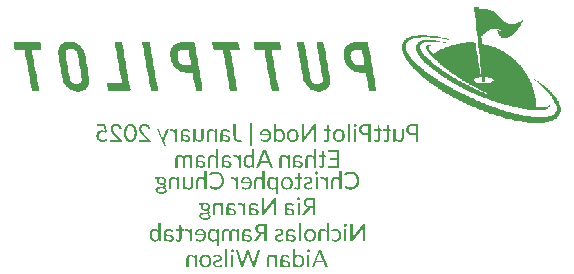
<source format=gbr>
G04*
G04 #@! TF.GenerationSoftware,Altium Limited,Altium Designer,25.1.2 (22)*
G04*
G04 Layer_Color=32896*
%FSLAX44Y44*%
%MOMM*%
G71*
G04*
G04 #@! TF.SameCoordinates,24EE1BED-7E77-41C4-A39D-8EFC6A2CB599*
G04*
G04*
G04 #@! TF.FilePolarity,Positive*
G04*
G01*
G75*
G36*
X281865Y327492D02*
X274839D01*
Y325736D01*
X275424D01*
Y322223D01*
X276010D01*
Y321052D01*
X284207D01*
Y318710D01*
X284792D01*
Y315197D01*
X285378D01*
Y312269D01*
X285963D01*
Y308757D01*
X286549D01*
Y305829D01*
X287134D01*
Y302316D01*
X287719D01*
Y299389D01*
X288305D01*
Y295876D01*
X288890D01*
Y292363D01*
X289476D01*
Y288850D01*
X290061D01*
Y287094D01*
X290647D01*
Y286508D01*
X295916D01*
Y290606D01*
X295331D01*
Y294119D01*
X294745D01*
Y297047D01*
X294160D01*
Y300560D01*
X293574D01*
Y303487D01*
X292989D01*
Y307000D01*
X292403D01*
Y310513D01*
X291818D01*
Y313440D01*
X291232D01*
Y316953D01*
X290647D01*
Y320466D01*
X290061D01*
Y321052D01*
X298258D01*
Y323394D01*
X297673D01*
Y326907D01*
X297087D01*
Y327492D01*
X282450D01*
X281865D01*
D02*
G37*
G36*
X319336D02*
X317579D01*
Y326907D01*
X316408D01*
Y326321D01*
X315237D01*
Y325736D01*
X314652D01*
Y325150D01*
X314066D01*
Y323979D01*
X313481D01*
Y322808D01*
X312895D01*
Y321052D01*
X312310D01*
Y316953D01*
X312895D01*
Y313440D01*
X313481D01*
Y312855D01*
Y309927D01*
X314066D01*
Y307000D01*
X314652D01*
Y303487D01*
X315237D01*
Y300560D01*
X315823D01*
Y297047D01*
X316408D01*
Y294705D01*
X316994D01*
Y293534D01*
X317579D01*
Y292363D01*
X318165D01*
Y291777D01*
X318750D01*
Y290606D01*
X319336D01*
Y290021D01*
X319921D01*
Y289435D01*
X321092D01*
Y288850D01*
X321678D01*
Y288264D01*
X322263D01*
Y287679D01*
X323434D01*
Y287094D01*
X325191D01*
Y286508D01*
X327533D01*
Y285923D01*
X331045D01*
Y286508D01*
X333387D01*
Y287094D01*
X334558D01*
Y287679D01*
X335729D01*
Y288264D01*
X336315D01*
Y288850D01*
X336900D01*
Y289435D01*
X337486D01*
Y290606D01*
X338071D01*
Y291777D01*
X338657D01*
Y299389D01*
X338071D01*
Y302902D01*
X337486D01*
Y306415D01*
X336900D01*
Y309342D01*
X336315D01*
Y312855D01*
X335729D01*
Y315782D01*
X335144D01*
Y318710D01*
X334558D01*
Y319881D01*
X333973D01*
Y321052D01*
X333387D01*
Y322223D01*
X332802D01*
Y322808D01*
X332216D01*
Y323979D01*
X331631D01*
Y324565D01*
X331045D01*
Y325150D01*
X329874D01*
Y325736D01*
X329289D01*
Y326321D01*
X328118D01*
Y326907D01*
X326947D01*
Y327492D01*
X324605D01*
Y328078D01*
X319336D01*
Y327492D01*
D02*
G37*
G36*
X370858Y301145D02*
Y304658D01*
X370273D01*
Y308171D01*
X369688D01*
Y311684D01*
X369102D01*
Y314611D01*
X368517D01*
Y318124D01*
X367931D01*
Y321637D01*
X367346D01*
Y325150D01*
X366760D01*
Y327492D01*
X360320D01*
Y326321D01*
X360905D01*
Y322808D01*
X361491D01*
Y319881D01*
X362076D01*
Y316368D01*
X362662D01*
Y313440D01*
X363247D01*
Y309927D01*
X363833D01*
Y306415D01*
X364418D01*
Y303487D01*
X365004D01*
Y299974D01*
X365589D01*
Y296461D01*
X366175D01*
Y292948D01*
X353880D01*
Y290021D01*
X354465D01*
Y287094D01*
X355050D01*
Y286508D01*
X373200D01*
Y287094D01*
X373786D01*
Y288264D01*
X373200D01*
Y291777D01*
X372615D01*
Y295290D01*
X372029D01*
Y298218D01*
X371444D01*
Y301145D01*
X370858D01*
D02*
G37*
G36*
X396034Y291777D02*
Y294119D01*
X395449D01*
Y297047D01*
X394863D01*
Y300560D01*
X394278D01*
Y304073D01*
X393693D01*
Y307586D01*
X393107D01*
Y310513D01*
X392522D01*
Y314026D01*
X391936D01*
Y317539D01*
X391351D01*
Y320466D01*
X390765D01*
Y323979D01*
X390180D01*
Y327492D01*
X383739D01*
Y325736D01*
X384325D01*
Y322808D01*
X384910D01*
Y319295D01*
X385496D01*
Y315782D01*
X386081D01*
Y312269D01*
X386667D01*
Y309342D01*
X387252D01*
Y305829D01*
X387838D01*
Y302316D01*
X388423D01*
Y299389D01*
X389009D01*
Y295876D01*
X389594D01*
Y292363D01*
X390180D01*
Y289435D01*
X390765D01*
Y287094D01*
X391351D01*
Y286508D01*
X396620D01*
Y290606D01*
X396034D01*
Y291192D01*
Y291777D01*
D02*
G37*
G36*
X415355Y326907D02*
X413013D01*
Y326321D01*
X411842D01*
Y325736D01*
X410672D01*
Y325150D01*
X410086D01*
Y324565D01*
X409501D01*
Y323979D01*
X408915D01*
Y322808D01*
X408330D01*
Y321637D01*
X407744D01*
Y319881D01*
X407159D01*
Y315197D01*
X407744D01*
Y312269D01*
X408330D01*
Y311098D01*
X408915D01*
Y309927D01*
X409501D01*
Y308757D01*
X410086D01*
Y307586D01*
X410672D01*
Y307000D01*
X411257D01*
Y306415D01*
X411842D01*
Y305829D01*
X412428D01*
Y305243D01*
X413013D01*
Y304658D01*
X414184D01*
Y304073D01*
X414770D01*
Y303487D01*
X415941D01*
Y302902D01*
X417697D01*
Y302316D01*
X420039D01*
Y301731D01*
X426480D01*
Y299389D01*
X427065D01*
Y295876D01*
X427651D01*
Y292948D01*
X428236D01*
Y289435D01*
X428822D01*
Y287094D01*
X429407D01*
Y286508D01*
X434677D01*
Y287094D01*
X435262D01*
Y287679D01*
X434677D01*
Y291192D01*
X434091D01*
Y294119D01*
X433506D01*
Y297047D01*
X432920D01*
Y300560D01*
X432335D01*
Y304073D01*
X431749D01*
Y307586D01*
X431164D01*
Y310513D01*
X430578D01*
Y314026D01*
X429993D01*
Y316953D01*
X429407D01*
Y320466D01*
X428822D01*
Y323979D01*
X428236D01*
Y326907D01*
X427651D01*
Y327492D01*
X415355D01*
Y326907D01*
D02*
G37*
G36*
X455754Y298803D02*
Y298218D01*
X456339D01*
Y295290D01*
X456925D01*
Y291777D01*
X457510D01*
Y288264D01*
X458096D01*
Y286508D01*
X463951D01*
Y290021D01*
X463365D01*
Y292948D01*
X462780D01*
Y296461D01*
X462194D01*
Y299389D01*
X461609D01*
Y302902D01*
X461023D01*
Y306415D01*
X460438D01*
Y309927D01*
X459852D01*
Y312855D01*
X459267D01*
Y316368D01*
X458681D01*
Y319295D01*
X458096D01*
Y321052D01*
X466293D01*
Y322808D01*
X465707D01*
Y326321D01*
X465122D01*
Y327492D01*
X442873D01*
Y325150D01*
X443459D01*
Y321637D01*
X444044D01*
Y321052D01*
X452241D01*
Y318124D01*
X452827D01*
Y314611D01*
X453412D01*
Y311684D01*
X453997D01*
Y308171D01*
X454583D01*
Y304658D01*
X455168D01*
Y301731D01*
X455754D01*
Y299389D01*
Y298803D01*
D02*
G37*
G36*
X495567Y327492D02*
X478002D01*
Y324565D01*
X478588D01*
Y321637D01*
X479173D01*
Y321052D01*
X487370D01*
Y317539D01*
X487956D01*
Y314026D01*
X488541D01*
Y311098D01*
X489127D01*
Y307586D01*
X489712D01*
Y304073D01*
X490298D01*
Y301145D01*
X490883D01*
Y297632D01*
X491469D01*
Y294705D01*
X492054D01*
Y291192D01*
X492640D01*
Y288264D01*
X493225D01*
Y286508D01*
X499080D01*
Y289435D01*
X498494D01*
Y292948D01*
X497909D01*
Y295876D01*
X497323D01*
Y299389D01*
X496738D01*
Y302902D01*
X496152D01*
Y305829D01*
X495567D01*
Y309342D01*
X494981D01*
Y312855D01*
X494396D01*
Y315782D01*
X493811D01*
Y319295D01*
X493225D01*
Y321052D01*
X501422D01*
Y322808D01*
X500836D01*
Y325736D01*
X500251D01*
Y327492D01*
X496152D01*
X495567D01*
D02*
G37*
G36*
X519572Y298218D02*
Y297632D01*
X520157D01*
Y295290D01*
X520743D01*
Y294119D01*
X521328D01*
Y292948D01*
X521914D01*
Y291777D01*
X522499D01*
Y291192D01*
X523085D01*
Y290606D01*
X523670D01*
Y290021D01*
X524256D01*
Y289435D01*
X524841D01*
Y288850D01*
X525427D01*
Y288264D01*
X526012D01*
Y287679D01*
X527183D01*
Y287094D01*
X528940D01*
Y286508D01*
X531282D01*
Y285923D01*
X534795D01*
Y286508D01*
X537136D01*
Y287094D01*
X538307D01*
Y287679D01*
X539478D01*
Y288264D01*
X540064D01*
Y288850D01*
X540649D01*
Y289435D01*
X541235D01*
Y290021D01*
X541820D01*
Y291192D01*
X542406D01*
Y294119D01*
X542991D01*
Y296461D01*
X542406D01*
Y299974D01*
X541820D01*
Y303487D01*
X541235D01*
Y306415D01*
X540649D01*
Y309927D01*
X540064D01*
Y312855D01*
X539478D01*
Y316368D01*
X538893D01*
Y319881D01*
X538307D01*
Y322808D01*
X537722D01*
Y326321D01*
X537136D01*
Y327492D01*
X531282D01*
Y325150D01*
X531867D01*
Y321637D01*
X532453D01*
Y318124D01*
X533038D01*
Y315197D01*
X533624D01*
Y311684D01*
X534209D01*
Y308171D01*
X534795D01*
Y304658D01*
X535380D01*
Y301731D01*
X535966D01*
Y298218D01*
X536551D01*
Y294119D01*
X535966D01*
Y293534D01*
X535380D01*
Y292948D01*
X534209D01*
Y292363D01*
X529525D01*
Y292948D01*
X528354D01*
Y293534D01*
X527769D01*
Y294119D01*
X527183D01*
Y294705D01*
X526598D01*
Y296461D01*
X526012D01*
Y299389D01*
X525427D01*
Y302316D01*
X524841D01*
Y305829D01*
X524256D01*
Y308757D01*
X523670D01*
Y312269D01*
X523085D01*
Y315782D01*
X522499D01*
Y319295D01*
X521914D01*
Y322223D01*
X521328D01*
Y325736D01*
X520743D01*
Y327492D01*
X514888D01*
Y323979D01*
X515474D01*
Y320466D01*
X516059D01*
Y317539D01*
X516645D01*
Y314026D01*
X517230D01*
Y310513D01*
X517816D01*
Y307586D01*
X518401D01*
Y304073D01*
X518987D01*
Y300560D01*
X519572D01*
Y298803D01*
Y298218D01*
D02*
G37*
G36*
X668285Y357352D02*
X668871D01*
Y355595D01*
X676482D01*
Y355010D01*
X678824D01*
Y354424D01*
X679995D01*
Y353839D01*
X681166D01*
Y353253D01*
X682337D01*
Y352668D01*
X682923D01*
Y352082D01*
X683508D01*
Y351497D01*
X684093D01*
Y350911D01*
X684679D01*
Y350326D01*
X685264D01*
Y349740D01*
X685850D01*
Y349155D01*
X686435D01*
Y348569D01*
X687021D01*
Y347984D01*
X687606D01*
Y347398D01*
X688192D01*
Y346813D01*
X688777D01*
Y346228D01*
X689363D01*
Y345642D01*
X689948D01*
Y345057D01*
X691119D01*
Y344471D01*
X691705D01*
Y343886D01*
X693461D01*
Y343300D01*
X699902D01*
Y343886D01*
X702243D01*
Y344471D01*
X703415D01*
Y345057D01*
X704585D01*
Y345642D01*
X705171D01*
Y346228D01*
X705756D01*
Y344471D01*
X705171D01*
Y343886D01*
X704585D01*
Y342715D01*
X704000D01*
Y341544D01*
X703415D01*
Y340958D01*
X702829D01*
Y339787D01*
X702243D01*
Y339202D01*
X701658D01*
Y338031D01*
X701072D01*
Y337445D01*
X700487D01*
Y336860D01*
X699902D01*
Y336274D01*
X699316D01*
Y335689D01*
X698731D01*
Y335103D01*
X698145D01*
Y334518D01*
X697560D01*
Y333932D01*
X696974D01*
Y333347D01*
X696389D01*
Y332761D01*
X695218D01*
Y332176D01*
X693461D01*
Y331590D01*
X691705D01*
Y331005D01*
X689363D01*
Y331590D01*
X687606D01*
Y332176D01*
X687021D01*
Y332761D01*
X686435D01*
Y333347D01*
X685850D01*
Y334518D01*
X685264D01*
Y335689D01*
X684679D01*
Y336860D01*
X684093D01*
Y338031D01*
X685850D01*
Y338616D01*
X683508D01*
Y339202D01*
X679995D01*
Y338616D01*
X678239D01*
Y338031D01*
X677068D01*
Y337445D01*
X675897D01*
Y336860D01*
X675311D01*
Y336274D01*
X674726D01*
Y335689D01*
X674140D01*
Y335103D01*
X673555D01*
Y334518D01*
X672384D01*
Y333932D01*
X671798D01*
Y333347D01*
X671213D01*
Y332761D01*
X670627D01*
Y331005D01*
X671213D01*
Y326321D01*
X672969D01*
Y325736D01*
X675311D01*
Y325150D01*
X677653D01*
Y324565D01*
X679410D01*
Y323979D01*
X681166D01*
Y323394D01*
X682923D01*
Y322808D01*
X684093D01*
Y322223D01*
X685264D01*
Y321637D01*
X686435D01*
Y321052D01*
X687606D01*
Y320466D01*
X688777D01*
Y319881D01*
X689948D01*
Y319295D01*
X690534D01*
Y318710D01*
X691705D01*
Y318124D01*
X692290D01*
Y317539D01*
X693461D01*
Y316953D01*
X694047D01*
Y316368D01*
X694632D01*
Y315782D01*
X695803D01*
Y315197D01*
X696389D01*
Y314611D01*
X696974D01*
Y314026D01*
X697560D01*
Y313440D01*
X698731D01*
Y312855D01*
X699316D01*
Y312269D01*
X699902D01*
Y311684D01*
X700487D01*
Y311098D01*
X701072D01*
Y310513D01*
X701658D01*
Y309927D01*
X702243D01*
Y309342D01*
X702829D01*
Y308757D01*
X703415D01*
Y308171D01*
X704000D01*
Y307000D01*
X704585D01*
Y306415D01*
X705171D01*
Y305829D01*
X705756D01*
Y304658D01*
X706342D01*
Y304073D01*
X706927D01*
Y303487D01*
X707513D01*
Y302316D01*
X708098D01*
Y301731D01*
X708684D01*
Y300560D01*
X709269D01*
Y299974D01*
X709855D01*
Y298803D01*
X710440D01*
Y297632D01*
X711026D01*
Y296461D01*
X711611D01*
Y295290D01*
X712197D01*
Y294119D01*
X712782D01*
Y292948D01*
X713368D01*
Y291192D01*
X713953D01*
Y289435D01*
X714539D01*
Y287679D01*
X715124D01*
Y285923D01*
X715710D01*
Y283581D01*
X716295D01*
Y280653D01*
X716881D01*
Y274798D01*
X717466D01*
Y272456D01*
X725663D01*
Y273042D01*
X727419D01*
Y273627D01*
X728005D01*
Y274213D01*
X728590D01*
Y273042D01*
X728005D01*
Y272456D01*
X727419D01*
Y271871D01*
X726834D01*
Y271285D01*
X725663D01*
Y270700D01*
X723906D01*
Y270114D01*
X713953D01*
Y270700D01*
X709269D01*
Y271285D01*
X705171D01*
Y271871D01*
X702243D01*
Y272456D01*
X699316D01*
Y273042D01*
X696389D01*
Y273627D01*
X694047D01*
Y274213D01*
X691705D01*
Y274798D01*
X689948D01*
Y275384D01*
X687606D01*
Y275969D01*
X685850D01*
Y276555D01*
X684093D01*
Y277140D01*
X682337D01*
Y277726D01*
X679995D01*
Y278311D01*
X678824D01*
Y278897D01*
X677068D01*
Y279482D01*
X675311D01*
Y280068D01*
X673555D01*
Y280653D01*
X672384D01*
Y281239D01*
X670627D01*
Y281824D01*
X669456D01*
Y282410D01*
X667700D01*
Y282995D01*
X666529D01*
Y283581D01*
X665358D01*
Y284166D01*
X664187D01*
Y284751D01*
X662430D01*
Y285337D01*
X661260D01*
Y285923D01*
X660089D01*
Y286508D01*
X658918D01*
Y287094D01*
X657747D01*
Y287679D01*
X656576D01*
Y288264D01*
X655405D01*
Y288850D01*
X654234D01*
Y289435D01*
X653063D01*
Y290021D01*
X651892D01*
Y290606D01*
X651306D01*
Y291192D01*
X650135D01*
Y291777D01*
X648964D01*
Y292363D01*
X647793D01*
Y292948D01*
X647208D01*
Y293534D01*
X646037D01*
Y294119D01*
X644866D01*
Y294705D01*
X643695D01*
Y295290D01*
X643110D01*
Y295876D01*
X641938D01*
Y296461D01*
X641353D01*
Y297047D01*
X640182D01*
Y297632D01*
X639011D01*
Y298218D01*
X638426D01*
Y298803D01*
X637840D01*
Y299389D01*
X636669D01*
Y299974D01*
X636084D01*
Y300560D01*
X634913D01*
Y301145D01*
X634327D01*
Y301731D01*
X633742D01*
Y302316D01*
X632571D01*
Y302902D01*
X631985D01*
Y303487D01*
X631400D01*
Y304073D01*
X630229D01*
Y304658D01*
X629643D01*
Y305243D01*
X629058D01*
Y305829D01*
X628472D01*
Y306415D01*
X627887D01*
Y307000D01*
X626716D01*
Y307586D01*
X626130D01*
Y308171D01*
X625545D01*
Y308757D01*
X624959D01*
Y309342D01*
X623788D01*
Y309927D01*
X623203D01*
Y310513D01*
X622617D01*
Y311098D01*
X622032D01*
Y311684D01*
X621446D01*
Y312269D01*
X620861D01*
Y312855D01*
X620275D01*
Y313440D01*
X619690D01*
Y314611D01*
X619104D01*
Y315197D01*
X618519D01*
Y315782D01*
X617934D01*
Y316953D01*
X617348D01*
Y317539D01*
X616763D01*
Y318710D01*
X616177D01*
Y320466D01*
X615592D01*
Y325736D01*
X616177D01*
Y326321D01*
X616763D01*
Y326907D01*
X617348D01*
Y327492D01*
X617934D01*
Y328078D01*
X619104D01*
Y328663D01*
X620861D01*
Y329249D01*
X632571D01*
Y328663D01*
X635498D01*
Y328078D01*
X638426D01*
Y327492D01*
X640768D01*
Y326907D01*
X638426D01*
Y327492D01*
X633742D01*
Y328078D01*
X624374D01*
Y327492D01*
X622032D01*
Y326907D01*
X620861D01*
Y326321D01*
X619690D01*
Y325150D01*
X619104D01*
Y321637D01*
X619690D01*
Y320466D01*
X620275D01*
Y319295D01*
X620861D01*
Y318710D01*
X621446D01*
Y318124D01*
X622032D01*
Y317539D01*
X622617D01*
Y316368D01*
X623203D01*
Y315782D01*
X623788D01*
Y315197D01*
X624374D01*
Y314611D01*
X624959D01*
Y314026D01*
X625545D01*
Y313440D01*
X626130D01*
Y312855D01*
X626716D01*
Y312269D01*
X627887D01*
Y311684D01*
X628472D01*
Y311098D01*
X629058D01*
Y310513D01*
X629643D01*
Y309927D01*
X630229D01*
Y309342D01*
X630814D01*
Y308757D01*
X631400D01*
Y308171D01*
X632571D01*
Y307586D01*
X633156D01*
Y307000D01*
X633742D01*
Y306415D01*
X634913D01*
Y305829D01*
X635498D01*
Y305243D01*
X636084D01*
Y304658D01*
X637255D01*
Y304073D01*
X637840D01*
Y303487D01*
X639011D01*
Y302902D01*
X639596D01*
Y302316D01*
X640768D01*
Y301731D01*
X641353D01*
Y301145D01*
X642524D01*
Y300560D01*
X643110D01*
Y299974D01*
X644280D01*
Y299389D01*
X644866D01*
Y298803D01*
X646037D01*
Y298218D01*
X647208D01*
Y297632D01*
X648379D01*
Y297047D01*
X648964D01*
Y296461D01*
X650135D01*
Y295876D01*
X651306D01*
Y295290D01*
X652477D01*
Y294705D01*
X653648D01*
Y294119D01*
X654819D01*
Y293534D01*
X655405D01*
Y292948D01*
X656576D01*
Y292363D01*
X657747D01*
Y291777D01*
X658918D01*
Y291192D01*
X660089D01*
Y290606D01*
X661260D01*
Y290021D01*
X662430D01*
Y289435D01*
X663602D01*
Y288850D01*
X664772D01*
Y288264D01*
X665943D01*
Y287679D01*
X667114D01*
Y287094D01*
X668871D01*
Y286508D01*
X670042D01*
Y285923D01*
X671213D01*
Y285337D01*
X672969D01*
Y284751D01*
X674140D01*
Y284166D01*
X675897D01*
Y284751D01*
X674726D01*
Y285337D01*
X673555D01*
Y285923D01*
X671798D01*
Y286508D01*
X670627D01*
Y287094D01*
X669456D01*
Y287679D01*
X668871D01*
Y288264D01*
X667700D01*
Y288850D01*
X666529D01*
Y289435D01*
X665358D01*
Y290021D01*
X664187D01*
Y290606D01*
X663016D01*
Y291192D01*
X661845D01*
Y291777D01*
X660674D01*
Y292363D01*
X660089D01*
Y292948D01*
X658918D01*
Y293534D01*
X657747D01*
Y294119D01*
X657161D01*
Y294705D01*
X655990D01*
Y295290D01*
X654819D01*
Y295876D01*
X654234D01*
Y296461D01*
X653063D01*
Y297047D01*
X651892D01*
Y297632D01*
X651306D01*
Y298218D01*
X650135D01*
Y298803D01*
X649550D01*
Y299389D01*
X648964D01*
Y299974D01*
X647793D01*
Y300560D01*
X647208D01*
Y301145D01*
X646037D01*
Y301731D01*
X645451D01*
Y302316D01*
X644280D01*
Y302902D01*
X643695D01*
Y303487D01*
X643110D01*
Y304073D01*
X641938D01*
Y304658D01*
X641353D01*
Y305243D01*
X640768D01*
Y305829D01*
X639596D01*
Y306415D01*
X639011D01*
Y307000D01*
X638426D01*
Y307586D01*
X637255D01*
Y308171D01*
X636669D01*
Y308757D01*
X636084D01*
Y309342D01*
X635498D01*
Y309927D01*
X634913D01*
Y310513D01*
X634327D01*
Y311098D01*
X633742D01*
Y311684D01*
X633156D01*
Y312269D01*
X631985D01*
Y312855D01*
X631400D01*
Y313440D01*
X630814D01*
Y314026D01*
X630229D01*
Y314611D01*
X629643D01*
Y315197D01*
X629058D01*
Y315782D01*
X628472D01*
Y316368D01*
X627887D01*
Y316953D01*
X627301D01*
Y317539D01*
X626716D01*
Y318124D01*
X626130D01*
Y319295D01*
X625545D01*
Y319881D01*
X624959D01*
Y320466D01*
X624374D01*
Y321637D01*
X623788D01*
Y324565D01*
X624374D01*
Y325150D01*
X624959D01*
Y325736D01*
X629643D01*
Y325150D01*
X627887D01*
Y324565D01*
X626130D01*
Y322223D01*
X626716D01*
Y321052D01*
X627301D01*
Y320466D01*
X627887D01*
Y319881D01*
X628472D01*
Y319295D01*
X629058D01*
Y318710D01*
X630229D01*
Y318124D01*
X630814D01*
Y318710D01*
X631985D01*
Y319295D01*
X633156D01*
Y319881D01*
X633742D01*
Y320466D01*
X634913D01*
Y321052D01*
X636084D01*
Y321637D01*
X637255D01*
Y322223D01*
X639011D01*
Y322808D01*
X640182D01*
Y323394D01*
X641353D01*
Y323979D01*
X643110D01*
Y324565D01*
X644866D01*
Y325150D01*
X647208D01*
Y325736D01*
X649550D01*
Y326321D01*
X652477D01*
Y326907D01*
X657747D01*
Y327492D01*
X664772D01*
Y326907D01*
X665943D01*
Y323979D01*
X666529D01*
Y320466D01*
X667114D01*
Y316953D01*
X667700D01*
Y312855D01*
X668285D01*
Y309927D01*
X668871D01*
Y305829D01*
X669456D01*
Y302902D01*
X670042D01*
Y300560D01*
X670627D01*
Y306415D01*
X670042D01*
Y312269D01*
X669456D01*
Y317539D01*
X668871D01*
Y322808D01*
X668285D01*
Y327492D01*
X667700D01*
Y332761D01*
X667114D01*
Y337445D01*
X666529D01*
Y342715D01*
X665943D01*
Y347984D01*
X665358D01*
Y353253D01*
X664772D01*
Y357937D01*
X668285D01*
Y357352D01*
D02*
G37*
G36*
X624959Y333347D02*
X630229D01*
Y332761D01*
X633742D01*
Y332176D01*
X636669D01*
Y331590D01*
X639011D01*
Y331005D01*
X641353D01*
Y330419D01*
X643695D01*
Y329834D01*
X641353D01*
Y330419D01*
X637840D01*
Y331005D01*
X633742D01*
Y331590D01*
X627301D01*
Y332176D01*
X619690D01*
Y331590D01*
X615592D01*
Y331005D01*
X613250D01*
Y330419D01*
X611493D01*
Y329834D01*
X610322D01*
Y329249D01*
X609737D01*
Y328663D01*
X608566D01*
Y328078D01*
X607980D01*
Y326907D01*
X607395D01*
Y325736D01*
X606809D01*
Y321637D01*
X607395D01*
Y319881D01*
X607980D01*
Y318710D01*
X608566D01*
Y317539D01*
X609151D01*
Y316953D01*
X609737D01*
Y315782D01*
X610322D01*
Y315197D01*
X610908D01*
Y314611D01*
X611493D01*
Y313440D01*
X612079D01*
Y312855D01*
X612664D01*
Y312269D01*
X613250D01*
Y311684D01*
X613835D01*
Y311098D01*
X614421D01*
Y310513D01*
X615006D01*
Y309927D01*
X615592D01*
Y309342D01*
X616177D01*
Y308757D01*
X616763D01*
Y308171D01*
X617348D01*
Y307586D01*
X618519D01*
Y307000D01*
X619104D01*
Y306415D01*
X619690D01*
Y305829D01*
X620275D01*
Y305243D01*
X620861D01*
Y304658D01*
X622032D01*
Y304073D01*
X622617D01*
Y303487D01*
X623203D01*
Y302902D01*
X624374D01*
Y302316D01*
X624959D01*
Y301731D01*
X625545D01*
Y301145D01*
X626716D01*
Y300560D01*
X627301D01*
Y299974D01*
X627887D01*
Y299389D01*
X629058D01*
Y298803D01*
X630229D01*
Y298218D01*
X630814D01*
Y297632D01*
X631400D01*
Y297047D01*
X632571D01*
Y296461D01*
X633742D01*
Y295876D01*
X634327D01*
Y295290D01*
X635498D01*
Y294705D01*
X636084D01*
Y294119D01*
X637255D01*
Y293534D01*
X638426D01*
Y292948D01*
X639011D01*
Y292363D01*
X640182D01*
Y291777D01*
X641353D01*
Y291192D01*
X641938D01*
Y290606D01*
X643110D01*
Y290021D01*
X644280D01*
Y289435D01*
X645451D01*
Y288850D01*
X646622D01*
Y288264D01*
X647208D01*
Y287679D01*
X648379D01*
Y287094D01*
X649550D01*
Y286508D01*
X650721D01*
Y285923D01*
X651892D01*
Y285337D01*
X653063D01*
Y284751D01*
X654234D01*
Y284166D01*
X655405D01*
Y283581D01*
X656576D01*
Y282995D01*
X657747D01*
Y282410D01*
X658918D01*
Y281824D01*
X660089D01*
Y281239D01*
X661260D01*
Y280653D01*
X662430D01*
Y280068D01*
X664187D01*
Y279482D01*
X665358D01*
Y278897D01*
X666529D01*
Y278311D01*
X668285D01*
Y277726D01*
X669456D01*
Y277140D01*
X670627D01*
Y276555D01*
X672384D01*
Y275969D01*
X673555D01*
Y275384D01*
X674726D01*
Y274798D01*
X676482D01*
Y274213D01*
X677653D01*
Y273627D01*
X679410D01*
Y273042D01*
X681166D01*
Y272456D01*
X682923D01*
Y271871D01*
X684679D01*
Y271285D01*
X686435D01*
Y270700D01*
X688192D01*
Y270114D01*
X689948D01*
Y269529D01*
X691705D01*
Y268943D01*
X693461D01*
Y268358D01*
X695803D01*
Y267772D01*
X698145D01*
Y267187D01*
X700487D01*
Y266602D01*
X702829D01*
Y266016D01*
X705756D01*
Y265431D01*
X709269D01*
Y264845D01*
X712782D01*
Y264259D01*
X726834D01*
Y264845D01*
X729176D01*
Y265431D01*
X730932D01*
Y266016D01*
X732103D01*
Y266602D01*
X732689D01*
Y267187D01*
X733274D01*
Y268358D01*
X733860D01*
Y269529D01*
X734445D01*
Y273627D01*
X733860D01*
Y275384D01*
X733274D01*
Y276555D01*
X732689D01*
Y277726D01*
X732103D01*
Y278897D01*
X731518D01*
Y279482D01*
X730932D01*
Y280653D01*
X730347D01*
Y281824D01*
X729761D01*
Y282410D01*
X729176D01*
Y282995D01*
X728590D01*
Y283581D01*
X728005D01*
Y284751D01*
X727419D01*
Y285337D01*
X726834D01*
Y285923D01*
X726248D01*
Y286508D01*
X725663D01*
Y287094D01*
X725078D01*
Y287679D01*
X724492D01*
Y288264D01*
X723906D01*
Y288850D01*
X723321D01*
Y289435D01*
X722736D01*
Y290021D01*
X722150D01*
Y290606D01*
X721564D01*
Y291192D01*
X720979D01*
Y291777D01*
X720394D01*
Y292363D01*
X719808D01*
Y292948D01*
X719223D01*
Y293534D01*
X718637D01*
Y294119D01*
X718052D01*
Y294705D01*
X716881D01*
Y295290D01*
X716295D01*
Y295876D01*
X715710D01*
Y296461D01*
X715124D01*
Y297047D01*
X715710D01*
Y296461D01*
X716295D01*
Y295876D01*
X717466D01*
Y295290D01*
X718052D01*
Y294705D01*
X719223D01*
Y294119D01*
X719808D01*
Y293534D01*
X720394D01*
Y292948D01*
X721564D01*
Y292363D01*
X722150D01*
Y291777D01*
X723321D01*
Y291192D01*
X723906D01*
Y290606D01*
X724492D01*
Y290021D01*
X725078D01*
Y289435D01*
X725663D01*
Y288850D01*
X726834D01*
Y288264D01*
X727419D01*
Y287679D01*
X728005D01*
Y287094D01*
X728590D01*
Y286508D01*
X729176D01*
Y285923D01*
X729761D01*
Y285337D01*
X730347D01*
Y284751D01*
X730932D01*
Y284166D01*
X731518D01*
Y282995D01*
X732103D01*
Y282410D01*
X732689D01*
Y281824D01*
X733274D01*
Y281239D01*
X733860D01*
Y280653D01*
X734445D01*
Y279482D01*
X735031D01*
Y278311D01*
X735616D01*
Y277726D01*
X736202D01*
Y276555D01*
X736787D01*
Y274798D01*
X737373D01*
Y272456D01*
X737958D01*
Y268943D01*
X737373D01*
Y267187D01*
X736787D01*
Y266016D01*
X736202D01*
Y264845D01*
X735616D01*
Y264259D01*
X735031D01*
Y263674D01*
X734445D01*
Y263089D01*
X733274D01*
Y262503D01*
X732689D01*
Y261918D01*
X731518D01*
Y261332D01*
X729761D01*
Y260747D01*
X728005D01*
Y260161D01*
X724492D01*
Y259576D01*
X709855D01*
Y260161D01*
X705171D01*
Y260747D01*
X701658D01*
Y261332D01*
X698731D01*
Y261918D01*
X696389D01*
Y262503D01*
X693461D01*
Y263089D01*
X691119D01*
Y263674D01*
X689363D01*
Y264259D01*
X687021D01*
Y264845D01*
X685264D01*
Y265431D01*
X683508D01*
Y266016D01*
X681751D01*
Y266602D01*
X679410D01*
Y267187D01*
X677653D01*
Y267772D01*
X676482D01*
Y268358D01*
X674726D01*
Y268943D01*
X672969D01*
Y269529D01*
X671798D01*
Y270114D01*
X670042D01*
Y270700D01*
X668871D01*
Y271285D01*
X667114D01*
Y271871D01*
X665943D01*
Y272456D01*
X664187D01*
Y273042D01*
X663016D01*
Y273627D01*
X661260D01*
Y274213D01*
X660089D01*
Y274798D01*
X658918D01*
Y275384D01*
X657747D01*
Y275969D01*
X656576D01*
Y276555D01*
X655405D01*
Y277140D01*
X654234D01*
Y277726D01*
X653063D01*
Y278311D01*
X651892D01*
Y278897D01*
X650721D01*
Y279482D01*
X649550D01*
Y280068D01*
X648379D01*
Y280653D01*
X647208D01*
Y281239D01*
X646037D01*
Y281824D01*
X644866D01*
Y282410D01*
X644280D01*
Y282995D01*
X643110D01*
Y283581D01*
X641938D01*
Y284166D01*
X640768D01*
Y284751D01*
X640182D01*
Y285337D01*
X639011D01*
Y285923D01*
X637840D01*
Y286508D01*
X637255D01*
Y287094D01*
X636084D01*
Y287679D01*
X635498D01*
Y288264D01*
X634327D01*
Y288850D01*
X633742D01*
Y289435D01*
X632571D01*
Y290021D01*
X631985D01*
Y290606D01*
X630814D01*
Y291192D01*
X630229D01*
Y291777D01*
X629643D01*
Y292363D01*
X628472D01*
Y292948D01*
X627887D01*
Y293534D01*
X626716D01*
Y294119D01*
X626130D01*
Y294705D01*
X625545D01*
Y295290D01*
X624959D01*
Y295876D01*
X623788D01*
Y296461D01*
X623203D01*
Y297047D01*
X622617D01*
Y297632D01*
X621446D01*
Y298218D01*
X620861D01*
Y298803D01*
X620275D01*
Y299389D01*
X619690D01*
Y299974D01*
X619104D01*
Y300560D01*
X618519D01*
Y301145D01*
X617934D01*
Y301731D01*
X617348D01*
Y302316D01*
X616763D01*
Y302902D01*
X616177D01*
Y303487D01*
X615592D01*
Y304073D01*
X615006D01*
Y304658D01*
X613835D01*
Y305243D01*
X613250D01*
Y306415D01*
X612664D01*
Y307000D01*
X612079D01*
Y307586D01*
X611493D01*
Y308171D01*
X610908D01*
Y308757D01*
X610322D01*
Y309342D01*
X609737D01*
Y310513D01*
X609151D01*
Y311098D01*
X608566D01*
Y311684D01*
X607980D01*
Y312855D01*
X607395D01*
Y313440D01*
X606809D01*
Y314611D01*
X606224D01*
Y315782D01*
X605638D01*
Y316953D01*
X605053D01*
Y318124D01*
X604467D01*
Y319881D01*
X603882D01*
Y326321D01*
X604467D01*
Y327492D01*
X605053D01*
Y328663D01*
X605638D01*
Y329249D01*
X606224D01*
Y329834D01*
X606809D01*
Y330419D01*
X607395D01*
Y331005D01*
X608566D01*
Y331590D01*
X609737D01*
Y332176D01*
X610908D01*
Y332761D01*
X613250D01*
Y333347D01*
X616763D01*
Y333932D01*
X624959D01*
Y333347D01*
D02*
G37*
G36*
X645451Y329249D02*
X644866D01*
Y329834D01*
X645451D01*
Y329249D01*
D02*
G37*
G36*
X574608Y326321D02*
X575193D01*
Y323394D01*
X575779D01*
Y322808D01*
Y319881D01*
X576364D01*
Y316953D01*
X576950D01*
Y313440D01*
X577535D01*
Y310513D01*
X578120D01*
Y307000D01*
X578706D01*
Y303487D01*
X579291D01*
Y299974D01*
X579877D01*
Y297047D01*
X580462D01*
Y293534D01*
X581048D01*
Y290021D01*
X581633D01*
Y286508D01*
X575779D01*
Y288850D01*
X575193D01*
Y291777D01*
X574608D01*
Y295290D01*
X574022D01*
Y298218D01*
X573437D01*
Y301731D01*
X566996D01*
Y302316D01*
X564069D01*
Y302902D01*
X562898D01*
Y303487D01*
X561727D01*
Y304073D01*
X560556D01*
Y304658D01*
X559971D01*
Y305243D01*
X559385D01*
Y305829D01*
X558800D01*
Y306415D01*
X558214D01*
Y307000D01*
X557629D01*
Y307586D01*
X557043D01*
Y308171D01*
X556457D01*
Y309342D01*
X555872D01*
Y310513D01*
X555287D01*
Y312269D01*
X554701D01*
Y314611D01*
X554116D01*
Y320466D01*
X554701D01*
Y322223D01*
X555287D01*
Y323394D01*
X555872D01*
Y323979D01*
X556457D01*
Y324565D01*
X557043D01*
Y325150D01*
X557629D01*
Y325736D01*
X558800D01*
Y326321D01*
X559971D01*
Y326907D01*
X561727D01*
Y327492D01*
X574608D01*
Y326321D01*
D02*
G37*
G36*
X564059Y258667D02*
X564221Y258644D01*
X564337Y258598D01*
X564383Y258574D01*
X564545Y258482D01*
X564684Y258412D01*
X564776Y258320D01*
X564799Y258297D01*
X564915Y258158D01*
X565008Y258019D01*
X565077Y257903D01*
X565100Y257880D01*
Y257857D01*
X565146Y257672D01*
X565170Y257510D01*
X565193Y257394D01*
Y257371D01*
Y257348D01*
X565170Y257163D01*
X565146Y257001D01*
X565123Y256885D01*
X565100Y256839D01*
X565008Y256677D01*
X564915Y256538D01*
X564823Y256446D01*
X564799Y256423D01*
X564660Y256307D01*
X564522Y256214D01*
X564429Y256168D01*
X564383Y256145D01*
X564198Y256098D01*
X564036Y256075D01*
X563920Y256052D01*
X563874D01*
X563689Y256075D01*
X563527Y256098D01*
X563434Y256122D01*
X563388Y256145D01*
X563203Y256237D01*
X563064Y256330D01*
X562971Y256399D01*
X562948Y256423D01*
X562832Y256561D01*
X562740Y256700D01*
X562694Y256793D01*
X562671Y256839D01*
X562601Y257024D01*
X562578Y257186D01*
X562555Y257302D01*
Y257325D01*
Y257348D01*
X562578Y257556D01*
X562601Y257718D01*
X562647Y257811D01*
X562671Y257857D01*
X562763Y258042D01*
X562832Y258181D01*
X562925Y258274D01*
X562948Y258297D01*
X563087Y258412D01*
X563226Y258505D01*
X563341Y258551D01*
X563365Y258574D01*
X563388D01*
X563550Y258644D01*
X563712Y258667D01*
X563828Y258690D01*
X563874D01*
X564059Y258667D01*
D02*
G37*
G36*
X386186Y258551D02*
X386487Y258505D01*
X386765Y258459D01*
X386973Y258412D01*
X387158Y258366D01*
X387251Y258343D01*
X387297Y258320D01*
X387598Y258204D01*
X387876Y258088D01*
X388130Y257950D01*
X388338Y257811D01*
X388523Y257695D01*
X388662Y257603D01*
X388755Y257533D01*
X388778Y257510D01*
X389009Y257302D01*
X389194Y257070D01*
X389380Y256862D01*
X389542Y256654D01*
X389657Y256469D01*
X389750Y256330D01*
X389796Y256237D01*
X389819Y256191D01*
X389958Y255890D01*
X390074Y255566D01*
X390189Y255266D01*
X390259Y254988D01*
X390328Y254733D01*
X390374Y254548D01*
X390398Y254409D01*
Y254386D01*
Y254363D01*
X389426Y254201D01*
X389171D01*
X389009Y254224D01*
X388871Y254270D01*
X388778Y254294D01*
X388755Y254317D01*
X388639Y254456D01*
X388546Y254594D01*
X388523Y254710D01*
X388500Y254733D01*
Y254756D01*
X388385Y255103D01*
X388269Y255381D01*
X388223Y255497D01*
X388176Y255566D01*
X388130Y255613D01*
Y255636D01*
X387922Y255913D01*
X387714Y256145D01*
X387644Y256237D01*
X387575Y256307D01*
X387528Y256330D01*
X387505Y256353D01*
X387228Y256561D01*
X386950Y256700D01*
X386834Y256746D01*
X386742Y256793D01*
X386695Y256816D01*
X386672D01*
X386302Y256931D01*
X385978Y256978D01*
X385839Y257001D01*
X385631D01*
X385214Y256978D01*
X385029Y256955D01*
X384891Y256931D01*
X384752Y256885D01*
X384659Y256862D01*
X384590Y256839D01*
X384566D01*
X384220Y256700D01*
X383965Y256538D01*
X383849Y256469D01*
X383780Y256399D01*
X383733Y256376D01*
X383710Y256353D01*
X383456Y256098D01*
X383271Y255821D01*
X383224Y255705D01*
X383178Y255613D01*
X383132Y255543D01*
Y255520D01*
X383016Y255150D01*
X382947Y254780D01*
X382924Y254618D01*
Y254502D01*
Y254409D01*
Y254386D01*
X382947Y253900D01*
X382993Y253692D01*
X383016Y253507D01*
X383063Y253345D01*
X383109Y253229D01*
X383132Y253160D01*
Y253137D01*
X383294Y252720D01*
X383386Y252535D01*
X383456Y252350D01*
X383548Y252211D01*
X383595Y252095D01*
X383641Y252026D01*
X383664Y252003D01*
X383942Y251586D01*
X384081Y251401D01*
X384220Y251239D01*
X384335Y251100D01*
X384405Y250985D01*
X384474Y250915D01*
X384497Y250892D01*
X384867Y250476D01*
X385052Y250291D01*
X385214Y250105D01*
X385376Y249967D01*
X385492Y249828D01*
X385561Y249758D01*
X385585Y249735D01*
X390351Y244922D01*
X390467Y244783D01*
X390560Y244668D01*
X390606Y244575D01*
X390629Y244529D01*
X390675Y244390D01*
X390699Y244251D01*
Y244159D01*
Y244135D01*
Y243511D01*
X380725D01*
Y244621D01*
X380748Y244806D01*
X380818Y244968D01*
X380887Y245061D01*
X380910Y245084D01*
X381073Y245200D01*
X381211Y245246D01*
X381350Y245269D01*
X386395D01*
X386695Y245246D01*
X386950Y245223D01*
X387066Y245200D01*
X387158D01*
X387204Y245177D01*
X387228D01*
X387528Y245130D01*
X387806Y245061D01*
X387899Y245038D01*
X387991Y245015D01*
X388037Y244992D01*
X388061D01*
X384127Y249018D01*
X383687Y249481D01*
X383479Y249689D01*
X383294Y249874D01*
X383155Y250013D01*
X383039Y250152D01*
X382970Y250221D01*
X382947Y250244D01*
X382553Y250707D01*
X382391Y250915D01*
X382253Y251124D01*
X382137Y251285D01*
X382044Y251401D01*
X381998Y251494D01*
X381975Y251517D01*
X381674Y252003D01*
X381558Y252234D01*
X381466Y252442D01*
X381396Y252628D01*
X381350Y252766D01*
X381304Y252859D01*
Y252882D01*
X381211Y253160D01*
X381165Y253438D01*
X381119Y253692D01*
X381073Y253923D01*
Y254132D01*
X381049Y254294D01*
Y254386D01*
Y254433D01*
X381073Y254780D01*
X381096Y255103D01*
X381165Y255404D01*
X381211Y255659D01*
X381281Y255867D01*
X381350Y256029D01*
X381373Y256145D01*
X381396Y256168D01*
X381535Y256446D01*
X381674Y256700D01*
X381836Y256931D01*
X381975Y257117D01*
X382114Y257279D01*
X382229Y257394D01*
X382299Y257464D01*
X382322Y257487D01*
X382553Y257672D01*
X382808Y257834D01*
X383039Y257973D01*
X383271Y258088D01*
X383456Y258181D01*
X383618Y258251D01*
X383710Y258274D01*
X383757Y258297D01*
X384058Y258389D01*
X384381Y258482D01*
X384659Y258528D01*
X384937Y258551D01*
X385168Y258574D01*
X385353Y258598D01*
X385862D01*
X386186Y258551D01*
D02*
G37*
G36*
X362029D02*
X362330Y258505D01*
X362607Y258459D01*
X362816Y258412D01*
X363001Y258366D01*
X363093Y258343D01*
X363139Y258320D01*
X363440Y258204D01*
X363718Y258088D01*
X363973Y257950D01*
X364181Y257811D01*
X364366Y257695D01*
X364505Y257603D01*
X364597Y257533D01*
X364620Y257510D01*
X364852Y257302D01*
X365037Y257070D01*
X365222Y256862D01*
X365384Y256654D01*
X365500Y256469D01*
X365592Y256330D01*
X365639Y256237D01*
X365662Y256191D01*
X365801Y255890D01*
X365916Y255566D01*
X366032Y255266D01*
X366101Y254988D01*
X366171Y254733D01*
X366217Y254548D01*
X366240Y254409D01*
Y254386D01*
Y254363D01*
X365268Y254201D01*
X365014D01*
X364852Y254224D01*
X364713Y254270D01*
X364620Y254294D01*
X364597Y254317D01*
X364482Y254456D01*
X364389Y254594D01*
X364366Y254710D01*
X364343Y254733D01*
Y254756D01*
X364227Y255103D01*
X364111Y255381D01*
X364065Y255497D01*
X364019Y255566D01*
X363973Y255613D01*
Y255636D01*
X363764Y255913D01*
X363556Y256145D01*
X363487Y256237D01*
X363417Y256307D01*
X363371Y256330D01*
X363348Y256353D01*
X363070Y256561D01*
X362792Y256700D01*
X362677Y256746D01*
X362584Y256793D01*
X362538Y256816D01*
X362515D01*
X362145Y256931D01*
X361820Y256978D01*
X361682Y257001D01*
X361473D01*
X361057Y256978D01*
X360872Y256955D01*
X360733Y256931D01*
X360594Y256885D01*
X360502Y256862D01*
X360432Y256839D01*
X360409D01*
X360062Y256700D01*
X359807Y256538D01*
X359692Y256469D01*
X359622Y256399D01*
X359576Y256376D01*
X359553Y256353D01*
X359298Y256098D01*
X359113Y255821D01*
X359067Y255705D01*
X359021Y255613D01*
X358974Y255543D01*
Y255520D01*
X358859Y255150D01*
X358789Y254780D01*
X358766Y254618D01*
Y254502D01*
Y254409D01*
Y254386D01*
X358789Y253900D01*
X358835Y253692D01*
X358859Y253507D01*
X358905Y253345D01*
X358951Y253229D01*
X358974Y253160D01*
Y253137D01*
X359136Y252720D01*
X359229Y252535D01*
X359298Y252350D01*
X359391Y252211D01*
X359437Y252095D01*
X359483Y252026D01*
X359507Y252003D01*
X359784Y251586D01*
X359923Y251401D01*
X360062Y251239D01*
X360178Y251100D01*
X360247Y250985D01*
X360316Y250915D01*
X360340Y250892D01*
X360710Y250476D01*
X360895Y250291D01*
X361057Y250105D01*
X361219Y249967D01*
X361335Y249828D01*
X361404Y249758D01*
X361427Y249735D01*
X366194Y244922D01*
X366310Y244783D01*
X366402Y244668D01*
X366448Y244575D01*
X366471Y244529D01*
X366518Y244390D01*
X366541Y244251D01*
Y244159D01*
Y244135D01*
Y243511D01*
X356568D01*
Y244621D01*
X356591Y244806D01*
X356660Y244968D01*
X356730Y245061D01*
X356753Y245084D01*
X356915Y245200D01*
X357054Y245246D01*
X357193Y245269D01*
X362237D01*
X362538Y245246D01*
X362792Y245223D01*
X362908Y245200D01*
X363001D01*
X363047Y245177D01*
X363070D01*
X363371Y245130D01*
X363648Y245061D01*
X363741Y245038D01*
X363834Y245015D01*
X363880Y244992D01*
X363903D01*
X359969Y249018D01*
X359530Y249481D01*
X359322Y249689D01*
X359136Y249874D01*
X358997Y250013D01*
X358882Y250152D01*
X358812Y250221D01*
X358789Y250244D01*
X358396Y250707D01*
X358234Y250915D01*
X358095Y251124D01*
X357979Y251285D01*
X357887Y251401D01*
X357840Y251494D01*
X357817Y251517D01*
X357517Y252003D01*
X357401Y252234D01*
X357308Y252442D01*
X357239Y252628D01*
X357193Y252766D01*
X357146Y252859D01*
Y252882D01*
X357054Y253160D01*
X357007Y253438D01*
X356961Y253692D01*
X356915Y253923D01*
Y254132D01*
X356892Y254294D01*
Y254386D01*
Y254433D01*
X356915Y254780D01*
X356938Y255103D01*
X357007Y255404D01*
X357054Y255659D01*
X357123Y255867D01*
X357193Y256029D01*
X357216Y256145D01*
X357239Y256168D01*
X357378Y256446D01*
X357517Y256700D01*
X357679Y256931D01*
X357817Y257117D01*
X357956Y257279D01*
X358072Y257394D01*
X358141Y257464D01*
X358164Y257487D01*
X358396Y257672D01*
X358650Y257834D01*
X358882Y257973D01*
X359113Y258088D01*
X359298Y258181D01*
X359460Y258251D01*
X359553Y258274D01*
X359599Y258297D01*
X359900Y258389D01*
X360224Y258482D01*
X360502Y258528D01*
X360779Y258551D01*
X361011Y258574D01*
X361196Y258598D01*
X361705D01*
X362029Y258551D01*
D02*
G37*
G36*
X353629Y251448D02*
X352472Y251100D01*
X352009Y251239D01*
X351801Y251285D01*
X351593Y251332D01*
X351454Y251355D01*
X351315Y251378D01*
X351246Y251401D01*
X351223D01*
X350783Y251471D01*
X350575Y251494D01*
X350413D01*
X350251Y251517D01*
X349742D01*
X349487Y251471D01*
X349233Y251448D01*
X349024Y251401D01*
X348862Y251355D01*
X348747Y251332D01*
X348654Y251285D01*
X348631D01*
X348400Y251193D01*
X348214Y251100D01*
X348029Y251008D01*
X347868Y250892D01*
X347752Y250800D01*
X347659Y250730D01*
X347613Y250684D01*
X347590Y250661D01*
X347312Y250337D01*
X347127Y250036D01*
X347058Y249920D01*
X347011Y249805D01*
X346988Y249735D01*
Y249712D01*
X346872Y249272D01*
X346826Y249064D01*
X346803Y248879D01*
X346780Y248717D01*
Y248578D01*
Y248486D01*
Y248463D01*
Y248162D01*
X346826Y247884D01*
X346849Y247653D01*
X346896Y247421D01*
X346942Y247259D01*
X346965Y247120D01*
X347011Y247028D01*
Y247005D01*
X347104Y246773D01*
X347220Y246565D01*
X347335Y246380D01*
X347451Y246218D01*
X347543Y246079D01*
X347636Y245987D01*
X347682Y245917D01*
X347705Y245894D01*
X348053Y245593D01*
X348400Y245362D01*
X348539Y245292D01*
X348654Y245223D01*
X348747Y245200D01*
X348770Y245177D01*
X349256Y245038D01*
X349487Y244992D01*
X349696Y244968D01*
X349881D01*
X350019Y244945D01*
X350413D01*
X350644Y244968D01*
X350852Y244992D01*
X351014Y245015D01*
X351153Y245038D01*
X351269Y245061D01*
X351338Y245084D01*
X351362D01*
X351709Y245200D01*
X351871Y245269D01*
X351986Y245339D01*
X352102Y245385D01*
X352171Y245431D01*
X352218Y245454D01*
X352241D01*
X352495Y245593D01*
X352704Y245709D01*
X352842Y245802D01*
X352866Y245825D01*
X352889D01*
X353074Y245917D01*
X353213Y245963D01*
X353305Y245987D01*
X353467D01*
X353560Y245940D01*
X353722Y245848D01*
X353814Y245755D01*
X353861Y245732D01*
Y245709D01*
X354416Y244899D01*
X354138Y244691D01*
X353884Y244506D01*
X353791Y244436D01*
X353699Y244367D01*
X353652Y244344D01*
X353629Y244321D01*
X353282Y244135D01*
X352958Y243974D01*
X352842Y243904D01*
X352750Y243858D01*
X352680Y243811D01*
X352657D01*
X352264Y243673D01*
X352056Y243626D01*
X351894Y243580D01*
X351732Y243534D01*
X351616Y243511D01*
X351547Y243487D01*
X351524D01*
X351084Y243418D01*
X350852Y243372D01*
X350667D01*
X350505Y243349D01*
X350274D01*
X349857Y243372D01*
X349464Y243395D01*
X349117Y243464D01*
X348793Y243534D01*
X348539Y243580D01*
X348330Y243650D01*
X348214Y243673D01*
X348168Y243696D01*
X347798Y243858D01*
X347474Y244020D01*
X347196Y244182D01*
X346942Y244367D01*
X346734Y244506D01*
X346572Y244621D01*
X346479Y244714D01*
X346456Y244737D01*
X346201Y245015D01*
X345970Y245292D01*
X345785Y245570D01*
X345623Y245825D01*
X345484Y246033D01*
X345392Y246218D01*
X345345Y246334D01*
X345322Y246380D01*
X345183Y246750D01*
X345091Y247120D01*
X344998Y247491D01*
X344952Y247815D01*
X344929Y248115D01*
X344906Y248324D01*
Y248416D01*
Y248486D01*
Y248509D01*
Y248532D01*
X344929Y248879D01*
X344952Y249226D01*
X344998Y249527D01*
X345044Y249781D01*
X345114Y250013D01*
X345160Y250175D01*
X345183Y250267D01*
X345206Y250314D01*
X345322Y250614D01*
X345484Y250892D01*
X345623Y251124D01*
X345762Y251355D01*
X345901Y251517D01*
X346016Y251633D01*
X346086Y251725D01*
X346109Y251748D01*
X346340Y251980D01*
X346595Y252165D01*
X346849Y252327D01*
X347081Y252466D01*
X347289Y252581D01*
X347451Y252651D01*
X347567Y252697D01*
X347613Y252720D01*
X347960Y252836D01*
X348307Y252928D01*
X348654Y252975D01*
X348978Y253021D01*
X349256Y253044D01*
X349464Y253067D01*
X350043D01*
X350413Y253021D01*
X350783Y252975D01*
X351107Y252928D01*
X351408Y252882D01*
X351616Y252836D01*
X351709Y252813D01*
X351778D01*
X351801Y252790D01*
X351824D01*
X351130Y256723D01*
X346248D01*
X346063Y256770D01*
X345924Y256793D01*
X345808Y256839D01*
X345715Y256885D01*
X345646Y256908D01*
X345600Y256955D01*
X345507Y257047D01*
X345461Y257163D01*
X345368Y257394D01*
Y257487D01*
X345345Y257556D01*
Y257603D01*
Y257626D01*
Y258436D01*
X352426D01*
X353629Y251448D01*
D02*
G37*
G36*
X453962Y254224D02*
X454378Y254178D01*
X454771Y254109D01*
X455095Y254039D01*
X455373Y253947D01*
X455581Y253877D01*
X455720Y253831D01*
X455743Y253808D01*
X455766D01*
X456137Y253646D01*
X456484Y253438D01*
X456785Y253229D01*
X457085Y253021D01*
X457317Y252836D01*
X457479Y252697D01*
X457594Y252605D01*
X457641Y252558D01*
X457317Y251957D01*
X457247Y251864D01*
X457155Y251772D01*
X457109Y251725D01*
X457085Y251702D01*
X456970Y251656D01*
X456877Y251633D01*
X456785Y251609D01*
X456762D01*
X456576Y251633D01*
X456414Y251702D01*
X456322Y251748D01*
X456275Y251772D01*
X456067Y251910D01*
X455882Y252049D01*
X455743Y252142D01*
X455720Y252165D01*
X455697D01*
X455419Y252327D01*
X455165Y252442D01*
X455049Y252489D01*
X454957Y252535D01*
X454910Y252558D01*
X454887D01*
X454517Y252674D01*
X454147Y252720D01*
X453985Y252743D01*
X453753D01*
X453383Y252720D01*
X453082Y252651D01*
X452805Y252535D01*
X452596Y252419D01*
X452411Y252304D01*
X452296Y252188D01*
X452226Y252118D01*
X452203Y252095D01*
X452018Y251841D01*
X451902Y251540D01*
X451810Y251239D01*
X451740Y250915D01*
X451694Y250661D01*
X451671Y250429D01*
Y250337D01*
Y250267D01*
Y250244D01*
Y250221D01*
Y249411D01*
X452319Y249388D01*
X452897Y249365D01*
X453406Y249319D01*
X453846Y249272D01*
X454216Y249203D01*
X454355Y249180D01*
X454471Y249157D01*
X454563Y249134D01*
X454633D01*
X454679Y249110D01*
X454702D01*
X455142Y248995D01*
X455535Y248879D01*
X455859Y248763D01*
X456160Y248648D01*
X456391Y248532D01*
X456553Y248439D01*
X456646Y248393D01*
X456692Y248370D01*
X456970Y248208D01*
X457178Y248023D01*
X457386Y247861D01*
X457525Y247699D01*
X457641Y247560D01*
X457733Y247444D01*
X457780Y247375D01*
X457803Y247352D01*
X457918Y247144D01*
X458011Y246912D01*
X458057Y246727D01*
X458104Y246542D01*
X458127Y246380D01*
X458150Y246264D01*
Y246172D01*
Y246149D01*
Y245894D01*
X458104Y245663D01*
X458080Y245431D01*
X458034Y245246D01*
X457988Y245107D01*
X457965Y244992D01*
X457918Y244922D01*
Y244899D01*
X457733Y244529D01*
X457618Y244390D01*
X457525Y244251D01*
X457433Y244159D01*
X457363Y244089D01*
X457317Y244043D01*
X457294Y244020D01*
X456993Y243788D01*
X456692Y243626D01*
X456553Y243580D01*
X456461Y243534D01*
X456391Y243511D01*
X456368D01*
X455952Y243418D01*
X455766Y243395D01*
X455581Y243372D01*
X455419Y243349D01*
X455211D01*
X454795Y243372D01*
X454609D01*
X454448Y243395D01*
X454309Y243418D01*
X454216D01*
X454147Y243441D01*
X454124D01*
X453753Y243534D01*
X453591Y243580D01*
X453452Y243626D01*
X453337Y243673D01*
X453244Y243719D01*
X453198Y243742D01*
X453175D01*
X452851Y243904D01*
X452596Y244066D01*
X452481Y244135D01*
X452411Y244182D01*
X452365Y244205D01*
X452342Y244228D01*
X452041Y244459D01*
X451786Y244668D01*
X451694Y244760D01*
X451601Y244830D01*
X451555Y244876D01*
X451532Y244899D01*
X451324Y243927D01*
X451277Y243765D01*
X451208Y243650D01*
X451139Y243603D01*
X451115Y243580D01*
X450977Y243534D01*
X450815Y243511D01*
X449843D01*
Y250244D01*
Y250568D01*
X449889Y250869D01*
X449912Y251147D01*
X449958Y251378D01*
X450005Y251586D01*
X450051Y251725D01*
X450074Y251841D01*
X450097Y251864D01*
X450190Y252142D01*
X450306Y252373D01*
X450421Y252581D01*
X450537Y252766D01*
X450630Y252905D01*
X450722Y253021D01*
X450768Y253090D01*
X450792Y253113D01*
X450977Y253299D01*
X451162Y253461D01*
X451370Y253623D01*
X451532Y253738D01*
X451694Y253831D01*
X451833Y253900D01*
X451925Y253923D01*
X451949Y253947D01*
X452226Y254039D01*
X452481Y254132D01*
X452758Y254178D01*
X452990Y254201D01*
X453198Y254224D01*
X453383Y254247D01*
X453522D01*
X453962Y254224D01*
D02*
G37*
G36*
X420271D02*
X420687Y254178D01*
X421081Y254109D01*
X421404Y254039D01*
X421682Y253947D01*
X421890Y253877D01*
X422029Y253831D01*
X422052Y253808D01*
X422076D01*
X422446Y253646D01*
X422793Y253438D01*
X423094Y253229D01*
X423395Y253021D01*
X423626Y252836D01*
X423788Y252697D01*
X423904Y252605D01*
X423950Y252558D01*
X423626Y251957D01*
X423556Y251864D01*
X423464Y251772D01*
X423418Y251725D01*
X423395Y251702D01*
X423279Y251656D01*
X423186Y251633D01*
X423094Y251609D01*
X423070D01*
X422885Y251633D01*
X422723Y251702D01*
X422631Y251748D01*
X422585Y251772D01*
X422376Y251910D01*
X422191Y252049D01*
X422052Y252142D01*
X422029Y252165D01*
X422006D01*
X421728Y252327D01*
X421474Y252442D01*
X421358Y252489D01*
X421266Y252535D01*
X421219Y252558D01*
X421196D01*
X420826Y252674D01*
X420456Y252720D01*
X420294Y252743D01*
X420062D01*
X419692Y252720D01*
X419391Y252651D01*
X419114Y252535D01*
X418905Y252419D01*
X418720Y252304D01*
X418605Y252188D01*
X418535Y252118D01*
X418512Y252095D01*
X418327Y251841D01*
X418211Y251540D01*
X418119Y251239D01*
X418049Y250915D01*
X418003Y250661D01*
X417980Y250429D01*
Y250337D01*
Y250267D01*
Y250244D01*
Y250221D01*
Y249411D01*
X418628Y249388D01*
X419206Y249365D01*
X419715Y249319D01*
X420155Y249272D01*
X420525Y249203D01*
X420664Y249180D01*
X420780Y249157D01*
X420872Y249134D01*
X420942D01*
X420988Y249110D01*
X421011D01*
X421451Y248995D01*
X421844Y248879D01*
X422168Y248763D01*
X422469Y248648D01*
X422700Y248532D01*
X422862Y248439D01*
X422955Y248393D01*
X423001Y248370D01*
X423279Y248208D01*
X423487Y248023D01*
X423695Y247861D01*
X423834Y247699D01*
X423950Y247560D01*
X424042Y247444D01*
X424089Y247375D01*
X424112Y247352D01*
X424227Y247144D01*
X424320Y246912D01*
X424366Y246727D01*
X424413Y246542D01*
X424436Y246380D01*
X424459Y246264D01*
Y246172D01*
Y246149D01*
Y245894D01*
X424413Y245663D01*
X424389Y245431D01*
X424343Y245246D01*
X424297Y245107D01*
X424274Y244992D01*
X424227Y244922D01*
Y244899D01*
X424042Y244529D01*
X423927Y244390D01*
X423834Y244251D01*
X423741Y244159D01*
X423672Y244089D01*
X423626Y244043D01*
X423603Y244020D01*
X423302Y243788D01*
X423001Y243626D01*
X422862Y243580D01*
X422770Y243534D01*
X422700Y243511D01*
X422677D01*
X422261Y243418D01*
X422076Y243395D01*
X421890Y243372D01*
X421728Y243349D01*
X421520D01*
X421104Y243372D01*
X420919D01*
X420757Y243395D01*
X420618Y243418D01*
X420525D01*
X420456Y243441D01*
X420433D01*
X420062Y243534D01*
X419900Y243580D01*
X419762Y243626D01*
X419646Y243673D01*
X419553Y243719D01*
X419507Y243742D01*
X419484D01*
X419160Y243904D01*
X418905Y244066D01*
X418790Y244135D01*
X418720Y244182D01*
X418674Y244205D01*
X418651Y244228D01*
X418350Y244459D01*
X418096Y244668D01*
X418003Y244760D01*
X417910Y244830D01*
X417864Y244876D01*
X417841Y244899D01*
X417633Y243927D01*
X417587Y243765D01*
X417517Y243650D01*
X417448Y243603D01*
X417425Y243580D01*
X417286Y243534D01*
X417124Y243511D01*
X416152D01*
Y250244D01*
Y250568D01*
X416198Y250869D01*
X416221Y251147D01*
X416268Y251378D01*
X416314Y251586D01*
X416360Y251725D01*
X416383Y251841D01*
X416406Y251864D01*
X416499Y252142D01*
X416615Y252373D01*
X416730Y252581D01*
X416846Y252766D01*
X416939Y252905D01*
X417031Y253021D01*
X417077Y253090D01*
X417100Y253113D01*
X417286Y253299D01*
X417471Y253461D01*
X417679Y253623D01*
X417841Y253738D01*
X418003Y253831D01*
X418142Y253900D01*
X418234Y253923D01*
X418257Y253947D01*
X418535Y254039D01*
X418790Y254132D01*
X419067Y254178D01*
X419299Y254201D01*
X419507Y254224D01*
X419692Y254247D01*
X419831D01*
X420271Y254224D01*
D02*
G37*
G36*
X530715Y243511D02*
X528956D01*
Y254132D01*
Y254294D01*
Y254433D01*
X528979Y254548D01*
Y254594D01*
Y254780D01*
Y254942D01*
Y255057D01*
Y255103D01*
X520349Y243858D01*
X520233Y243742D01*
X520140Y243650D01*
X520071Y243603D01*
X520048Y243580D01*
X519909Y243534D01*
X519770Y243511D01*
X518613D01*
Y258436D01*
X520395D01*
Y247861D01*
Y247676D01*
Y247514D01*
Y247398D01*
Y247375D01*
Y247352D01*
X520372Y247167D01*
Y247005D01*
X520349Y246889D01*
Y246866D01*
Y246843D01*
X528979Y258088D01*
X529095Y258227D01*
X529188Y258297D01*
X529257Y258343D01*
X529280Y258366D01*
X529396Y258412D01*
X529512Y258436D01*
X530715D01*
Y243511D01*
D02*
G37*
G36*
X401967Y244066D02*
X403888Y239947D01*
X402523D01*
X402338Y239970D01*
X402199Y240017D01*
X402106Y240063D01*
X402083Y240086D01*
X401991Y240179D01*
X401921Y240294D01*
X401875Y240387D01*
X401852Y240410D01*
X395974Y254062D01*
X397455D01*
X397571Y254039D01*
X397687Y254016D01*
X397756Y253970D01*
X397779Y253947D01*
X397872Y253854D01*
X397941Y253761D01*
X397964Y253692D01*
X397987Y253669D01*
X400741Y246959D01*
X400810Y246773D01*
X400857Y246611D01*
X400880Y246519D01*
X400903Y246472D01*
X400949Y246311D01*
X400995Y246149D01*
X401019Y246056D01*
X401042Y246010D01*
X401088Y246172D01*
X401111Y246334D01*
X401134Y246426D01*
X401157Y246472D01*
X401204Y246635D01*
X401273Y246796D01*
X401296Y246889D01*
X401320Y246935D01*
X404142Y253669D01*
X404212Y253761D01*
X404281Y253854D01*
X404328Y253900D01*
X404351Y253923D01*
X404466Y254016D01*
X404582Y254039D01*
X404675Y254062D01*
X406318D01*
X401967Y244066D01*
D02*
G37*
G36*
X591896Y257464D02*
X591988Y257441D01*
X592057Y257394D01*
X592081Y257371D01*
X592150Y257302D01*
X592196Y257209D01*
X592220Y257140D01*
Y257117D01*
X592636Y253854D01*
X594371Y253623D01*
Y252905D01*
X594348Y252766D01*
X594302Y252674D01*
X594279Y252628D01*
X594256Y252605D01*
X594163Y252558D01*
X594071Y252535D01*
X594001Y252512D01*
X592705D01*
Y246056D01*
X592682Y245593D01*
X592590Y245177D01*
X592497Y244830D01*
X592358Y244552D01*
X592243Y244344D01*
X592127Y244182D01*
X592057Y244066D01*
X592034Y244043D01*
X591757Y243811D01*
X591456Y243650D01*
X591132Y243511D01*
X590831Y243441D01*
X590554Y243395D01*
X590322Y243372D01*
X590229Y243349D01*
X590114D01*
X589836Y243372D01*
X589605Y243395D01*
X589350Y243441D01*
X589142Y243487D01*
X588980Y243534D01*
X588841Y243557D01*
X588749Y243603D01*
X588726D01*
X588471Y243696D01*
X588240Y243811D01*
X588054Y243927D01*
X587869Y244043D01*
X587730Y244135D01*
X587638Y244228D01*
X587569Y244274D01*
X587545Y244297D01*
X588101Y245177D01*
X588193Y245292D01*
X588263Y245339D01*
X588332Y245362D01*
X588355D01*
X588425Y245339D01*
X588494Y245316D01*
X588540Y245292D01*
X588563Y245269D01*
X588633Y245223D01*
X588726Y245154D01*
X588795Y245130D01*
X588818Y245107D01*
X588934Y245038D01*
X589073Y244992D01*
X589142Y244968D01*
X589188Y244945D01*
X589350Y244899D01*
X589512Y244876D01*
X589697D01*
X589882Y244899D01*
X590044Y244922D01*
X590183Y244968D01*
X590299Y245038D01*
X590392Y245084D01*
X590461Y245130D01*
X590507Y245154D01*
X590530Y245177D01*
X590646Y245316D01*
X590715Y245478D01*
X590808Y245802D01*
X590831Y245940D01*
X590854Y246056D01*
Y246149D01*
Y246172D01*
Y252512D01*
X587823D01*
Y253854D01*
X590854D01*
Y257487D01*
X591780D01*
X591896Y257464D01*
D02*
G37*
G36*
X584121D02*
X584213Y257441D01*
X584283Y257394D01*
X584306Y257371D01*
X584375Y257302D01*
X584422Y257209D01*
X584445Y257140D01*
Y257117D01*
X584861Y253854D01*
X586597Y253623D01*
Y252905D01*
X586573Y252766D01*
X586527Y252674D01*
X586504Y252628D01*
X586481Y252605D01*
X586388Y252558D01*
X586296Y252535D01*
X586226Y252512D01*
X584931D01*
Y246056D01*
X584907Y245593D01*
X584815Y245177D01*
X584722Y244830D01*
X584584Y244552D01*
X584468Y244344D01*
X584352Y244182D01*
X584283Y244066D01*
X584260Y244043D01*
X583982Y243811D01*
X583681Y243650D01*
X583357Y243511D01*
X583056Y243441D01*
X582779Y243395D01*
X582547Y243372D01*
X582455Y243349D01*
X582339D01*
X582061Y243372D01*
X581830Y243395D01*
X581575Y243441D01*
X581367Y243487D01*
X581205Y243534D01*
X581066Y243557D01*
X580974Y243603D01*
X580951D01*
X580696Y243696D01*
X580465Y243811D01*
X580280Y243927D01*
X580094Y244043D01*
X579956Y244135D01*
X579863Y244228D01*
X579794Y244274D01*
X579771Y244297D01*
X580326Y245177D01*
X580418Y245292D01*
X580488Y245339D01*
X580557Y245362D01*
X580580D01*
X580650Y245339D01*
X580719Y245316D01*
X580765Y245292D01*
X580789Y245269D01*
X580858Y245223D01*
X580951Y245154D01*
X581020Y245130D01*
X581043Y245107D01*
X581159Y245038D01*
X581298Y244992D01*
X581367Y244968D01*
X581413Y244945D01*
X581575Y244899D01*
X581737Y244876D01*
X581922D01*
X582108Y244899D01*
X582270Y244922D01*
X582408Y244968D01*
X582524Y245038D01*
X582617Y245084D01*
X582686Y245130D01*
X582732Y245154D01*
X582756Y245177D01*
X582871Y245316D01*
X582941Y245478D01*
X583033Y245802D01*
X583056Y245940D01*
X583079Y246056D01*
Y246149D01*
Y246172D01*
Y252512D01*
X580048D01*
Y253854D01*
X583079D01*
Y257487D01*
X584005D01*
X584121Y257464D01*
D02*
G37*
G36*
X541405D02*
X541498Y257441D01*
X541567Y257394D01*
X541590Y257371D01*
X541660Y257302D01*
X541706Y257209D01*
X541729Y257140D01*
Y257117D01*
X542146Y253854D01*
X543881Y253623D01*
Y252905D01*
X543858Y252766D01*
X543812Y252674D01*
X543789Y252628D01*
X543766Y252605D01*
X543673Y252558D01*
X543581Y252535D01*
X543511Y252512D01*
X542215D01*
Y246056D01*
X542192Y245593D01*
X542100Y245177D01*
X542007Y244830D01*
X541868Y244552D01*
X541753Y244344D01*
X541637Y244182D01*
X541567Y244066D01*
X541544Y244043D01*
X541267Y243811D01*
X540966Y243650D01*
X540642Y243511D01*
X540341Y243441D01*
X540063Y243395D01*
X539832Y243372D01*
X539739Y243349D01*
X539624D01*
X539346Y243372D01*
X539115Y243395D01*
X538860Y243441D01*
X538652Y243487D01*
X538490Y243534D01*
X538351Y243557D01*
X538258Y243603D01*
X538235D01*
X537981Y243696D01*
X537749Y243811D01*
X537564Y243927D01*
X537379Y244043D01*
X537240Y244135D01*
X537148Y244228D01*
X537078Y244274D01*
X537055Y244297D01*
X537611Y245177D01*
X537703Y245292D01*
X537772Y245339D01*
X537842Y245362D01*
X537865D01*
X537934Y245339D01*
X538004Y245316D01*
X538050Y245292D01*
X538073Y245269D01*
X538143Y245223D01*
X538235Y245154D01*
X538305Y245130D01*
X538328Y245107D01*
X538444Y245038D01*
X538582Y244992D01*
X538652Y244968D01*
X538698Y244945D01*
X538860Y244899D01*
X539022Y244876D01*
X539207D01*
X539392Y244899D01*
X539554Y244922D01*
X539693Y244968D01*
X539809Y245038D01*
X539901Y245084D01*
X539971Y245130D01*
X540017Y245154D01*
X540040Y245177D01*
X540156Y245316D01*
X540225Y245478D01*
X540318Y245802D01*
X540341Y245940D01*
X540364Y246056D01*
Y246149D01*
Y246172D01*
Y252512D01*
X537333D01*
Y253854D01*
X540364D01*
Y257487D01*
X541290D01*
X541405Y257464D01*
D02*
G37*
G36*
X605131Y247329D02*
Y247005D01*
X605085Y246681D01*
X605062Y246403D01*
X605016Y246172D01*
X604969Y245963D01*
X604946Y245825D01*
X604900Y245709D01*
Y245686D01*
X604807Y245408D01*
X604692Y245177D01*
X604576Y244968D01*
X604483Y244783D01*
X604391Y244621D01*
X604298Y244506D01*
X604252Y244436D01*
X604229Y244413D01*
X603859Y244066D01*
X603674Y243950D01*
X603512Y243835D01*
X603350Y243742D01*
X603234Y243673D01*
X603141Y243650D01*
X603118Y243626D01*
X602864Y243534D01*
X602586Y243464D01*
X602331Y243418D01*
X602100Y243395D01*
X601892Y243372D01*
X601730Y243349D01*
X601591D01*
X601198Y243372D01*
X600827Y243418D01*
X600480Y243487D01*
X600203Y243580D01*
X599971Y243673D01*
X599786Y243742D01*
X599693Y243788D01*
X599647Y243811D01*
X599323Y243997D01*
X599046Y244205D01*
X598791Y244390D01*
X598560Y244598D01*
X598352Y244760D01*
X598213Y244899D01*
X598120Y244992D01*
X598097Y245015D01*
X597958Y243881D01*
X597912Y243765D01*
X597819Y243673D01*
X597750Y243603D01*
X597657Y243557D01*
X597518Y243511D01*
X596338D01*
Y254062D01*
X598190D01*
Y246264D01*
X598421Y246010D01*
X598652Y245802D01*
X598884Y245616D01*
X599092Y245478D01*
X599254Y245362D01*
X599416Y245269D01*
X599508Y245223D01*
X599532Y245200D01*
X599809Y245084D01*
X600064Y244992D01*
X600318Y244922D01*
X600573Y244876D01*
X600758Y244853D01*
X600920Y244830D01*
X601059D01*
X601452Y244853D01*
X601776Y244922D01*
X602077Y245038D01*
X602308Y245154D01*
X602493Y245269D01*
X602609Y245385D01*
X602702Y245454D01*
X602725Y245478D01*
X602910Y245755D01*
X603026Y246033D01*
X603118Y246357D01*
X603188Y246658D01*
X603234Y246912D01*
X603257Y247120D01*
Y247282D01*
Y247306D01*
Y247329D01*
Y254062D01*
X605131D01*
Y247329D01*
D02*
G37*
G36*
X435728D02*
Y247005D01*
X435681Y246681D01*
X435658Y246403D01*
X435612Y246172D01*
X435566Y245963D01*
X435543Y245825D01*
X435496Y245709D01*
Y245686D01*
X435404Y245408D01*
X435288Y245177D01*
X435172Y244968D01*
X435080Y244783D01*
X434987Y244621D01*
X434895Y244506D01*
X434849Y244436D01*
X434825Y244413D01*
X434455Y244066D01*
X434270Y243950D01*
X434108Y243835D01*
X433946Y243742D01*
X433830Y243673D01*
X433738Y243650D01*
X433715Y243626D01*
X433460Y243534D01*
X433182Y243464D01*
X432928Y243418D01*
X432696Y243395D01*
X432488Y243372D01*
X432326Y243349D01*
X432187D01*
X431794Y243372D01*
X431424Y243418D01*
X431077Y243487D01*
X430799Y243580D01*
X430568Y243673D01*
X430383Y243742D01*
X430290Y243788D01*
X430244Y243811D01*
X429920Y243997D01*
X429642Y244205D01*
X429388Y244390D01*
X429156Y244598D01*
X428948Y244760D01*
X428809Y244899D01*
X428717Y244992D01*
X428693Y245015D01*
X428554Y243881D01*
X428508Y243765D01*
X428416Y243673D01*
X428346Y243603D01*
X428254Y243557D01*
X428115Y243511D01*
X426935D01*
Y254062D01*
X428786D01*
Y246264D01*
X429017Y246010D01*
X429249Y245802D01*
X429480Y245616D01*
X429688Y245478D01*
X429850Y245362D01*
X430012Y245269D01*
X430105Y245223D01*
X430128Y245200D01*
X430406Y245084D01*
X430660Y244992D01*
X430915Y244922D01*
X431169Y244876D01*
X431354Y244853D01*
X431516Y244830D01*
X431655D01*
X432049Y244853D01*
X432373Y244922D01*
X432673Y245038D01*
X432905Y245154D01*
X433090Y245269D01*
X433206Y245385D01*
X433298Y245454D01*
X433321Y245478D01*
X433506Y245755D01*
X433622Y246033D01*
X433715Y246357D01*
X433784Y246658D01*
X433830Y246912D01*
X433853Y247120D01*
Y247282D01*
Y247306D01*
Y247329D01*
Y254062D01*
X435728D01*
Y247329D01*
D02*
G37*
G36*
X488301Y254201D02*
X488694Y254155D01*
X489041Y254085D01*
X489365Y254016D01*
X489619Y253947D01*
X489804Y253877D01*
X489920Y253831D01*
X489967Y253808D01*
X490290Y253646D01*
X490591Y253461D01*
X490846Y253276D01*
X491077Y253113D01*
X491262Y252952D01*
X491401Y252813D01*
X491494Y252720D01*
X491517Y252697D01*
X491748Y252419D01*
X491933Y252142D01*
X492095Y251864D01*
X492234Y251609D01*
X492350Y251378D01*
X492419Y251193D01*
X492466Y251077D01*
X492489Y251031D01*
X492604Y250661D01*
X492674Y250314D01*
X492743Y249967D01*
X492766Y249666D01*
X492789Y249388D01*
X492813Y249180D01*
Y249041D01*
Y249018D01*
Y248995D01*
X492789Y248509D01*
X492743Y248046D01*
X492697Y247630D01*
X492627Y247259D01*
X492558Y246982D01*
X492489Y246750D01*
X492466Y246611D01*
X492442Y246588D01*
Y246565D01*
X492280Y246195D01*
X492118Y245848D01*
X491956Y245547D01*
X491771Y245292D01*
X491632Y245084D01*
X491517Y244945D01*
X491424Y244830D01*
X491401Y244806D01*
X491147Y244552D01*
X490869Y244344D01*
X490591Y244159D01*
X490360Y243997D01*
X490129Y243881D01*
X489967Y243788D01*
X489851Y243742D01*
X489804Y243719D01*
X489457Y243603D01*
X489087Y243511D01*
X488763Y243464D01*
X488439Y243418D01*
X488185Y243395D01*
X487976Y243372D01*
X487791D01*
X487375Y243395D01*
X487167D01*
X487005Y243418D01*
X486843Y243441D01*
X486727D01*
X486658Y243464D01*
X486634D01*
X486218Y243557D01*
X486010Y243603D01*
X485848Y243650D01*
X485709Y243673D01*
X485593Y243719D01*
X485524Y243742D01*
X485501D01*
X485107Y243904D01*
X484922Y243997D01*
X484783Y244066D01*
X484668Y244135D01*
X484552Y244205D01*
X484506Y244228D01*
X484482Y244251D01*
X484135Y244482D01*
X483881Y244714D01*
X483788Y244830D01*
X483719Y244899D01*
X483673Y244945D01*
X483649Y244968D01*
X484182Y245663D01*
X484274Y245755D01*
X484390Y245802D01*
X484482Y245825D01*
X484529D01*
X484668Y245802D01*
X484806Y245755D01*
X484922Y245686D01*
X484945Y245663D01*
X484968D01*
X485154Y245547D01*
X485362Y245431D01*
X485501Y245339D01*
X485547Y245316D01*
X485570D01*
X485848Y245177D01*
X486125Y245084D01*
X486241Y245038D01*
X486334Y244992D01*
X486403Y244968D01*
X486426D01*
X486819Y244876D01*
X487028Y244853D01*
X487213Y244830D01*
X487375Y244806D01*
X487629D01*
X488162Y244853D01*
X488393Y244876D01*
X488578Y244922D01*
X488763Y244968D01*
X488879Y244992D01*
X488971Y245038D01*
X488995D01*
X489411Y245269D01*
X489596Y245385D01*
X489735Y245501D01*
X489874Y245616D01*
X489967Y245709D01*
X490013Y245755D01*
X490036Y245778D01*
X490314Y246195D01*
X490429Y246403D01*
X490522Y246588D01*
X490614Y246773D01*
X490661Y246912D01*
X490684Y247005D01*
X490707Y247028D01*
X490799Y247306D01*
X490846Y247606D01*
X490915Y247907D01*
X490938Y248185D01*
X490961Y248416D01*
X490985Y248624D01*
Y248740D01*
Y248787D01*
X483973D01*
X483788Y248810D01*
X483673Y248856D01*
X483626Y248902D01*
X483603Y248925D01*
X483580Y248995D01*
X483557Y249064D01*
X483511Y249272D01*
Y249365D01*
Y249434D01*
Y249481D01*
Y249504D01*
X483534Y249920D01*
X483557Y250291D01*
X483626Y250614D01*
X483673Y250915D01*
X483742Y251147D01*
X483811Y251332D01*
X483835Y251448D01*
X483858Y251494D01*
X483997Y251818D01*
X484135Y252095D01*
X484274Y252350D01*
X484436Y252558D01*
X484552Y252743D01*
X484668Y252859D01*
X484737Y252952D01*
X484760Y252975D01*
X484991Y253183D01*
X485223Y253368D01*
X485454Y253530D01*
X485663Y253669D01*
X485871Y253761D01*
X486010Y253831D01*
X486102Y253877D01*
X486148Y253900D01*
X486449Y254016D01*
X486750Y254085D01*
X487051Y254155D01*
X487305Y254178D01*
X487537Y254201D01*
X487722Y254224D01*
X487884D01*
X488301Y254201D01*
D02*
G37*
G36*
X617094Y243511D02*
X615081D01*
Y249087D01*
X612698D01*
X612212Y249110D01*
X611749Y249134D01*
X611356Y249203D01*
X611009Y249272D01*
X610708Y249319D01*
X610500Y249388D01*
X610361Y249411D01*
X610314Y249434D01*
X609944Y249573D01*
X609597Y249735D01*
X609296Y249897D01*
X609065Y250059D01*
X608857Y250198D01*
X608695Y250314D01*
X608602Y250383D01*
X608579Y250406D01*
X608325Y250661D01*
X608116Y250892D01*
X607931Y251147D01*
X607769Y251378D01*
X607654Y251586D01*
X607584Y251748D01*
X607538Y251841D01*
X607515Y251887D01*
X607399Y252211D01*
X607306Y252558D01*
X607237Y252882D01*
X607191Y253160D01*
X607168Y253438D01*
X607144Y253623D01*
Y253761D01*
Y253808D01*
X607168Y254178D01*
X607191Y254548D01*
X607260Y254872D01*
X607306Y255150D01*
X607376Y255381D01*
X607445Y255566D01*
X607468Y255659D01*
X607491Y255705D01*
X607630Y256006D01*
X607792Y256284D01*
X607954Y256538D01*
X608116Y256746D01*
X608278Y256931D01*
X608394Y257047D01*
X608487Y257140D01*
X608510Y257163D01*
X608787Y257371D01*
X609065Y257556D01*
X609343Y257718D01*
X609620Y257857D01*
X609875Y257950D01*
X610060Y258019D01*
X610199Y258065D01*
X610222Y258088D01*
X610245D01*
X610639Y258204D01*
X611078Y258297D01*
X611471Y258343D01*
X611865Y258389D01*
X612189Y258412D01*
X612467Y258436D01*
X617094D01*
Y243511D01*
D02*
G37*
G36*
X577248D02*
X575235D01*
Y249087D01*
X572852D01*
X572366Y249110D01*
X571903Y249134D01*
X571510Y249203D01*
X571163Y249272D01*
X570862Y249319D01*
X570654Y249388D01*
X570515Y249411D01*
X570468Y249434D01*
X570098Y249573D01*
X569751Y249735D01*
X569450Y249897D01*
X569219Y250059D01*
X569011Y250198D01*
X568849Y250314D01*
X568756Y250383D01*
X568733Y250406D01*
X568479Y250661D01*
X568270Y250892D01*
X568085Y251147D01*
X567923Y251378D01*
X567807Y251586D01*
X567738Y251748D01*
X567692Y251841D01*
X567669Y251887D01*
X567553Y252211D01*
X567460Y252558D01*
X567391Y252882D01*
X567345Y253160D01*
X567322Y253438D01*
X567298Y253623D01*
Y253761D01*
Y253808D01*
X567322Y254178D01*
X567345Y254548D01*
X567414Y254872D01*
X567460Y255150D01*
X567530Y255381D01*
X567599Y255566D01*
X567622Y255659D01*
X567645Y255705D01*
X567784Y256006D01*
X567946Y256284D01*
X568108Y256538D01*
X568270Y256746D01*
X568432Y256931D01*
X568548Y257047D01*
X568641Y257140D01*
X568664Y257163D01*
X568941Y257371D01*
X569219Y257556D01*
X569497Y257718D01*
X569774Y257857D01*
X570029Y257950D01*
X570214Y258019D01*
X570353Y258065D01*
X570376Y258088D01*
X570399D01*
X570792Y258204D01*
X571232Y258297D01*
X571626Y258343D01*
X572019Y258389D01*
X572343Y258412D01*
X572620Y258436D01*
X577248D01*
Y243511D01*
D02*
G37*
G36*
X564823D02*
X562971D01*
Y254062D01*
X564823D01*
Y243511D01*
D02*
G37*
G36*
X559500D02*
X557649D01*
Y258852D01*
X559500D01*
Y243511D01*
D02*
G37*
G36*
X442184Y254201D02*
X442554Y254155D01*
X442901Y254062D01*
X443179Y253970D01*
X443433Y253877D01*
X443595Y253785D01*
X443711Y253738D01*
X443757Y253715D01*
X444058Y253507D01*
X444336Y253299D01*
X444613Y253067D01*
X444822Y252859D01*
X445030Y252674D01*
X445169Y252512D01*
X445261Y252419D01*
X445284Y252373D01*
X445423Y253623D01*
X445469Y253761D01*
X445562Y253877D01*
X445631Y253947D01*
X445724Y254016D01*
X445863Y254062D01*
X447043D01*
Y243511D01*
X445192D01*
Y251147D01*
X444960Y251401D01*
X444729Y251633D01*
X444521Y251841D01*
X444313Y252003D01*
X444127Y252142D01*
X443988Y252234D01*
X443896Y252281D01*
X443873Y252304D01*
X443595Y252442D01*
X443317Y252558D01*
X443063Y252628D01*
X442832Y252697D01*
X442623Y252720D01*
X442461Y252743D01*
X442323D01*
X441929Y252720D01*
X441605Y252651D01*
X441304Y252535D01*
X441073Y252419D01*
X440911Y252281D01*
X440772Y252188D01*
X440703Y252095D01*
X440680Y252072D01*
X440494Y251795D01*
X440356Y251494D01*
X440263Y251193D01*
X440194Y250892D01*
X440147Y250638D01*
X440124Y250406D01*
Y250267D01*
Y250244D01*
Y250221D01*
Y243511D01*
X438250D01*
Y250221D01*
Y250545D01*
X438296Y250846D01*
X438319Y251124D01*
X438366Y251355D01*
X438412Y251563D01*
X438435Y251702D01*
X438481Y251818D01*
Y251841D01*
X438574Y252118D01*
X438690Y252350D01*
X438805Y252558D01*
X438898Y252766D01*
X438990Y252905D01*
X439083Y253021D01*
X439129Y253090D01*
X439152Y253113D01*
X439314Y253299D01*
X439500Y253461D01*
X439708Y253599D01*
X439870Y253715D01*
X440032Y253808D01*
X440147Y253877D01*
X440240Y253900D01*
X440263Y253923D01*
X440518Y254016D01*
X440795Y254109D01*
X441050Y254155D01*
X441281Y254178D01*
X441489Y254201D01*
X441651Y254224D01*
X441790D01*
X442184Y254201D01*
D02*
G37*
G36*
X408770Y254224D02*
X409117Y254155D01*
X409441Y254039D01*
X409719Y253923D01*
X409927Y253785D01*
X410112Y253692D01*
X410205Y253599D01*
X410251Y253576D01*
X410529Y253322D01*
X410784Y253021D01*
X411015Y252720D01*
X411223Y252442D01*
X411385Y252165D01*
X411501Y251957D01*
X411570Y251818D01*
X411593Y251795D01*
Y251772D01*
X411709Y253507D01*
X411755Y253692D01*
X411802Y253831D01*
X411848Y253900D01*
X411871Y253923D01*
X411987Y254016D01*
X412126Y254039D01*
X412241Y254062D01*
X413352D01*
Y243511D01*
X411501D01*
Y250105D01*
X411316Y250499D01*
X411154Y250846D01*
X410969Y251147D01*
X410784Y251378D01*
X410645Y251586D01*
X410529Y251702D01*
X410436Y251795D01*
X410413Y251818D01*
X410159Y252026D01*
X409881Y252165D01*
X409627Y252281D01*
X409349Y252350D01*
X409141Y252396D01*
X408955Y252419D01*
X408585D01*
X408423Y252396D01*
X408284Y252373D01*
X408146D01*
X408053Y252350D01*
X407984Y252327D01*
X407961Y252304D01*
X407937D01*
X407752Y252257D01*
X407613Y252234D01*
X407521Y252211D01*
X407498D01*
X407405Y252234D01*
X407336Y252257D01*
X407243Y252350D01*
X407197Y252419D01*
X407174Y252466D01*
X406942Y253854D01*
X407174Y253970D01*
X407382Y254062D01*
X407475Y254085D01*
X407521Y254109D01*
X407567Y254132D01*
X407590D01*
X407868Y254201D01*
X408122Y254224D01*
X408215Y254247D01*
X408377D01*
X408770Y254224D01*
D02*
G37*
G36*
X550522Y254201D02*
X550916Y254155D01*
X551286Y254109D01*
X551587Y254039D01*
X551841Y253947D01*
X552049Y253900D01*
X552165Y253854D01*
X552211Y253831D01*
X552535Y253669D01*
X552836Y253484D01*
X553114Y253299D01*
X553345Y253137D01*
X553530Y252975D01*
X553669Y252836D01*
X553762Y252743D01*
X553785Y252720D01*
X554016Y252442D01*
X554225Y252165D01*
X554387Y251864D01*
X554525Y251609D01*
X554641Y251378D01*
X554734Y251170D01*
X554780Y251054D01*
X554803Y251031D01*
Y251008D01*
X554919Y250638D01*
X555011Y250244D01*
X555058Y249874D01*
X555104Y249527D01*
X555127Y249226D01*
X555150Y248995D01*
Y248902D01*
Y248833D01*
Y248810D01*
Y248787D01*
X555127Y248324D01*
X555104Y247907D01*
X555034Y247514D01*
X554965Y247190D01*
X554919Y246912D01*
X554849Y246704D01*
X554826Y246565D01*
X554803Y246542D01*
Y246519D01*
X554641Y246172D01*
X554479Y245825D01*
X554317Y245547D01*
X554155Y245292D01*
X554016Y245084D01*
X553901Y244945D01*
X553808Y244830D01*
X553785Y244806D01*
X553530Y244552D01*
X553276Y244344D01*
X552998Y244159D01*
X552744Y244020D01*
X552535Y243904D01*
X552374Y243811D01*
X552258Y243765D01*
X552211Y243742D01*
X551841Y243626D01*
X551471Y243534D01*
X551124Y243464D01*
X550800Y243418D01*
X550522Y243395D01*
X550291Y243372D01*
X550106D01*
X549689Y243395D01*
X549296Y243441D01*
X548949Y243487D01*
X548625Y243557D01*
X548370Y243626D01*
X548185Y243696D01*
X548069Y243719D01*
X548023Y243742D01*
X547699Y243904D01*
X547375Y244066D01*
X547121Y244251D01*
X546889Y244413D01*
X546704Y244575D01*
X546566Y244691D01*
X546473Y244783D01*
X546450Y244806D01*
X546218Y245084D01*
X546010Y245385D01*
X545848Y245663D01*
X545709Y245940D01*
X545594Y246172D01*
X545524Y246357D01*
X545478Y246472D01*
X545455Y246519D01*
X545339Y246912D01*
X545247Y247306D01*
X545177Y247676D01*
X545131Y248046D01*
X545108Y248347D01*
X545085Y248578D01*
Y248671D01*
Y248740D01*
Y248763D01*
Y248787D01*
X545108Y249226D01*
X545131Y249643D01*
X545200Y250036D01*
X545270Y250360D01*
X545339Y250638D01*
X545385Y250823D01*
X545432Y250962D01*
X545455Y251008D01*
X545594Y251378D01*
X545756Y251702D01*
X545918Y252003D01*
X546080Y252257D01*
X546218Y252442D01*
X546334Y252605D01*
X546427Y252697D01*
X546450Y252720D01*
X546704Y252975D01*
X546959Y253206D01*
X547237Y253391D01*
X547468Y253553D01*
X547699Y253669D01*
X547861Y253761D01*
X547977Y253808D01*
X548023Y253831D01*
X548370Y253970D01*
X548741Y254062D01*
X549088Y254132D01*
X549412Y254178D01*
X549689Y254201D01*
X549921Y254224D01*
X550106D01*
X550522Y254201D01*
D02*
G37*
G36*
X511417D02*
X511810Y254155D01*
X512180Y254109D01*
X512481Y254039D01*
X512736Y253947D01*
X512944Y253900D01*
X513060Y253854D01*
X513106Y253831D01*
X513430Y253669D01*
X513731Y253484D01*
X514008Y253299D01*
X514240Y253137D01*
X514425Y252975D01*
X514564Y252836D01*
X514656Y252743D01*
X514679Y252720D01*
X514911Y252442D01*
X515119Y252165D01*
X515281Y251864D01*
X515420Y251609D01*
X515536Y251378D01*
X515628Y251170D01*
X515674Y251054D01*
X515698Y251031D01*
Y251008D01*
X515813Y250638D01*
X515906Y250244D01*
X515952Y249874D01*
X515998Y249527D01*
X516021Y249226D01*
X516045Y248995D01*
Y248902D01*
Y248833D01*
Y248810D01*
Y248787D01*
X516021Y248324D01*
X515998Y247907D01*
X515929Y247514D01*
X515859Y247190D01*
X515813Y246912D01*
X515744Y246704D01*
X515721Y246565D01*
X515698Y246542D01*
Y246519D01*
X515536Y246172D01*
X515374Y245825D01*
X515212Y245547D01*
X515050Y245292D01*
X514911Y245084D01*
X514795Y244945D01*
X514702Y244830D01*
X514679Y244806D01*
X514425Y244552D01*
X514170Y244344D01*
X513893Y244159D01*
X513638Y244020D01*
X513430Y243904D01*
X513268Y243811D01*
X513152Y243765D01*
X513106Y243742D01*
X512736Y243626D01*
X512365Y243534D01*
X512018Y243464D01*
X511694Y243418D01*
X511417Y243395D01*
X511185Y243372D01*
X511000D01*
X510584Y243395D01*
X510190Y243441D01*
X509843Y243487D01*
X509519Y243557D01*
X509265Y243626D01*
X509080Y243696D01*
X508964Y243719D01*
X508918Y243742D01*
X508594Y243904D01*
X508270Y244066D01*
X508015Y244251D01*
X507784Y244413D01*
X507599Y244575D01*
X507460Y244691D01*
X507367Y244783D01*
X507344Y244806D01*
X507113Y245084D01*
X506904Y245385D01*
X506743Y245663D01*
X506604Y245940D01*
X506488Y246172D01*
X506419Y246357D01*
X506372Y246472D01*
X506349Y246519D01*
X506233Y246912D01*
X506141Y247306D01*
X506072Y247676D01*
X506025Y248046D01*
X506002Y248347D01*
X505979Y248578D01*
Y248671D01*
Y248740D01*
Y248763D01*
Y248787D01*
X506002Y249226D01*
X506025Y249643D01*
X506095Y250036D01*
X506164Y250360D01*
X506233Y250638D01*
X506280Y250823D01*
X506326Y250962D01*
X506349Y251008D01*
X506488Y251378D01*
X506650Y251702D01*
X506812Y252003D01*
X506974Y252257D01*
X507113Y252442D01*
X507229Y252605D01*
X507321Y252697D01*
X507344Y252720D01*
X507599Y252975D01*
X507853Y253206D01*
X508131Y253391D01*
X508362Y253553D01*
X508594Y253669D01*
X508756Y253761D01*
X508871Y253808D01*
X508918Y253831D01*
X509265Y253970D01*
X509635Y254062D01*
X509982Y254132D01*
X510306Y254178D01*
X510584Y254201D01*
X510815Y254224D01*
X511000D01*
X511417Y254201D01*
D02*
G37*
G36*
X497024Y252998D02*
X497232Y253206D01*
X497464Y253391D01*
X497672Y253530D01*
X497857Y253669D01*
X498019Y253761D01*
X498158Y253831D01*
X498250Y253877D01*
X498274Y253900D01*
X498528Y254016D01*
X498806Y254109D01*
X499083Y254155D01*
X499338Y254201D01*
X499569Y254224D01*
X499754Y254247D01*
X499916D01*
X500310Y254224D01*
X500657Y254178D01*
X500981Y254109D01*
X501282Y254039D01*
X501513Y253947D01*
X501675Y253877D01*
X501791Y253831D01*
X501837Y253808D01*
X502138Y253646D01*
X502416Y253461D01*
X502647Y253252D01*
X502855Y253067D01*
X503040Y252905D01*
X503156Y252766D01*
X503248Y252674D01*
X503272Y252651D01*
X503480Y252373D01*
X503665Y252072D01*
X503804Y251772D01*
X503943Y251494D01*
X504035Y251262D01*
X504105Y251054D01*
X504151Y250938D01*
X504174Y250915D01*
Y250892D01*
X504267Y250522D01*
X504336Y250129D01*
X504406Y249781D01*
X504429Y249434D01*
X504452Y249157D01*
X504475Y248948D01*
Y248856D01*
Y248787D01*
Y248763D01*
Y248740D01*
X504452Y248254D01*
X504429Y247815D01*
X504382Y247421D01*
X504336Y247074D01*
X504290Y246796D01*
X504244Y246588D01*
X504197Y246449D01*
Y246426D01*
Y246403D01*
X504081Y246056D01*
X503966Y245732D01*
X503827Y245431D01*
X503688Y245200D01*
X503596Y244992D01*
X503503Y244853D01*
X503434Y244760D01*
X503410Y244737D01*
X503202Y244506D01*
X502994Y244297D01*
X502763Y244112D01*
X502578Y243974D01*
X502392Y243858D01*
X502253Y243788D01*
X502161Y243742D01*
X502138Y243719D01*
X501860Y243603D01*
X501559Y243511D01*
X501282Y243464D01*
X501027Y243418D01*
X500819Y243395D01*
X500657Y243372D01*
X500495D01*
X500078Y243395D01*
X499708Y243441D01*
X499361Y243534D01*
X499083Y243626D01*
X498829Y243696D01*
X498667Y243788D01*
X498551Y243835D01*
X498505Y243858D01*
X498181Y244066D01*
X497880Y244274D01*
X497626Y244482D01*
X497394Y244691D01*
X497209Y244899D01*
X497070Y245038D01*
X496978Y245130D01*
X496955Y245177D01*
X496793Y243881D01*
X496746Y243765D01*
X496654Y243673D01*
X496584Y243603D01*
X496492Y243557D01*
X496353Y243511D01*
X495173D01*
Y258852D01*
X497024D01*
Y252998D01*
D02*
G37*
G36*
X462940Y248624D02*
Y248277D01*
X462963Y247977D01*
X463009Y247699D01*
X463032Y247444D01*
X463078Y247259D01*
X463125Y247097D01*
X463148Y247005D01*
Y246982D01*
X463217Y246750D01*
X463310Y246519D01*
X463402Y246334D01*
X463495Y246172D01*
X463564Y246056D01*
X463634Y245940D01*
X463680Y245894D01*
X463703Y245871D01*
X464004Y245593D01*
X464282Y245408D01*
X464421Y245339D01*
X464513Y245292D01*
X464583Y245246D01*
X464606D01*
X465022Y245130D01*
X465230Y245084D01*
X465416Y245061D01*
X465578D01*
X465716Y245038D01*
X465832D01*
X466179Y245061D01*
X466341D01*
X466457Y245084D01*
X466549Y245107D01*
X466619D01*
X466665Y245130D01*
X466688D01*
X466897Y245177D01*
X467035Y245223D01*
X467174D01*
X467313Y245200D01*
X467406Y245177D01*
X467475Y245130D01*
X467498Y245107D01*
X467568Y245015D01*
X467614Y244922D01*
X467637Y244830D01*
Y244806D01*
X467660Y244598D01*
X467683Y244413D01*
X467706Y244274D01*
Y244251D01*
Y244228D01*
X467729Y243997D01*
Y243811D01*
Y243673D01*
Y243650D01*
Y243626D01*
X467336Y243534D01*
X466943Y243464D01*
X466596Y243418D01*
X466272Y243395D01*
X466017Y243372D01*
X465809Y243349D01*
X465647D01*
X465230Y243372D01*
X464860Y243395D01*
X464513Y243464D01*
X464212Y243534D01*
X463981Y243580D01*
X463796Y243650D01*
X463680Y243673D01*
X463634Y243696D01*
X463310Y243858D01*
X463032Y244020D01*
X462778Y244182D01*
X462570Y244367D01*
X462384Y244506D01*
X462269Y244621D01*
X462176Y244714D01*
X462153Y244737D01*
X461945Y245015D01*
X461760Y245292D01*
X461598Y245570D01*
X461482Y245825D01*
X461366Y246056D01*
X461297Y246241D01*
X461274Y246357D01*
X461250Y246403D01*
X461158Y246796D01*
X461065Y247167D01*
X461019Y247560D01*
X460996Y247907D01*
X460973Y248208D01*
X460950Y248439D01*
Y248532D01*
Y248601D01*
Y248624D01*
Y248648D01*
Y258436D01*
X462940D01*
Y248624D01*
D02*
G37*
G36*
X374084Y258574D02*
X374478Y258528D01*
X374848Y258459D01*
X375149Y258366D01*
X375426Y258274D01*
X375612Y258204D01*
X375750Y258158D01*
X375774Y258135D01*
X375797D01*
X376144Y257950D01*
X376468Y257718D01*
X376769Y257487D01*
X377023Y257255D01*
X377231Y257047D01*
X377370Y256885D01*
X377486Y256770D01*
X377509Y256723D01*
X377764Y256353D01*
X377995Y255960D01*
X378180Y255543D01*
X378342Y255173D01*
X378481Y254849D01*
X378573Y254571D01*
X378597Y254479D01*
X378620Y254409D01*
X378643Y254363D01*
Y254340D01*
X378782Y253785D01*
X378874Y253206D01*
X378967Y252651D01*
X379013Y252118D01*
Y251864D01*
X379036Y251656D01*
Y251448D01*
X379059Y251285D01*
Y251147D01*
Y251054D01*
Y250985D01*
Y250962D01*
X379036Y250244D01*
X378990Y249596D01*
X378921Y249018D01*
X378851Y248532D01*
X378805Y248300D01*
X378782Y248115D01*
X378735Y247953D01*
X378712Y247815D01*
X378689Y247699D01*
X378666Y247630D01*
X378643Y247583D01*
Y247560D01*
X378481Y247051D01*
X378296Y246588D01*
X378111Y246172D01*
X377925Y245825D01*
X377764Y245547D01*
X377625Y245339D01*
X377532Y245223D01*
X377509Y245177D01*
X377231Y244853D01*
X376931Y244575D01*
X376630Y244321D01*
X376375Y244135D01*
X376144Y243974D01*
X375959Y243881D01*
X375843Y243811D01*
X375797Y243788D01*
X375426Y243650D01*
X375033Y243534D01*
X374686Y243464D01*
X374362Y243395D01*
X374084Y243372D01*
X373853Y243349D01*
X373668D01*
X373251Y243372D01*
X372858Y243418D01*
X372488Y243487D01*
X372187Y243580D01*
X371909Y243650D01*
X371701Y243719D01*
X371585Y243765D01*
X371539Y243788D01*
X371169Y243974D01*
X370845Y244205D01*
X370567Y244436D01*
X370313Y244668D01*
X370104Y244853D01*
X369942Y245015D01*
X369850Y245130D01*
X369827Y245177D01*
X369572Y245547D01*
X369341Y245940D01*
X369133Y246357D01*
X368971Y246727D01*
X368832Y247051D01*
X368739Y247329D01*
X368716Y247421D01*
X368693Y247491D01*
X368670Y247537D01*
Y247560D01*
X368531Y248115D01*
X368415Y248694D01*
X368346Y249272D01*
X368276Y249805D01*
Y250036D01*
X368253Y250267D01*
Y250452D01*
X368230Y250638D01*
Y250777D01*
Y250869D01*
Y250938D01*
Y250962D01*
X368253Y251656D01*
X368299Y252304D01*
X368369Y252882D01*
X368438Y253391D01*
X368485Y253599D01*
X368531Y253785D01*
X368577Y253947D01*
X368600Y254085D01*
X368624Y254201D01*
X368647Y254270D01*
X368670Y254317D01*
Y254340D01*
X368832Y254849D01*
X369017Y255312D01*
X369225Y255728D01*
X369410Y256075D01*
X369572Y256353D01*
X369711Y256561D01*
X369804Y256677D01*
X369827Y256723D01*
X370104Y257047D01*
X370405Y257348D01*
X370683Y257579D01*
X370961Y257788D01*
X371192Y257950D01*
X371377Y258042D01*
X371493Y258112D01*
X371516Y258135D01*
X371539D01*
X371909Y258297D01*
X372280Y258412D01*
X372650Y258482D01*
X372974Y258551D01*
X373251Y258574D01*
X373483Y258598D01*
X373668D01*
X374084Y258574D01*
D02*
G37*
G36*
X476245Y239947D02*
X474810D01*
Y259477D01*
X476245D01*
Y239947D01*
D02*
G37*
G36*
X530657Y221621D02*
X528806D01*
Y229257D01*
X528575Y229511D01*
X528343Y229743D01*
X528135Y229951D01*
X527927Y230113D01*
X527742Y230252D01*
X527603Y230344D01*
X527510Y230391D01*
X527487Y230414D01*
X527209Y230553D01*
X526932Y230668D01*
X526677Y230738D01*
X526446Y230807D01*
X526237Y230830D01*
X526076Y230853D01*
X525937D01*
X525543Y230830D01*
X525219Y230761D01*
X524919Y230645D01*
X524687Y230529D01*
X524525Y230391D01*
X524386Y230298D01*
X524317Y230205D01*
X524294Y230182D01*
X524109Y229905D01*
X523970Y229604D01*
X523877Y229303D01*
X523808Y229002D01*
X523762Y228748D01*
X523739Y228516D01*
Y228377D01*
Y228354D01*
Y228331D01*
Y221621D01*
X521864D01*
Y228331D01*
Y228655D01*
X521911Y228956D01*
X521934Y229234D01*
X521980Y229465D01*
X522026Y229673D01*
X522049Y229812D01*
X522096Y229928D01*
Y229951D01*
X522188Y230229D01*
X522304Y230460D01*
X522420Y230668D01*
X522512Y230877D01*
X522605Y231015D01*
X522697Y231131D01*
X522743Y231201D01*
X522767Y231224D01*
X522929Y231409D01*
X523114Y231571D01*
X523322Y231710D01*
X523484Y231825D01*
X523646Y231918D01*
X523762Y231987D01*
X523854Y232010D01*
X523877Y232034D01*
X524132Y232126D01*
X524409Y232219D01*
X524664Y232265D01*
X524895Y232288D01*
X525104Y232311D01*
X525266Y232334D01*
X525405D01*
X525798Y232311D01*
X526145Y232265D01*
X526469Y232172D01*
X526747Y232103D01*
X526978Y232010D01*
X527163Y231918D01*
X527256Y231872D01*
X527302Y231848D01*
X527603Y231663D01*
X527880Y231455D01*
X528135Y231247D01*
X528366Y231062D01*
X528551Y230877D01*
X528690Y230738D01*
X528783Y230645D01*
X528806Y230599D01*
Y236962D01*
X530657D01*
Y221621D01*
D02*
G37*
G36*
X448188D02*
X446337D01*
Y229257D01*
X446106Y229511D01*
X445874Y229743D01*
X445666Y229951D01*
X445458Y230113D01*
X445273Y230252D01*
X445134Y230344D01*
X445041Y230391D01*
X445018Y230414D01*
X444741Y230553D01*
X444463Y230668D01*
X444208Y230738D01*
X443977Y230807D01*
X443769Y230830D01*
X443607Y230853D01*
X443468D01*
X443074Y230830D01*
X442751Y230761D01*
X442450Y230645D01*
X442218Y230529D01*
X442056Y230391D01*
X441918Y230298D01*
X441848Y230205D01*
X441825Y230182D01*
X441640Y229905D01*
X441501Y229604D01*
X441409Y229303D01*
X441339Y229002D01*
X441293Y228748D01*
X441270Y228516D01*
Y228377D01*
Y228354D01*
Y228331D01*
Y221621D01*
X439395D01*
Y228331D01*
Y228655D01*
X439442Y228956D01*
X439465Y229234D01*
X439511Y229465D01*
X439557Y229673D01*
X439580Y229812D01*
X439627Y229928D01*
Y229951D01*
X439719Y230229D01*
X439835Y230460D01*
X439951Y230668D01*
X440043Y230877D01*
X440136Y231015D01*
X440228Y231131D01*
X440275Y231201D01*
X440298Y231224D01*
X440460Y231409D01*
X440645Y231571D01*
X440853Y231710D01*
X441015Y231825D01*
X441177Y231918D01*
X441293Y231987D01*
X441385Y232010D01*
X441409Y232034D01*
X441663Y232126D01*
X441941Y232219D01*
X442195Y232265D01*
X442427Y232288D01*
X442635Y232311D01*
X442797Y232334D01*
X442936D01*
X443329Y232311D01*
X443676Y232265D01*
X444000Y232172D01*
X444278Y232103D01*
X444509Y232010D01*
X444694Y231918D01*
X444787Y231872D01*
X444833Y231848D01*
X445134Y231663D01*
X445412Y231455D01*
X445666Y231247D01*
X445897Y231062D01*
X446083Y230877D01*
X446222Y230738D01*
X446314Y230645D01*
X446337Y230599D01*
Y236962D01*
X448188D01*
Y221621D01*
D02*
G37*
G36*
X478709D02*
X477506D01*
X477367Y221644D01*
X477275Y221690D01*
X477182Y221737D01*
X477136Y221829D01*
X477066Y221945D01*
X477043Y221991D01*
Y222014D01*
X476951Y222986D01*
X476742Y222731D01*
X476534Y222500D01*
X476326Y222315D01*
X476118Y222153D01*
X475956Y222037D01*
X475817Y221945D01*
X475724Y221898D01*
X475701Y221875D01*
X475423Y221737D01*
X475123Y221644D01*
X474845Y221574D01*
X474567Y221528D01*
X474336Y221505D01*
X474128Y221482D01*
X473966D01*
X473572Y221505D01*
X473225Y221551D01*
X472901Y221621D01*
X472623Y221690D01*
X472392Y221760D01*
X472207Y221829D01*
X472114Y221875D01*
X472068Y221898D01*
X471767Y222061D01*
X471490Y222246D01*
X471235Y222431D01*
X471027Y222616D01*
X470865Y222778D01*
X470726Y222917D01*
X470657Y223009D01*
X470634Y223032D01*
X470425Y223310D01*
X470240Y223611D01*
X470078Y223912D01*
X469963Y224189D01*
X469847Y224421D01*
X469777Y224606D01*
X469754Y224722D01*
X469731Y224768D01*
X469615Y225161D01*
X469546Y225531D01*
X469477Y225902D01*
X469453Y226249D01*
X469430Y226526D01*
X469407Y226758D01*
Y226827D01*
Y226897D01*
Y226920D01*
Y226943D01*
Y227429D01*
X469453Y227868D01*
X469500Y228262D01*
X469546Y228586D01*
X469592Y228863D01*
X469639Y229072D01*
X469662Y229210D01*
X469685Y229257D01*
X469800Y229627D01*
X469916Y229951D01*
X470055Y230229D01*
X470194Y230483D01*
X470310Y230692D01*
X470402Y230830D01*
X470472Y230923D01*
X470495Y230946D01*
X470703Y231201D01*
X470911Y231409D01*
X471119Y231571D01*
X471305Y231733D01*
X471490Y231848D01*
X471628Y231918D01*
X471721Y231964D01*
X471744Y231987D01*
X472022Y232103D01*
X472323Y232195D01*
X472600Y232242D01*
X472855Y232288D01*
X473086Y232311D01*
X473248Y232334D01*
X473410D01*
X473804Y232311D01*
X474174Y232265D01*
X474498Y232172D01*
X474799Y232080D01*
X475030Y231987D01*
X475192Y231895D01*
X475308Y231848D01*
X475354Y231825D01*
X475655Y231640D01*
X475933Y231409D01*
X476187Y231201D01*
X476418Y230992D01*
X476604Y230807D01*
X476742Y230668D01*
X476835Y230576D01*
X476858Y230529D01*
Y236962D01*
X478709D01*
Y221621D01*
D02*
G37*
G36*
X421671Y232311D02*
X421995Y232265D01*
X422295Y232172D01*
X422527Y232080D01*
X422735Y231987D01*
X422874Y231895D01*
X422990Y231848D01*
X423013Y231825D01*
X423267Y231617D01*
X423522Y231409D01*
X423753Y231201D01*
X423938Y230992D01*
X424100Y230830D01*
X424216Y230692D01*
X424309Y230576D01*
X424332Y230553D01*
X424447Y231733D01*
X424494Y231872D01*
X424586Y231987D01*
X424656Y232057D01*
X424748Y232126D01*
X424887Y232172D01*
X426067D01*
Y221621D01*
X424216D01*
Y229349D01*
X424031Y229604D01*
X423846Y229812D01*
X423661Y229997D01*
X423499Y230159D01*
X423360Y230275D01*
X423244Y230368D01*
X423175Y230414D01*
X423152Y230437D01*
X422920Y230576D01*
X422689Y230668D01*
X422481Y230761D01*
X422272Y230807D01*
X422110Y230830D01*
X421971Y230853D01*
X421856D01*
X421509Y230830D01*
X421208Y230761D01*
X420953Y230645D01*
X420745Y230553D01*
X420583Y230437D01*
X420467Y230321D01*
X420398Y230252D01*
X420375Y230229D01*
X420213Y229974D01*
X420074Y229673D01*
X419981Y229349D01*
X419935Y229049D01*
X419889Y228771D01*
X419866Y228540D01*
Y228447D01*
Y228377D01*
Y228354D01*
Y228331D01*
Y221621D01*
X417991D01*
Y228331D01*
X417968Y228771D01*
X417945Y228956D01*
X417899Y229118D01*
X417876Y229234D01*
X417853Y229326D01*
X417829Y229396D01*
Y229419D01*
X417668Y229743D01*
X417505Y229997D01*
X417459Y230090D01*
X417390Y230159D01*
X417367Y230182D01*
X417343Y230205D01*
X417089Y230414D01*
X416858Y230576D01*
X416742Y230622D01*
X416673Y230668D01*
X416626Y230692D01*
X416603D01*
X416279Y230784D01*
X416001Y230830D01*
X415886Y230853D01*
X415724D01*
X415354Y230830D01*
X415053Y230761D01*
X414775Y230645D01*
X414567Y230529D01*
X414405Y230414D01*
X414266Y230298D01*
X414197Y230229D01*
X414173Y230205D01*
X413988Y229951D01*
X413849Y229650D01*
X413757Y229326D01*
X413688Y229025D01*
X413641Y228748D01*
X413618Y228540D01*
Y228447D01*
Y228377D01*
Y228354D01*
Y228331D01*
Y221621D01*
X411767D01*
Y228331D01*
Y228678D01*
X411813Y229002D01*
X411836Y229280D01*
X411883Y229534D01*
X411929Y229743D01*
X411975Y229882D01*
X411998Y229997D01*
X412021Y230020D01*
X412114Y230298D01*
X412230Y230529D01*
X412345Y230738D01*
X412461Y230923D01*
X412554Y231062D01*
X412646Y231177D01*
X412692Y231247D01*
X412716Y231270D01*
X412878Y231455D01*
X413063Y231617D01*
X413248Y231756D01*
X413433Y231872D01*
X413572Y231941D01*
X413688Y232010D01*
X413780Y232057D01*
X413803D01*
X414058Y232149D01*
X414312Y232219D01*
X414567Y232265D01*
X414775Y232311D01*
X414983D01*
X415145Y232334D01*
X415284D01*
X415677Y232311D01*
X415840Y232288D01*
X416001Y232265D01*
X416140Y232242D01*
X416233Y232219D01*
X416302Y232195D01*
X416325D01*
X416673Y232080D01*
X416973Y231918D01*
X417112Y231848D01*
X417205Y231802D01*
X417251Y231779D01*
X417274Y231756D01*
X417575Y231525D01*
X417853Y231293D01*
X417945Y231201D01*
X418015Y231108D01*
X418061Y231062D01*
X418084Y231039D01*
X418315Y230692D01*
X418501Y230344D01*
X418547Y230205D01*
X418593Y230090D01*
X418639Y230020D01*
Y229997D01*
X418778Y230368D01*
X418917Y230715D01*
X419079Y230992D01*
X419241Y231247D01*
X419380Y231432D01*
X419496Y231571D01*
X419588Y231663D01*
X419611Y231686D01*
X419866Y231895D01*
X420143Y232057D01*
X420444Y232172D01*
X420699Y232265D01*
X420953Y232311D01*
X421138Y232334D01*
X421324D01*
X421671Y232311D01*
D02*
G37*
G36*
X515455Y232334D02*
X515871Y232288D01*
X516264Y232219D01*
X516588Y232149D01*
X516866Y232057D01*
X517074Y231987D01*
X517213Y231941D01*
X517236Y231918D01*
X517259D01*
X517630Y231756D01*
X517977Y231548D01*
X518278Y231339D01*
X518578Y231131D01*
X518810Y230946D01*
X518972Y230807D01*
X519087Y230715D01*
X519134Y230668D01*
X518810Y230067D01*
X518740Y229974D01*
X518648Y229882D01*
X518601Y229835D01*
X518578Y229812D01*
X518463Y229766D01*
X518370Y229743D01*
X518278Y229720D01*
X518254D01*
X518069Y229743D01*
X517907Y229812D01*
X517815Y229858D01*
X517769Y229882D01*
X517560Y230020D01*
X517375Y230159D01*
X517236Y230252D01*
X517213Y230275D01*
X517190D01*
X516912Y230437D01*
X516658Y230553D01*
X516542Y230599D01*
X516450Y230645D01*
X516403Y230668D01*
X516380D01*
X516010Y230784D01*
X515640Y230830D01*
X515478Y230853D01*
X515246D01*
X514876Y230830D01*
X514575Y230761D01*
X514298Y230645D01*
X514089Y230529D01*
X513904Y230414D01*
X513788Y230298D01*
X513719Y230229D01*
X513696Y230205D01*
X513511Y229951D01*
X513395Y229650D01*
X513303Y229349D01*
X513233Y229025D01*
X513187Y228771D01*
X513164Y228540D01*
Y228447D01*
Y228377D01*
Y228354D01*
Y228331D01*
Y227521D01*
X513812Y227498D01*
X514390Y227475D01*
X514899Y227429D01*
X515339Y227383D01*
X515709Y227313D01*
X515848Y227290D01*
X515964Y227267D01*
X516056Y227244D01*
X516126D01*
X516172Y227221D01*
X516195D01*
X516635Y227105D01*
X517028Y226989D01*
X517352Y226873D01*
X517653Y226758D01*
X517884Y226642D01*
X518046Y226549D01*
X518139Y226503D01*
X518185Y226480D01*
X518463Y226318D01*
X518671Y226133D01*
X518879Y225971D01*
X519018Y225809D01*
X519134Y225670D01*
X519226Y225555D01*
X519273Y225485D01*
X519296Y225462D01*
X519411Y225254D01*
X519504Y225022D01*
X519550Y224837D01*
X519596Y224652D01*
X519620Y224490D01*
X519643Y224374D01*
Y224282D01*
Y224259D01*
Y224004D01*
X519596Y223773D01*
X519573Y223541D01*
X519527Y223356D01*
X519481Y223217D01*
X519458Y223102D01*
X519411Y223032D01*
Y223009D01*
X519226Y222639D01*
X519111Y222500D01*
X519018Y222361D01*
X518926Y222269D01*
X518856Y222199D01*
X518810Y222153D01*
X518787Y222130D01*
X518486Y221898D01*
X518185Y221737D01*
X518046Y221690D01*
X517954Y221644D01*
X517884Y221621D01*
X517861D01*
X517445Y221528D01*
X517259Y221505D01*
X517074Y221482D01*
X516912Y221459D01*
X516704D01*
X516288Y221482D01*
X516102D01*
X515941Y221505D01*
X515802Y221528D01*
X515709D01*
X515640Y221551D01*
X515616D01*
X515246Y221644D01*
X515084Y221690D01*
X514945Y221737D01*
X514830Y221783D01*
X514737Y221829D01*
X514691Y221852D01*
X514668D01*
X514344Y222014D01*
X514089Y222176D01*
X513974Y222246D01*
X513904Y222292D01*
X513858Y222315D01*
X513835Y222338D01*
X513534Y222570D01*
X513279Y222778D01*
X513187Y222870D01*
X513094Y222940D01*
X513048Y222986D01*
X513025Y223009D01*
X512817Y222037D01*
X512770Y221875D01*
X512701Y221760D01*
X512632Y221713D01*
X512608Y221690D01*
X512470Y221644D01*
X512308Y221621D01*
X511336D01*
Y228354D01*
Y228678D01*
X511382Y228979D01*
X511405Y229257D01*
X511451Y229488D01*
X511498Y229697D01*
X511544Y229835D01*
X511567Y229951D01*
X511590Y229974D01*
X511683Y230252D01*
X511799Y230483D01*
X511914Y230692D01*
X512030Y230877D01*
X512122Y231015D01*
X512215Y231131D01*
X512261Y231201D01*
X512285Y231224D01*
X512470Y231409D01*
X512655Y231571D01*
X512863Y231733D01*
X513025Y231848D01*
X513187Y231941D01*
X513326Y232010D01*
X513418Y232034D01*
X513441Y232057D01*
X513719Y232149D01*
X513974Y232242D01*
X514251Y232288D01*
X514483Y232311D01*
X514691Y232334D01*
X514876Y232358D01*
X515015D01*
X515455Y232334D01*
D02*
G37*
G36*
X455107D02*
X455523Y232288D01*
X455917Y232219D01*
X456241Y232149D01*
X456519Y232057D01*
X456727Y231987D01*
X456866Y231941D01*
X456889Y231918D01*
X456912D01*
X457282Y231756D01*
X457629Y231548D01*
X457930Y231339D01*
X458231Y231131D01*
X458462Y230946D01*
X458624Y230807D01*
X458740Y230715D01*
X458786Y230668D01*
X458462Y230067D01*
X458393Y229974D01*
X458300Y229882D01*
X458254Y229835D01*
X458231Y229812D01*
X458115Y229766D01*
X458023Y229743D01*
X457930Y229720D01*
X457907D01*
X457722Y229743D01*
X457560Y229812D01*
X457467Y229858D01*
X457421Y229882D01*
X457213Y230020D01*
X457028Y230159D01*
X456889Y230252D01*
X456866Y230275D01*
X456842D01*
X456565Y230437D01*
X456310Y230553D01*
X456195Y230599D01*
X456102Y230645D01*
X456056Y230668D01*
X456033D01*
X455662Y230784D01*
X455292Y230830D01*
X455130Y230853D01*
X454899D01*
X454529Y230830D01*
X454228Y230761D01*
X453950Y230645D01*
X453742Y230529D01*
X453557Y230414D01*
X453441Y230298D01*
X453372Y230229D01*
X453348Y230205D01*
X453163Y229951D01*
X453048Y229650D01*
X452955Y229349D01*
X452886Y229025D01*
X452839Y228771D01*
X452816Y228540D01*
Y228447D01*
Y228377D01*
Y228354D01*
Y228331D01*
Y227521D01*
X453464Y227498D01*
X454043Y227475D01*
X454552Y227429D01*
X454991Y227383D01*
X455362Y227313D01*
X455500Y227290D01*
X455616Y227267D01*
X455709Y227244D01*
X455778D01*
X455824Y227221D01*
X455848D01*
X456287Y227105D01*
X456680Y226989D01*
X457004Y226873D01*
X457305Y226758D01*
X457537Y226642D01*
X457699Y226549D01*
X457791Y226503D01*
X457837Y226480D01*
X458115Y226318D01*
X458323Y226133D01*
X458532Y225971D01*
X458671Y225809D01*
X458786Y225670D01*
X458879Y225555D01*
X458925Y225485D01*
X458948Y225462D01*
X459064Y225254D01*
X459156Y225022D01*
X459203Y224837D01*
X459249Y224652D01*
X459272Y224490D01*
X459295Y224374D01*
Y224282D01*
Y224259D01*
Y224004D01*
X459249Y223773D01*
X459226Y223541D01*
X459179Y223356D01*
X459133Y223217D01*
X459110Y223102D01*
X459064Y223032D01*
Y223009D01*
X458879Y222639D01*
X458763Y222500D01*
X458671Y222361D01*
X458578Y222269D01*
X458508Y222199D01*
X458462Y222153D01*
X458439Y222130D01*
X458138Y221898D01*
X457837Y221737D01*
X457699Y221690D01*
X457606Y221644D01*
X457537Y221621D01*
X457514D01*
X457097Y221528D01*
X456912Y221505D01*
X456727Y221482D01*
X456565Y221459D01*
X456357D01*
X455940Y221482D01*
X455755D01*
X455593Y221505D01*
X455454Y221528D01*
X455362D01*
X455292Y221551D01*
X455269D01*
X454899Y221644D01*
X454737Y221690D01*
X454598Y221737D01*
X454482Y221783D01*
X454390Y221829D01*
X454343Y221852D01*
X454320D01*
X453996Y222014D01*
X453742Y222176D01*
X453626Y222246D01*
X453557Y222292D01*
X453510Y222315D01*
X453487Y222338D01*
X453186Y222570D01*
X452932Y222778D01*
X452839Y222870D01*
X452747Y222940D01*
X452701Y222986D01*
X452677Y223009D01*
X452469Y222037D01*
X452423Y221875D01*
X452353Y221760D01*
X452284Y221713D01*
X452261Y221690D01*
X452122Y221644D01*
X451960Y221621D01*
X450988D01*
Y228354D01*
Y228678D01*
X451035Y228979D01*
X451058Y229257D01*
X451104Y229488D01*
X451150Y229697D01*
X451197Y229835D01*
X451220Y229951D01*
X451243Y229974D01*
X451335Y230252D01*
X451451Y230483D01*
X451567Y230692D01*
X451682Y230877D01*
X451775Y231015D01*
X451867Y231131D01*
X451914Y231201D01*
X451937Y231224D01*
X452122Y231409D01*
X452307Y231571D01*
X452515Y231733D01*
X452677Y231848D01*
X452839Y231941D01*
X452978Y232010D01*
X453071Y232034D01*
X453094Y232057D01*
X453372Y232149D01*
X453626Y232242D01*
X453904Y232288D01*
X454135Y232311D01*
X454343Y232334D01*
X454529Y232358D01*
X454667D01*
X455107Y232334D01*
D02*
G37*
G36*
X432986D02*
X433402Y232288D01*
X433796Y232219D01*
X434120Y232149D01*
X434397Y232057D01*
X434605Y231987D01*
X434744Y231941D01*
X434767Y231918D01*
X434791D01*
X435161Y231756D01*
X435508Y231548D01*
X435809Y231339D01*
X436110Y231131D01*
X436341Y230946D01*
X436503Y230807D01*
X436619Y230715D01*
X436665Y230668D01*
X436341Y230067D01*
X436272Y229974D01*
X436179Y229882D01*
X436133Y229835D01*
X436110Y229812D01*
X435994Y229766D01*
X435901Y229743D01*
X435809Y229720D01*
X435786D01*
X435601Y229743D01*
X435438Y229812D01*
X435346Y229858D01*
X435300Y229882D01*
X435091Y230020D01*
X434906Y230159D01*
X434767Y230252D01*
X434744Y230275D01*
X434721D01*
X434444Y230437D01*
X434189Y230553D01*
X434073Y230599D01*
X433981Y230645D01*
X433935Y230668D01*
X433911D01*
X433541Y230784D01*
X433171Y230830D01*
X433009Y230853D01*
X432777D01*
X432407Y230830D01*
X432107Y230761D01*
X431829Y230645D01*
X431620Y230529D01*
X431435Y230414D01*
X431320Y230298D01*
X431250Y230229D01*
X431227Y230205D01*
X431042Y229951D01*
X430926Y229650D01*
X430834Y229349D01*
X430764Y229025D01*
X430718Y228771D01*
X430695Y228540D01*
Y228447D01*
Y228377D01*
Y228354D01*
Y228331D01*
Y227521D01*
X431343Y227498D01*
X431921Y227475D01*
X432430Y227429D01*
X432870Y227383D01*
X433240Y227313D01*
X433379Y227290D01*
X433495Y227267D01*
X433587Y227244D01*
X433657D01*
X433703Y227221D01*
X433726D01*
X434166Y227105D01*
X434559Y226989D01*
X434883Y226873D01*
X435184Y226758D01*
X435415Y226642D01*
X435577Y226549D01*
X435670Y226503D01*
X435716Y226480D01*
X435994Y226318D01*
X436202Y226133D01*
X436410Y225971D01*
X436549Y225809D01*
X436665Y225670D01*
X436758Y225555D01*
X436804Y225485D01*
X436827Y225462D01*
X436943Y225254D01*
X437035Y225022D01*
X437081Y224837D01*
X437128Y224652D01*
X437151Y224490D01*
X437174Y224374D01*
Y224282D01*
Y224259D01*
Y224004D01*
X437128Y223773D01*
X437105Y223541D01*
X437058Y223356D01*
X437012Y223217D01*
X436989Y223102D01*
X436943Y223032D01*
Y223009D01*
X436758Y222639D01*
X436642Y222500D01*
X436549Y222361D01*
X436457Y222269D01*
X436387Y222199D01*
X436341Y222153D01*
X436318Y222130D01*
X436017Y221898D01*
X435716Y221737D01*
X435577Y221690D01*
X435485Y221644D01*
X435415Y221621D01*
X435392D01*
X434976Y221528D01*
X434791Y221505D01*
X434605Y221482D01*
X434444Y221459D01*
X434235D01*
X433819Y221482D01*
X433634D01*
X433472Y221505D01*
X433333Y221528D01*
X433240D01*
X433171Y221551D01*
X433148D01*
X432777Y221644D01*
X432616Y221690D01*
X432477Y221737D01*
X432361Y221783D01*
X432268Y221829D01*
X432222Y221852D01*
X432199D01*
X431875Y222014D01*
X431620Y222176D01*
X431505Y222246D01*
X431435Y222292D01*
X431389Y222315D01*
X431366Y222338D01*
X431065Y222570D01*
X430811Y222778D01*
X430718Y222870D01*
X430625Y222940D01*
X430579Y222986D01*
X430556Y223009D01*
X430348Y222037D01*
X430302Y221875D01*
X430232Y221760D01*
X430163Y221713D01*
X430140Y221690D01*
X430001Y221644D01*
X429839Y221621D01*
X428867D01*
Y228354D01*
Y228678D01*
X428913Y228979D01*
X428936Y229257D01*
X428983Y229488D01*
X429029Y229697D01*
X429075Y229835D01*
X429098Y229951D01*
X429122Y229974D01*
X429214Y230252D01*
X429330Y230483D01*
X429445Y230692D01*
X429561Y230877D01*
X429654Y231015D01*
X429746Y231131D01*
X429793Y231201D01*
X429816Y231224D01*
X430001Y231409D01*
X430186Y231571D01*
X430394Y231733D01*
X430556Y231848D01*
X430718Y231941D01*
X430857Y232010D01*
X430950Y232034D01*
X430973Y232057D01*
X431250Y232149D01*
X431505Y232242D01*
X431782Y232288D01*
X432014Y232311D01*
X432222Y232334D01*
X432407Y232358D01*
X432546D01*
X432986Y232334D01*
D02*
G37*
G36*
X537020Y235574D02*
X537113Y235551D01*
X537183Y235504D01*
X537206Y235481D01*
X537275Y235412D01*
X537321Y235319D01*
X537344Y235250D01*
Y235227D01*
X537761Y231964D01*
X539496Y231733D01*
Y231015D01*
X539473Y230877D01*
X539427Y230784D01*
X539404Y230738D01*
X539381Y230715D01*
X539288Y230668D01*
X539196Y230645D01*
X539126Y230622D01*
X537830D01*
Y224166D01*
X537807Y223703D01*
X537715Y223287D01*
X537622Y222940D01*
X537483Y222662D01*
X537368Y222454D01*
X537252Y222292D01*
X537183Y222176D01*
X537159Y222153D01*
X536882Y221922D01*
X536581Y221760D01*
X536257Y221621D01*
X535956Y221551D01*
X535678Y221505D01*
X535447Y221482D01*
X535354Y221459D01*
X535239D01*
X534961Y221482D01*
X534730Y221505D01*
X534475Y221551D01*
X534267Y221598D01*
X534105Y221644D01*
X533966Y221667D01*
X533873Y221713D01*
X533850D01*
X533596Y221806D01*
X533364Y221922D01*
X533179Y222037D01*
X532994Y222153D01*
X532855Y222246D01*
X532763Y222338D01*
X532693Y222384D01*
X532670Y222408D01*
X533226Y223287D01*
X533318Y223403D01*
X533388Y223449D01*
X533457Y223472D01*
X533480D01*
X533550Y223449D01*
X533619Y223426D01*
X533665Y223403D01*
X533688Y223379D01*
X533758Y223333D01*
X533850Y223264D01*
X533920Y223241D01*
X533943Y223217D01*
X534059Y223148D01*
X534198Y223102D01*
X534267Y223079D01*
X534313Y223055D01*
X534475Y223009D01*
X534637Y222986D01*
X534822D01*
X535007Y223009D01*
X535169Y223032D01*
X535308Y223079D01*
X535424Y223148D01*
X535516Y223194D01*
X535586Y223241D01*
X535632Y223264D01*
X535655Y223287D01*
X535771Y223426D01*
X535840Y223588D01*
X535933Y223912D01*
X535956Y224051D01*
X535979Y224166D01*
Y224259D01*
Y224282D01*
Y230622D01*
X532948D01*
Y231964D01*
X535979D01*
Y235597D01*
X536905D01*
X537020Y235574D01*
D02*
G37*
G36*
X550233Y221621D02*
X541047D01*
Y223264D01*
X548197D01*
Y228354D01*
X542412D01*
Y229928D01*
X548197D01*
Y234903D01*
X541047D01*
Y236546D01*
X550233D01*
Y221621D01*
D02*
G37*
G36*
X503677Y232311D02*
X504047Y232265D01*
X504394Y232172D01*
X504672Y232080D01*
X504926Y231987D01*
X505088Y231895D01*
X505204Y231848D01*
X505250Y231825D01*
X505551Y231617D01*
X505829Y231409D01*
X506106Y231177D01*
X506315Y230969D01*
X506523Y230784D01*
X506662Y230622D01*
X506754Y230529D01*
X506777Y230483D01*
X506916Y231733D01*
X506962Y231872D01*
X507055Y231987D01*
X507124Y232057D01*
X507217Y232126D01*
X507356Y232172D01*
X508536D01*
Y221621D01*
X506685D01*
Y229257D01*
X506453Y229511D01*
X506222Y229743D01*
X506014Y229951D01*
X505805Y230113D01*
X505620Y230252D01*
X505481Y230344D01*
X505389Y230391D01*
X505366Y230414D01*
X505088Y230553D01*
X504810Y230668D01*
X504556Y230738D01*
X504324Y230807D01*
X504116Y230830D01*
X503954Y230853D01*
X503815D01*
X503422Y230830D01*
X503098Y230761D01*
X502797Y230645D01*
X502566Y230529D01*
X502404Y230391D01*
X502265Y230298D01*
X502196Y230205D01*
X502173Y230182D01*
X501987Y229905D01*
X501849Y229604D01*
X501756Y229303D01*
X501687Y229002D01*
X501640Y228748D01*
X501617Y228516D01*
Y228377D01*
Y228354D01*
Y228331D01*
Y221621D01*
X499743D01*
Y228331D01*
Y228655D01*
X499789Y228956D01*
X499812Y229234D01*
X499859Y229465D01*
X499905Y229673D01*
X499928Y229812D01*
X499974Y229928D01*
Y229951D01*
X500067Y230229D01*
X500183Y230460D01*
X500298Y230668D01*
X500391Y230877D01*
X500483Y231015D01*
X500576Y231131D01*
X500622Y231201D01*
X500645Y231224D01*
X500807Y231409D01*
X500992Y231571D01*
X501201Y231710D01*
X501363Y231825D01*
X501525Y231918D01*
X501640Y231987D01*
X501733Y232010D01*
X501756Y232034D01*
X502011Y232126D01*
X502288Y232219D01*
X502543Y232265D01*
X502774Y232288D01*
X502982Y232311D01*
X503144Y232334D01*
X503283D01*
X503677Y232311D01*
D02*
G37*
G36*
X494351Y221621D02*
X492778D01*
X492616Y221644D01*
X492477Y221690D01*
X492385Y221737D01*
X492361Y221760D01*
X492246Y221875D01*
X492153Y221968D01*
X492130Y222061D01*
X492107Y222084D01*
X490695Y225693D01*
X484008D01*
X482620Y222084D01*
X482550Y221945D01*
X482458Y221829D01*
X482388Y221760D01*
X482365Y221737D01*
X482226Y221667D01*
X482088Y221644D01*
X481972Y221621D01*
X480375D01*
X486322Y236523D01*
X488382D01*
X494351Y221621D01*
D02*
G37*
G36*
X462558Y232334D02*
X462905Y232265D01*
X463229Y232149D01*
X463507Y232034D01*
X463715Y231895D01*
X463900Y231802D01*
X463993Y231710D01*
X464039Y231686D01*
X464316Y231432D01*
X464571Y231131D01*
X464802Y230830D01*
X465011Y230553D01*
X465173Y230275D01*
X465288Y230067D01*
X465358Y229928D01*
X465381Y229905D01*
Y229882D01*
X465497Y231617D01*
X465543Y231802D01*
X465589Y231941D01*
X465635Y232010D01*
X465659Y232034D01*
X465774Y232126D01*
X465913Y232149D01*
X466029Y232172D01*
X467140D01*
Y221621D01*
X465288D01*
Y228216D01*
X465103Y228609D01*
X464941Y228956D01*
X464756Y229257D01*
X464571Y229488D01*
X464432Y229697D01*
X464316Y229812D01*
X464224Y229905D01*
X464201Y229928D01*
X463946Y230136D01*
X463669Y230275D01*
X463414Y230391D01*
X463136Y230460D01*
X462928Y230506D01*
X462743Y230529D01*
X462373D01*
X462211Y230506D01*
X462072Y230483D01*
X461933D01*
X461841Y230460D01*
X461771Y230437D01*
X461748Y230414D01*
X461725D01*
X461540Y230368D01*
X461401Y230344D01*
X461308Y230321D01*
X461285D01*
X461193Y230344D01*
X461123Y230368D01*
X461031Y230460D01*
X460984Y230529D01*
X460961Y230576D01*
X460730Y231964D01*
X460961Y232080D01*
X461170Y232172D01*
X461262Y232195D01*
X461308Y232219D01*
X461355Y232242D01*
X461378D01*
X461656Y232311D01*
X461910Y232334D01*
X462003Y232358D01*
X462164D01*
X462558Y232334D01*
D02*
G37*
G36*
X531571Y218289D02*
X531733Y218266D01*
X531849Y218219D01*
X531895Y218196D01*
X532057Y218104D01*
X532196Y218034D01*
X532289Y217942D01*
X532312Y217918D01*
X532427Y217780D01*
X532520Y217641D01*
X532589Y217525D01*
X532612Y217502D01*
Y217479D01*
X532659Y217294D01*
X532682Y217132D01*
X532705Y217016D01*
Y216993D01*
Y216970D01*
X532682Y216785D01*
X532659Y216623D01*
X532636Y216507D01*
X532612Y216461D01*
X532520Y216299D01*
X532427Y216160D01*
X532335Y216067D01*
X532312Y216044D01*
X532173Y215928D01*
X532034Y215836D01*
X531941Y215790D01*
X531895Y215767D01*
X531710Y215720D01*
X531548Y215697D01*
X531432Y215674D01*
X531386D01*
X531201Y215697D01*
X531039Y215720D01*
X530946Y215743D01*
X530900Y215767D01*
X530715Y215859D01*
X530576Y215952D01*
X530484Y216021D01*
X530461Y216044D01*
X530345Y216183D01*
X530252Y216322D01*
X530206Y216415D01*
X530183Y216461D01*
X530113Y216646D01*
X530090Y216808D01*
X530067Y216924D01*
Y216947D01*
Y216970D01*
X530090Y217178D01*
X530113Y217340D01*
X530160Y217433D01*
X530183Y217479D01*
X530275Y217664D01*
X530345Y217803D01*
X530437Y217895D01*
X530461Y217918D01*
X530599Y218034D01*
X530738Y218127D01*
X530854Y218173D01*
X530877Y218196D01*
X530900D01*
X531062Y218266D01*
X531224Y218289D01*
X531340Y218312D01*
X531386D01*
X531571Y218289D01*
D02*
G37*
G36*
X552512Y203132D02*
X550661D01*
Y210768D01*
X550430Y211023D01*
X550198Y211254D01*
X549990Y211463D01*
X549782Y211625D01*
X549597Y211763D01*
X549458Y211856D01*
X549365Y211902D01*
X549342Y211925D01*
X549064Y212064D01*
X548787Y212180D01*
X548532Y212249D01*
X548301Y212319D01*
X548093Y212342D01*
X547931Y212365D01*
X547792D01*
X547398Y212342D01*
X547075Y212272D01*
X546774Y212157D01*
X546542Y212041D01*
X546380Y211902D01*
X546241Y211810D01*
X546172Y211717D01*
X546149Y211694D01*
X545964Y211416D01*
X545825Y211115D01*
X545732Y210815D01*
X545663Y210514D01*
X545617Y210259D01*
X545594Y210028D01*
Y209889D01*
Y209866D01*
Y209843D01*
Y203132D01*
X543719D01*
Y209843D01*
Y210167D01*
X543766Y210468D01*
X543789Y210745D01*
X543835Y210977D01*
X543881Y211185D01*
X543904Y211324D01*
X543951Y211439D01*
Y211463D01*
X544043Y211740D01*
X544159Y211972D01*
X544275Y212180D01*
X544367Y212388D01*
X544460Y212527D01*
X544552Y212643D01*
X544599Y212712D01*
X544622Y212735D01*
X544784Y212920D01*
X544969Y213082D01*
X545177Y213221D01*
X545339Y213337D01*
X545501Y213430D01*
X545617Y213499D01*
X545709Y213522D01*
X545732Y213545D01*
X545987Y213638D01*
X546265Y213730D01*
X546519Y213777D01*
X546751Y213800D01*
X546959Y213823D01*
X547121Y213846D01*
X547260D01*
X547653Y213823D01*
X548000Y213777D01*
X548324Y213684D01*
X548602Y213615D01*
X548833Y213522D01*
X549018Y213430D01*
X549111Y213383D01*
X549157Y213360D01*
X549458Y213175D01*
X549736Y212967D01*
X549990Y212758D01*
X550221Y212573D01*
X550407Y212388D01*
X550546Y212249D01*
X550638Y212157D01*
X550661Y212111D01*
Y218474D01*
X552512D01*
Y203132D01*
D02*
G37*
G36*
X487329D02*
X485477D01*
Y210768D01*
X485246Y211023D01*
X485015Y211254D01*
X484806Y211463D01*
X484598Y211625D01*
X484413Y211763D01*
X484274Y211856D01*
X484182Y211902D01*
X484159Y211925D01*
X483881Y212064D01*
X483603Y212180D01*
X483349Y212249D01*
X483117Y212319D01*
X482909Y212342D01*
X482747Y212365D01*
X482608D01*
X482215Y212342D01*
X481891Y212272D01*
X481590Y212157D01*
X481359Y212041D01*
X481197Y211902D01*
X481058Y211810D01*
X480988Y211717D01*
X480965Y211694D01*
X480780Y211416D01*
X480641Y211115D01*
X480549Y210815D01*
X480479Y210514D01*
X480433Y210259D01*
X480410Y210028D01*
Y209889D01*
Y209866D01*
Y209843D01*
Y203132D01*
X478536D01*
Y209843D01*
Y210167D01*
X478582Y210468D01*
X478605Y210745D01*
X478651Y210977D01*
X478698Y211185D01*
X478721Y211324D01*
X478767Y211439D01*
Y211463D01*
X478860Y211740D01*
X478975Y211972D01*
X479091Y212180D01*
X479184Y212388D01*
X479276Y212527D01*
X479369Y212643D01*
X479415Y212712D01*
X479438Y212735D01*
X479600Y212920D01*
X479785Y213082D01*
X479993Y213221D01*
X480155Y213337D01*
X480317Y213430D01*
X480433Y213499D01*
X480526Y213522D01*
X480549Y213545D01*
X480803Y213638D01*
X481081Y213730D01*
X481335Y213777D01*
X481567Y213800D01*
X481775Y213823D01*
X481937Y213846D01*
X482076D01*
X482469Y213823D01*
X482816Y213777D01*
X483140Y213684D01*
X483418Y213615D01*
X483649Y213522D01*
X483835Y213430D01*
X483927Y213383D01*
X483973Y213360D01*
X484274Y213175D01*
X484552Y212967D01*
X484806Y212758D01*
X485038Y212573D01*
X485223Y212388D01*
X485362Y212249D01*
X485454Y212157D01*
X485477Y212111D01*
Y218474D01*
X487329D01*
Y203132D01*
D02*
G37*
G36*
X438134D02*
X436283D01*
Y210768D01*
X436052Y211023D01*
X435820Y211254D01*
X435612Y211463D01*
X435404Y211625D01*
X435219Y211763D01*
X435080Y211856D01*
X434987Y211902D01*
X434964Y211925D01*
X434687Y212064D01*
X434409Y212180D01*
X434154Y212249D01*
X433923Y212319D01*
X433715Y212342D01*
X433553Y212365D01*
X433414D01*
X433020Y212342D01*
X432696Y212272D01*
X432396Y212157D01*
X432164Y212041D01*
X432002Y211902D01*
X431864Y211810D01*
X431794Y211717D01*
X431771Y211694D01*
X431586Y211416D01*
X431447Y211115D01*
X431354Y210815D01*
X431285Y210514D01*
X431239Y210259D01*
X431216Y210028D01*
Y209889D01*
Y209866D01*
Y209843D01*
Y203132D01*
X429341D01*
Y209843D01*
Y210167D01*
X429388Y210468D01*
X429411Y210745D01*
X429457Y210977D01*
X429503Y211185D01*
X429526Y211324D01*
X429573Y211439D01*
Y211463D01*
X429665Y211740D01*
X429781Y211972D01*
X429897Y212180D01*
X429989Y212388D01*
X430082Y212527D01*
X430174Y212643D01*
X430221Y212712D01*
X430244Y212735D01*
X430406Y212920D01*
X430591Y213082D01*
X430799Y213221D01*
X430961Y213337D01*
X431123Y213430D01*
X431239Y213499D01*
X431331Y213522D01*
X431354Y213545D01*
X431609Y213638D01*
X431887Y213730D01*
X432141Y213777D01*
X432373Y213800D01*
X432581Y213823D01*
X432743Y213846D01*
X432882D01*
X433275Y213823D01*
X433622Y213777D01*
X433946Y213684D01*
X434224Y213615D01*
X434455Y213522D01*
X434640Y213430D01*
X434733Y213383D01*
X434779Y213360D01*
X435080Y213175D01*
X435358Y212967D01*
X435612Y212758D01*
X435844Y212573D01*
X436029Y212388D01*
X436167Y212249D01*
X436260Y212157D01*
X436283Y212111D01*
Y218474D01*
X438134D01*
Y203132D01*
D02*
G37*
G36*
X560472Y218196D02*
X561051Y218127D01*
X561560Y218034D01*
X562023Y217942D01*
X562393Y217826D01*
X562555Y217780D01*
X562671Y217733D01*
X562786Y217687D01*
X562856Y217664D01*
X562902Y217641D01*
X562925D01*
X563411Y217409D01*
X563874Y217155D01*
X564267Y216900D01*
X564614Y216646D01*
X564892Y216415D01*
X565100Y216229D01*
X565239Y216114D01*
X565262Y216091D01*
X565285Y216067D01*
X565632Y215674D01*
X565956Y215281D01*
X566211Y214864D01*
X566442Y214494D01*
X566604Y214170D01*
X566743Y213892D01*
X566766Y213800D01*
X566813Y213730D01*
X566836Y213684D01*
Y213661D01*
X567021Y213129D01*
X567136Y212596D01*
X567229Y212087D01*
X567298Y211602D01*
X567345Y211185D01*
Y211023D01*
X567368Y210861D01*
Y210745D01*
Y210653D01*
Y210606D01*
Y210583D01*
X567345Y209959D01*
X567298Y209380D01*
X567206Y208871D01*
X567113Y208408D01*
X567021Y208015D01*
X566974Y207853D01*
X566928Y207737D01*
X566905Y207621D01*
X566882Y207552D01*
X566859Y207506D01*
Y207483D01*
X566651Y206974D01*
X566419Y206511D01*
X566188Y206094D01*
X565956Y205747D01*
X565748Y205469D01*
X565586Y205261D01*
X565470Y205122D01*
X565424Y205099D01*
Y205076D01*
X565054Y204729D01*
X564684Y204405D01*
X564313Y204151D01*
X563943Y203919D01*
X563642Y203757D01*
X563388Y203618D01*
X563295Y203595D01*
X563226Y203549D01*
X563203Y203526D01*
X563180D01*
X562671Y203341D01*
X562161Y203202D01*
X561675Y203109D01*
X561236Y203040D01*
X560843Y202994D01*
X560681D01*
X560542Y202971D01*
X560264D01*
X559593Y202994D01*
X558991Y203063D01*
X558459Y203156D01*
X557996Y203271D01*
X557788Y203318D01*
X557626Y203364D01*
X557464Y203410D01*
X557348Y203456D01*
X557256Y203503D01*
X557187Y203526D01*
X557140Y203549D01*
X557117D01*
X556631Y203804D01*
X556215Y204058D01*
X555821Y204336D01*
X555497Y204590D01*
X555243Y204822D01*
X555034Y205030D01*
X554919Y205146D01*
X554873Y205192D01*
X555682Y206071D01*
X555775Y206164D01*
X555868Y206187D01*
X555960Y206210D01*
X555983D01*
X556099Y206187D01*
X556215Y206141D01*
X556307Y206071D01*
X556330Y206048D01*
X556608Y205817D01*
X556862Y205608D01*
X556978Y205539D01*
X557048Y205493D01*
X557094Y205469D01*
X557117Y205446D01*
X557395Y205261D01*
X557672Y205122D01*
X557788Y205076D01*
X557881Y205030D01*
X557927Y205007D01*
X557950D01*
X558297Y204914D01*
X558621Y204822D01*
X558760Y204799D01*
X558853D01*
X558922Y204775D01*
X558945D01*
X559338Y204729D01*
X559547D01*
X559732Y204706D01*
X560125D01*
X560518Y204729D01*
X560912Y204775D01*
X561236Y204822D01*
X561560Y204914D01*
X561814Y204984D01*
X562000Y205030D01*
X562115Y205076D01*
X562161Y205099D01*
X562509Y205261D01*
X562809Y205446D01*
X563087Y205632D01*
X563341Y205817D01*
X563527Y205979D01*
X563689Y206117D01*
X563781Y206210D01*
X563804Y206233D01*
X564059Y206534D01*
X564267Y206835D01*
X564452Y207159D01*
X564614Y207436D01*
X564753Y207691D01*
X564846Y207899D01*
X564892Y208038D01*
X564915Y208061D01*
Y208084D01*
X565054Y208501D01*
X565146Y208940D01*
X565216Y209357D01*
X565262Y209750D01*
X565285Y210074D01*
X565308Y210352D01*
Y210445D01*
Y210514D01*
Y210560D01*
Y210583D01*
X565285Y211069D01*
X565239Y211532D01*
X565193Y211949D01*
X565100Y212296D01*
X565031Y212596D01*
X564984Y212828D01*
X564938Y212967D01*
X564915Y212990D01*
Y213013D01*
X564753Y213406D01*
X564568Y213753D01*
X564383Y214077D01*
X564198Y214355D01*
X564036Y214563D01*
X563897Y214725D01*
X563804Y214841D01*
X563781Y214864D01*
X563503Y215142D01*
X563203Y215373D01*
X562925Y215581D01*
X562647Y215743D01*
X562416Y215882D01*
X562231Y215975D01*
X562115Y216021D01*
X562069Y216044D01*
X561699Y216183D01*
X561305Y216276D01*
X560935Y216368D01*
X560588Y216415D01*
X560310Y216438D01*
X560079Y216461D01*
X559871D01*
X559408Y216438D01*
X559223Y216415D01*
X559038D01*
X558899Y216391D01*
X558806Y216368D01*
X558737Y216345D01*
X558714D01*
X558367Y216276D01*
X558205Y216229D01*
X558066Y216183D01*
X557973Y216137D01*
X557881Y216114D01*
X557834Y216091D01*
X557811D01*
X557534Y215975D01*
X557325Y215882D01*
X557187Y215813D01*
X557163Y215790D01*
X557140D01*
X556955Y215674D01*
X556793Y215558D01*
X556701Y215489D01*
X556654Y215466D01*
X556515Y215373D01*
X556400Y215304D01*
X556330Y215257D01*
X556307Y215234D01*
X556191Y215188D01*
X556099Y215165D01*
X556030Y215142D01*
X556006D01*
X555891Y215165D01*
X555798Y215188D01*
X555752Y215211D01*
X555729D01*
X555613Y215327D01*
X555567Y215350D01*
Y215373D01*
X554919Y216276D01*
X555266Y216600D01*
X555636Y216877D01*
X556006Y217109D01*
X556330Y217317D01*
X556608Y217479D01*
X556839Y217595D01*
X556932Y217641D01*
X557001Y217664D01*
X557024Y217687D01*
X557048D01*
X557510Y217872D01*
X557996Y217988D01*
X558459Y218081D01*
X558899Y218150D01*
X559292Y218196D01*
X559454D01*
X559593Y218219D01*
X559871D01*
X560472Y218196D01*
D02*
G37*
G36*
X446094D02*
X446673Y218127D01*
X447182Y218034D01*
X447645Y217942D01*
X448015Y217826D01*
X448177Y217780D01*
X448292Y217733D01*
X448408Y217687D01*
X448478Y217664D01*
X448524Y217641D01*
X448547D01*
X449033Y217409D01*
X449496Y217155D01*
X449889Y216900D01*
X450236Y216646D01*
X450514Y216415D01*
X450722Y216229D01*
X450861Y216114D01*
X450884Y216091D01*
X450907Y216067D01*
X451254Y215674D01*
X451578Y215281D01*
X451833Y214864D01*
X452064Y214494D01*
X452226Y214170D01*
X452365Y213892D01*
X452388Y213800D01*
X452434Y213730D01*
X452458Y213684D01*
Y213661D01*
X452643Y213129D01*
X452758Y212596D01*
X452851Y212087D01*
X452920Y211602D01*
X452967Y211185D01*
Y211023D01*
X452990Y210861D01*
Y210745D01*
Y210653D01*
Y210606D01*
Y210583D01*
X452967Y209959D01*
X452920Y209380D01*
X452828Y208871D01*
X452735Y208408D01*
X452643Y208015D01*
X452596Y207853D01*
X452550Y207737D01*
X452527Y207621D01*
X452504Y207552D01*
X452481Y207506D01*
Y207483D01*
X452272Y206974D01*
X452041Y206511D01*
X451810Y206094D01*
X451578Y205747D01*
X451370Y205469D01*
X451208Y205261D01*
X451092Y205122D01*
X451046Y205099D01*
Y205076D01*
X450676Y204729D01*
X450306Y204405D01*
X449935Y204151D01*
X449565Y203919D01*
X449264Y203757D01*
X449010Y203618D01*
X448917Y203595D01*
X448848Y203549D01*
X448825Y203526D01*
X448801D01*
X448292Y203341D01*
X447783Y203202D01*
X447298Y203109D01*
X446858Y203040D01*
X446464Y202994D01*
X446302D01*
X446164Y202971D01*
X445886D01*
X445215Y202994D01*
X444613Y203063D01*
X444081Y203156D01*
X443618Y203271D01*
X443410Y203318D01*
X443248Y203364D01*
X443086Y203410D01*
X442970Y203456D01*
X442878Y203503D01*
X442808Y203526D01*
X442762Y203549D01*
X442739D01*
X442253Y203804D01*
X441837Y204058D01*
X441443Y204336D01*
X441119Y204590D01*
X440865Y204822D01*
X440656Y205030D01*
X440541Y205146D01*
X440494Y205192D01*
X441304Y206071D01*
X441397Y206164D01*
X441489Y206187D01*
X441582Y206210D01*
X441605D01*
X441721Y206187D01*
X441837Y206141D01*
X441929Y206071D01*
X441952Y206048D01*
X442230Y205817D01*
X442485Y205608D01*
X442600Y205539D01*
X442670Y205493D01*
X442716Y205469D01*
X442739Y205446D01*
X443017Y205261D01*
X443294Y205122D01*
X443410Y205076D01*
X443503Y205030D01*
X443549Y205007D01*
X443572D01*
X443919Y204914D01*
X444243Y204822D01*
X444382Y204799D01*
X444474D01*
X444544Y204775D01*
X444567D01*
X444960Y204729D01*
X445169D01*
X445354Y204706D01*
X445747D01*
X446141Y204729D01*
X446534Y204775D01*
X446858Y204822D01*
X447182Y204914D01*
X447436Y204984D01*
X447621Y205030D01*
X447737Y205076D01*
X447783Y205099D01*
X448130Y205261D01*
X448431Y205446D01*
X448709Y205632D01*
X448964Y205817D01*
X449149Y205979D01*
X449311Y206117D01*
X449403Y206210D01*
X449426Y206233D01*
X449681Y206534D01*
X449889Y206835D01*
X450074Y207159D01*
X450236Y207436D01*
X450375Y207691D01*
X450468Y207899D01*
X450514Y208038D01*
X450537Y208061D01*
Y208084D01*
X450676Y208501D01*
X450768Y208940D01*
X450838Y209357D01*
X450884Y209750D01*
X450907Y210074D01*
X450930Y210352D01*
Y210445D01*
Y210514D01*
Y210560D01*
Y210583D01*
X450907Y211069D01*
X450861Y211532D01*
X450815Y211949D01*
X450722Y212296D01*
X450653Y212596D01*
X450606Y212828D01*
X450560Y212967D01*
X450537Y212990D01*
Y213013D01*
X450375Y213406D01*
X450190Y213753D01*
X450005Y214077D01*
X449820Y214355D01*
X449658Y214563D01*
X449519Y214725D01*
X449426Y214841D01*
X449403Y214864D01*
X449126Y215142D01*
X448825Y215373D01*
X448547Y215581D01*
X448269Y215743D01*
X448038Y215882D01*
X447853Y215975D01*
X447737Y216021D01*
X447691Y216044D01*
X447321Y216183D01*
X446927Y216276D01*
X446557Y216368D01*
X446210Y216415D01*
X445932Y216438D01*
X445701Y216461D01*
X445493D01*
X445030Y216438D01*
X444845Y216415D01*
X444660D01*
X444521Y216391D01*
X444428Y216368D01*
X444359Y216345D01*
X444336D01*
X443988Y216276D01*
X443826Y216229D01*
X443688Y216183D01*
X443595Y216137D01*
X443503Y216114D01*
X443456Y216091D01*
X443433D01*
X443156Y215975D01*
X442947Y215882D01*
X442808Y215813D01*
X442785Y215790D01*
X442762D01*
X442577Y215674D01*
X442415Y215558D01*
X442323Y215489D01*
X442276Y215466D01*
X442137Y215373D01*
X442022Y215304D01*
X441952Y215257D01*
X441929Y215234D01*
X441813Y215188D01*
X441721Y215165D01*
X441651Y215142D01*
X441628D01*
X441513Y215165D01*
X441420Y215188D01*
X441374Y215211D01*
X441351D01*
X441235Y215327D01*
X441189Y215350D01*
Y215373D01*
X440541Y216276D01*
X440888Y216600D01*
X441258Y216877D01*
X441628Y217109D01*
X441952Y217317D01*
X442230Y217479D01*
X442461Y217595D01*
X442554Y217641D01*
X442623Y217664D01*
X442646Y217687D01*
X442670D01*
X443132Y217872D01*
X443618Y217988D01*
X444081Y218081D01*
X444521Y218150D01*
X444914Y218196D01*
X445076D01*
X445215Y218219D01*
X445493D01*
X446094Y218196D01*
D02*
G37*
G36*
X516762Y217085D02*
X516855Y217062D01*
X516924Y217016D01*
X516947Y216993D01*
X517016Y216924D01*
X517063Y216831D01*
X517086Y216761D01*
Y216738D01*
X517502Y213476D01*
X519238Y213244D01*
Y212527D01*
X519215Y212388D01*
X519168Y212296D01*
X519145Y212249D01*
X519122Y212226D01*
X519030Y212180D01*
X518937Y212157D01*
X518868Y212134D01*
X517572D01*
Y205678D01*
X517549Y205215D01*
X517456Y204799D01*
X517364Y204451D01*
X517225Y204174D01*
X517109Y203965D01*
X516993Y203804D01*
X516924Y203688D01*
X516901Y203665D01*
X516623Y203433D01*
X516322Y203271D01*
X515998Y203132D01*
X515698Y203063D01*
X515420Y203017D01*
X515188Y202994D01*
X515096Y202971D01*
X514980D01*
X514702Y202994D01*
X514471Y203017D01*
X514217Y203063D01*
X514008Y203109D01*
X513846Y203156D01*
X513708Y203179D01*
X513615Y203225D01*
X513592D01*
X513337Y203318D01*
X513106Y203433D01*
X512921Y203549D01*
X512736Y203665D01*
X512597Y203757D01*
X512504Y203850D01*
X512435Y203896D01*
X512412Y203919D01*
X512967Y204799D01*
X513060Y204914D01*
X513129Y204960D01*
X513199Y204984D01*
X513222D01*
X513291Y204960D01*
X513360Y204937D01*
X513407Y204914D01*
X513430Y204891D01*
X513499Y204845D01*
X513592Y204775D01*
X513661Y204752D01*
X513684Y204729D01*
X513800Y204660D01*
X513939Y204613D01*
X514008Y204590D01*
X514055Y204567D01*
X514217Y204521D01*
X514379Y204498D01*
X514564D01*
X514749Y204521D01*
X514911Y204544D01*
X515050Y204590D01*
X515165Y204660D01*
X515258Y204706D01*
X515327Y204752D01*
X515374Y204775D01*
X515397Y204799D01*
X515512Y204937D01*
X515582Y205099D01*
X515674Y205423D01*
X515698Y205562D01*
X515721Y205678D01*
Y205770D01*
Y205793D01*
Y212134D01*
X512689D01*
Y213476D01*
X515721D01*
Y217109D01*
X516646D01*
X516762Y217085D01*
D02*
G37*
G36*
X426819Y206950D02*
Y206626D01*
X426773Y206303D01*
X426750Y206025D01*
X426703Y205793D01*
X426657Y205585D01*
X426634Y205446D01*
X426588Y205331D01*
Y205308D01*
X426495Y205030D01*
X426379Y204799D01*
X426264Y204590D01*
X426171Y204405D01*
X426079Y204243D01*
X425986Y204127D01*
X425940Y204058D01*
X425917Y204035D01*
X425546Y203688D01*
X425361Y203572D01*
X425199Y203456D01*
X425037Y203364D01*
X424922Y203294D01*
X424829Y203271D01*
X424806Y203248D01*
X424551Y203156D01*
X424274Y203086D01*
X424019Y203040D01*
X423788Y203017D01*
X423580Y202994D01*
X423418Y202971D01*
X423279D01*
X422885Y202994D01*
X422515Y203040D01*
X422168Y203109D01*
X421890Y203202D01*
X421659Y203294D01*
X421474Y203364D01*
X421381Y203410D01*
X421335Y203433D01*
X421011Y203618D01*
X420733Y203827D01*
X420479Y204012D01*
X420247Y204220D01*
X420039Y204382D01*
X419900Y204521D01*
X419808Y204613D01*
X419785Y204636D01*
X419646Y203503D01*
X419600Y203387D01*
X419507Y203294D01*
X419438Y203225D01*
X419345Y203179D01*
X419206Y203132D01*
X418026D01*
Y213684D01*
X419877D01*
Y205886D01*
X420109Y205632D01*
X420340Y205423D01*
X420571Y205238D01*
X420780Y205099D01*
X420942Y204984D01*
X421104Y204891D01*
X421196Y204845D01*
X421219Y204822D01*
X421497Y204706D01*
X421752Y204613D01*
X422006Y204544D01*
X422261Y204498D01*
X422446Y204475D01*
X422608Y204451D01*
X422747D01*
X423140Y204475D01*
X423464Y204544D01*
X423765Y204660D01*
X423996Y204775D01*
X424181Y204891D01*
X424297Y205007D01*
X424389Y205076D01*
X424413Y205099D01*
X424598Y205377D01*
X424713Y205655D01*
X424806Y205979D01*
X424875Y206279D01*
X424922Y206534D01*
X424945Y206742D01*
Y206904D01*
Y206927D01*
Y206950D01*
Y213684D01*
X426819D01*
Y206950D01*
D02*
G37*
G36*
X471987Y213823D02*
X472381Y213777D01*
X472728Y213707D01*
X473052Y213638D01*
X473306Y213568D01*
X473491Y213499D01*
X473607Y213453D01*
X473653Y213430D01*
X473977Y213267D01*
X474278Y213082D01*
X474533Y212897D01*
X474764Y212735D01*
X474949Y212573D01*
X475088Y212435D01*
X475180Y212342D01*
X475204Y212319D01*
X475435Y212041D01*
X475620Y211763D01*
X475782Y211486D01*
X475921Y211231D01*
X476037Y211000D01*
X476106Y210815D01*
X476152Y210699D01*
X476175Y210653D01*
X476291Y210282D01*
X476361Y209935D01*
X476430Y209588D01*
X476453Y209287D01*
X476476Y209010D01*
X476499Y208802D01*
Y208663D01*
Y208640D01*
Y208617D01*
X476476Y208130D01*
X476430Y207668D01*
X476384Y207251D01*
X476314Y206881D01*
X476245Y206603D01*
X476175Y206372D01*
X476152Y206233D01*
X476129Y206210D01*
Y206187D01*
X475967Y205817D01*
X475805Y205469D01*
X475643Y205169D01*
X475458Y204914D01*
X475319Y204706D01*
X475204Y204567D01*
X475111Y204451D01*
X475088Y204428D01*
X474833Y204174D01*
X474556Y203965D01*
X474278Y203780D01*
X474047Y203618D01*
X473815Y203503D01*
X473653Y203410D01*
X473537Y203364D01*
X473491Y203341D01*
X473144Y203225D01*
X472774Y203132D01*
X472450Y203086D01*
X472126Y203040D01*
X471871Y203017D01*
X471663Y202994D01*
X471478D01*
X471062Y203017D01*
X470853D01*
X470691Y203040D01*
X470529Y203063D01*
X470414D01*
X470344Y203086D01*
X470321D01*
X469905Y203179D01*
X469696Y203225D01*
X469534Y203271D01*
X469396Y203294D01*
X469280Y203341D01*
X469211Y203364D01*
X469187D01*
X468794Y203526D01*
X468609Y203618D01*
X468470Y203688D01*
X468354Y203757D01*
X468239Y203827D01*
X468192Y203850D01*
X468169Y203873D01*
X467822Y204104D01*
X467568Y204336D01*
X467475Y204451D01*
X467406Y204521D01*
X467359Y204567D01*
X467336Y204590D01*
X467868Y205284D01*
X467961Y205377D01*
X468077Y205423D01*
X468169Y205446D01*
X468215D01*
X468354Y205423D01*
X468493Y205377D01*
X468609Y205308D01*
X468632Y205284D01*
X468655D01*
X468840Y205169D01*
X469049Y205053D01*
X469187Y204960D01*
X469234Y204937D01*
X469257D01*
X469534Y204799D01*
X469812Y204706D01*
X469928Y204660D01*
X470020Y204613D01*
X470090Y204590D01*
X470113D01*
X470506Y204498D01*
X470714Y204475D01*
X470900Y204451D01*
X471062Y204428D01*
X471316D01*
X471848Y204475D01*
X472080Y204498D01*
X472265Y204544D01*
X472450Y204590D01*
X472566Y204613D01*
X472658Y204660D01*
X472681D01*
X473098Y204891D01*
X473283Y205007D01*
X473422Y205122D01*
X473561Y205238D01*
X473653Y205331D01*
X473699Y205377D01*
X473723Y205400D01*
X474000Y205817D01*
X474116Y206025D01*
X474209Y206210D01*
X474301Y206395D01*
X474347Y206534D01*
X474371Y206626D01*
X474394Y206650D01*
X474486Y206927D01*
X474533Y207228D01*
X474602Y207529D01*
X474625Y207807D01*
X474648Y208038D01*
X474671Y208246D01*
Y208362D01*
Y208408D01*
X467660D01*
X467475Y208431D01*
X467359Y208478D01*
X467313Y208524D01*
X467290Y208547D01*
X467267Y208617D01*
X467244Y208686D01*
X467197Y208894D01*
Y208987D01*
Y209056D01*
Y209102D01*
Y209125D01*
X467220Y209542D01*
X467244Y209912D01*
X467313Y210236D01*
X467359Y210537D01*
X467429Y210768D01*
X467498Y210954D01*
X467521Y211069D01*
X467544Y211115D01*
X467683Y211439D01*
X467822Y211717D01*
X467961Y211972D01*
X468123Y212180D01*
X468239Y212365D01*
X468354Y212481D01*
X468424Y212573D01*
X468447Y212596D01*
X468678Y212805D01*
X468910Y212990D01*
X469141Y213152D01*
X469349Y213291D01*
X469558Y213383D01*
X469696Y213453D01*
X469789Y213499D01*
X469835Y213522D01*
X470136Y213638D01*
X470437Y213707D01*
X470738Y213777D01*
X470992Y213800D01*
X471224Y213823D01*
X471409Y213846D01*
X471571D01*
X471987Y213823D01*
D02*
G37*
G36*
X536361Y213846D02*
X536708Y213777D01*
X537032Y213661D01*
X537310Y213545D01*
X537518Y213406D01*
X537703Y213314D01*
X537796Y213221D01*
X537842Y213198D01*
X538120Y212943D01*
X538374Y212643D01*
X538605Y212342D01*
X538814Y212064D01*
X538976Y211787D01*
X539091Y211578D01*
X539161Y211439D01*
X539184Y211416D01*
Y211393D01*
X539300Y213129D01*
X539346Y213314D01*
X539392Y213453D01*
X539439Y213522D01*
X539462Y213545D01*
X539577Y213638D01*
X539716Y213661D01*
X539832Y213684D01*
X540943D01*
Y203132D01*
X539091D01*
Y209727D01*
X538906Y210121D01*
X538744Y210468D01*
X538559Y210768D01*
X538374Y211000D01*
X538235Y211208D01*
X538120Y211324D01*
X538027Y211416D01*
X538004Y211439D01*
X537749Y211648D01*
X537472Y211787D01*
X537217Y211902D01*
X536940Y211972D01*
X536731Y212018D01*
X536546Y212041D01*
X536176D01*
X536014Y212018D01*
X535875Y211995D01*
X535736D01*
X535644Y211972D01*
X535574Y211949D01*
X535551Y211925D01*
X535528D01*
X535343Y211879D01*
X535204Y211856D01*
X535112Y211833D01*
X535088D01*
X534996Y211856D01*
X534926Y211879D01*
X534834Y211972D01*
X534787Y212041D01*
X534764Y212087D01*
X534533Y213476D01*
X534764Y213591D01*
X534973Y213684D01*
X535065Y213707D01*
X535112Y213730D01*
X535158Y213753D01*
X535181D01*
X535459Y213823D01*
X535713Y213846D01*
X535806Y213869D01*
X535968D01*
X536361Y213846D01*
D02*
G37*
G36*
X532335Y203132D02*
X530484D01*
Y213684D01*
X532335D01*
Y203132D01*
D02*
G37*
G36*
X460256Y213846D02*
X460603Y213777D01*
X460927Y213661D01*
X461204Y213545D01*
X461413Y213406D01*
X461598Y213314D01*
X461690Y213221D01*
X461736Y213198D01*
X462014Y212943D01*
X462269Y212643D01*
X462500Y212342D01*
X462708Y212064D01*
X462870Y211787D01*
X462986Y211578D01*
X463055Y211439D01*
X463078Y211416D01*
Y211393D01*
X463194Y213129D01*
X463241Y213314D01*
X463287Y213453D01*
X463333Y213522D01*
X463356Y213545D01*
X463472Y213638D01*
X463611Y213661D01*
X463726Y213684D01*
X464837D01*
Y203132D01*
X462986D01*
Y209727D01*
X462801Y210121D01*
X462639Y210468D01*
X462454Y210768D01*
X462269Y211000D01*
X462130Y211208D01*
X462014Y211324D01*
X461922Y211416D01*
X461898Y211439D01*
X461644Y211648D01*
X461366Y211787D01*
X461112Y211902D01*
X460834Y211972D01*
X460626Y212018D01*
X460441Y212041D01*
X460070D01*
X459908Y212018D01*
X459770Y211995D01*
X459631D01*
X459538Y211972D01*
X459469Y211949D01*
X459446Y211925D01*
X459422D01*
X459237Y211879D01*
X459099Y211856D01*
X459006Y211833D01*
X458983D01*
X458890Y211856D01*
X458821Y211879D01*
X458728Y211972D01*
X458682Y212041D01*
X458659Y212087D01*
X458428Y213476D01*
X458659Y213591D01*
X458867Y213684D01*
X458960Y213707D01*
X459006Y213730D01*
X459052Y213753D01*
X459075D01*
X459353Y213823D01*
X459608Y213846D01*
X459700Y213869D01*
X459862D01*
X460256Y213846D01*
D02*
G37*
G36*
X410136Y213823D02*
X410506Y213777D01*
X410853Y213684D01*
X411131Y213591D01*
X411385Y213499D01*
X411547Y213406D01*
X411663Y213360D01*
X411709Y213337D01*
X412010Y213129D01*
X412287Y212920D01*
X412565Y212689D01*
X412774Y212481D01*
X412982Y212296D01*
X413121Y212134D01*
X413213Y212041D01*
X413236Y211995D01*
X413375Y213244D01*
X413421Y213383D01*
X413514Y213499D01*
X413583Y213568D01*
X413676Y213638D01*
X413815Y213684D01*
X414995D01*
Y203132D01*
X413144D01*
Y210768D01*
X412912Y211023D01*
X412681Y211254D01*
X412473Y211463D01*
X412264Y211625D01*
X412079Y211763D01*
X411940Y211856D01*
X411848Y211902D01*
X411825Y211925D01*
X411547Y212064D01*
X411269Y212180D01*
X411015Y212249D01*
X410784Y212319D01*
X410575Y212342D01*
X410413Y212365D01*
X410274D01*
X409881Y212342D01*
X409557Y212272D01*
X409256Y212157D01*
X409025Y212041D01*
X408863Y211902D01*
X408724Y211810D01*
X408655Y211717D01*
X408632Y211694D01*
X408446Y211416D01*
X408308Y211115D01*
X408215Y210815D01*
X408146Y210514D01*
X408099Y210259D01*
X408076Y210028D01*
Y209889D01*
Y209866D01*
Y209843D01*
Y203132D01*
X406202D01*
Y209843D01*
Y210167D01*
X406248Y210468D01*
X406271Y210745D01*
X406318Y210977D01*
X406364Y211185D01*
X406387Y211324D01*
X406433Y211439D01*
Y211463D01*
X406526Y211740D01*
X406642Y211972D01*
X406757Y212180D01*
X406850Y212388D01*
X406942Y212527D01*
X407035Y212643D01*
X407081Y212712D01*
X407104Y212735D01*
X407266Y212920D01*
X407451Y213082D01*
X407660Y213221D01*
X407822Y213337D01*
X407984Y213430D01*
X408099Y213499D01*
X408192Y213522D01*
X408215Y213545D01*
X408470Y213638D01*
X408747Y213730D01*
X409002Y213777D01*
X409233Y213800D01*
X409441Y213823D01*
X409603Y213846D01*
X409742D01*
X410136Y213823D01*
D02*
G37*
G36*
X506534D02*
X506928Y213777D01*
X507298Y213730D01*
X507599Y213661D01*
X507853Y213568D01*
X508061Y213522D01*
X508177Y213476D01*
X508223Y213453D01*
X508547Y213291D01*
X508848Y213106D01*
X509126Y212920D01*
X509357Y212758D01*
X509542Y212596D01*
X509681Y212458D01*
X509774Y212365D01*
X509797Y212342D01*
X510028Y212064D01*
X510237Y211787D01*
X510399Y211486D01*
X510537Y211231D01*
X510653Y211000D01*
X510746Y210792D01*
X510792Y210676D01*
X510815Y210653D01*
Y210630D01*
X510931Y210259D01*
X511023Y209866D01*
X511070Y209496D01*
X511116Y209149D01*
X511139Y208848D01*
X511162Y208617D01*
Y208524D01*
Y208454D01*
Y208431D01*
Y208408D01*
X511139Y207945D01*
X511116Y207529D01*
X511046Y207136D01*
X510977Y206812D01*
X510931Y206534D01*
X510861Y206326D01*
X510838Y206187D01*
X510815Y206164D01*
Y206141D01*
X510653Y205793D01*
X510491Y205446D01*
X510329Y205169D01*
X510167Y204914D01*
X510028Y204706D01*
X509913Y204567D01*
X509820Y204451D01*
X509797Y204428D01*
X509542Y204174D01*
X509288Y203965D01*
X509010Y203780D01*
X508756Y203641D01*
X508547Y203526D01*
X508386Y203433D01*
X508270Y203387D01*
X508223Y203364D01*
X507853Y203248D01*
X507483Y203156D01*
X507136Y203086D01*
X506812Y203040D01*
X506534Y203017D01*
X506303Y202994D01*
X506118D01*
X505701Y203017D01*
X505308Y203063D01*
X504961Y203109D01*
X504637Y203179D01*
X504382Y203248D01*
X504197Y203318D01*
X504081Y203341D01*
X504035Y203364D01*
X503711Y203526D01*
X503387Y203688D01*
X503133Y203873D01*
X502901Y204035D01*
X502716Y204197D01*
X502578Y204312D01*
X502485Y204405D01*
X502462Y204428D01*
X502230Y204706D01*
X502022Y205007D01*
X501860Y205284D01*
X501721Y205562D01*
X501606Y205793D01*
X501536Y205979D01*
X501490Y206094D01*
X501467Y206141D01*
X501351Y206534D01*
X501259Y206927D01*
X501189Y207297D01*
X501143Y207668D01*
X501120Y207969D01*
X501097Y208200D01*
Y208293D01*
Y208362D01*
Y208385D01*
Y208408D01*
X501120Y208848D01*
X501143Y209264D01*
X501212Y209658D01*
X501282Y209982D01*
X501351Y210259D01*
X501397Y210445D01*
X501444Y210583D01*
X501467Y210630D01*
X501606Y211000D01*
X501768Y211324D01*
X501930Y211625D01*
X502092Y211879D01*
X502230Y212064D01*
X502346Y212226D01*
X502439Y212319D01*
X502462Y212342D01*
X502716Y212596D01*
X502971Y212828D01*
X503248Y213013D01*
X503480Y213175D01*
X503711Y213291D01*
X503873Y213383D01*
X503989Y213430D01*
X504035Y213453D01*
X504382Y213591D01*
X504753Y213684D01*
X505100Y213753D01*
X505424Y213800D01*
X505701Y213823D01*
X505933Y213846D01*
X506118D01*
X506534Y213823D01*
D02*
G37*
G36*
X524676Y213800D02*
X524953Y213777D01*
X525185Y213730D01*
X525370Y213684D01*
X525532Y213638D01*
X525624Y213615D01*
X525648Y213591D01*
X525902Y213499D01*
X526133Y213383D01*
X526319Y213267D01*
X526504Y213152D01*
X526642Y213059D01*
X526735Y212990D01*
X526804Y212943D01*
X526828Y212920D01*
X527151Y212596D01*
X527383Y212272D01*
X527452Y212134D01*
X527522Y212018D01*
X527545Y211949D01*
X527568Y211925D01*
X527707Y211509D01*
X527753Y211324D01*
X527776Y211139D01*
Y211000D01*
X527799Y210861D01*
Y210792D01*
Y210768D01*
Y210537D01*
X527753Y210306D01*
X527730Y210097D01*
X527684Y209935D01*
X527637Y209797D01*
X527614Y209704D01*
X527568Y209635D01*
Y209611D01*
X527383Y209287D01*
X527175Y209056D01*
X527105Y208964D01*
X527036Y208894D01*
X526990Y208848D01*
X526966Y208825D01*
X526666Y208617D01*
X526388Y208431D01*
X526272Y208385D01*
X526180Y208339D01*
X526110Y208293D01*
X526087D01*
X525717Y208154D01*
X525532Y208084D01*
X525393Y208038D01*
X525254Y207992D01*
X525162Y207945D01*
X525092Y207922D01*
X525069D01*
X524699Y207807D01*
X524537Y207760D01*
X524375Y207691D01*
X524259Y207668D01*
X524166Y207621D01*
X524097Y207598D01*
X524074D01*
X523727Y207483D01*
X523565Y207436D01*
X523449Y207367D01*
X523334Y207321D01*
X523264Y207297D01*
X523218Y207251D01*
X523195D01*
X522940Y207089D01*
X522732Y206927D01*
X522616Y206789D01*
X522570Y206765D01*
Y206742D01*
X522477Y206626D01*
X522431Y206511D01*
X522338Y206303D01*
Y206187D01*
X522315Y206117D01*
Y206071D01*
Y206048D01*
X522338Y205793D01*
X522385Y205562D01*
X522408Y205469D01*
X522431Y205400D01*
X522454Y205377D01*
Y205354D01*
X522570Y205146D01*
X522709Y204984D01*
X522825Y204868D01*
X522848Y204822D01*
X522871D01*
X523079Y204660D01*
X523310Y204544D01*
X523403Y204498D01*
X523472Y204475D01*
X523519Y204451D01*
X523542D01*
X523843Y204382D01*
X524143Y204336D01*
X524282Y204312D01*
X524699D01*
X524907Y204336D01*
X525092Y204359D01*
X525231Y204382D01*
X525370Y204405D01*
X525462Y204428D01*
X525509Y204451D01*
X525532D01*
X525809Y204567D01*
X526041Y204660D01*
X526133Y204706D01*
X526203Y204729D01*
X526226Y204752D01*
X526249D01*
X526457Y204891D01*
X526619Y204984D01*
X526712Y205053D01*
X526758Y205076D01*
X526897Y205169D01*
X527036Y205215D01*
X527128Y205238D01*
X527267D01*
X527360Y205215D01*
X527429Y205192D01*
X527452Y205169D01*
X527522Y205099D01*
X527591Y205030D01*
X527637Y204984D01*
X527661Y204960D01*
X528100Y204243D01*
X527846Y204035D01*
X527591Y203873D01*
X527337Y203711D01*
X527105Y203572D01*
X526897Y203456D01*
X526712Y203387D01*
X526619Y203341D01*
X526573Y203318D01*
X526226Y203202D01*
X525879Y203109D01*
X525532Y203063D01*
X525231Y203017D01*
X524953Y202994D01*
X524745Y202971D01*
X524560D01*
X524213Y202994D01*
X523889Y203017D01*
X523611Y203063D01*
X523357Y203109D01*
X523148Y203156D01*
X523010Y203179D01*
X522894Y203225D01*
X522871D01*
X522593Y203318D01*
X522362Y203433D01*
X522153Y203549D01*
X521968Y203665D01*
X521829Y203757D01*
X521714Y203850D01*
X521644Y203896D01*
X521621Y203919D01*
X521436Y204104D01*
X521297Y204289D01*
X521158Y204475D01*
X521043Y204636D01*
X520973Y204775D01*
X520904Y204914D01*
X520858Y204984D01*
Y205007D01*
X520765Y205238D01*
X520696Y205469D01*
X520649Y205701D01*
X520603Y205909D01*
Y206094D01*
X520580Y206233D01*
Y206326D01*
Y206349D01*
X520626Y206789D01*
X520649Y206974D01*
X520696Y207136D01*
X520742Y207251D01*
X520765Y207344D01*
X520811Y207413D01*
Y207436D01*
X520996Y207760D01*
X521205Y207992D01*
X521297Y208084D01*
X521367Y208154D01*
X521413Y208177D01*
X521436Y208200D01*
X521737Y208431D01*
X522015Y208593D01*
X522130Y208640D01*
X522223Y208686D01*
X522292Y208732D01*
X522315D01*
X522686Y208871D01*
X523010Y208987D01*
X523148Y209033D01*
X523241Y209079D01*
X523310Y209102D01*
X523334D01*
X523704Y209218D01*
X523866Y209264D01*
X524028Y209311D01*
X524143Y209357D01*
X524236Y209380D01*
X524305Y209403D01*
X524328D01*
X524676Y209519D01*
X524953Y209658D01*
X525046Y209704D01*
X525138Y209750D01*
X525185Y209773D01*
X525208D01*
X525462Y209935D01*
X525648Y210074D01*
X525763Y210190D01*
X525809Y210236D01*
X525948Y210468D01*
X526018Y210676D01*
Y210768D01*
X526041Y210838D01*
Y210884D01*
Y210907D01*
X526018Y211139D01*
X525971Y211324D01*
X525925Y211463D01*
X525902Y211486D01*
Y211509D01*
X525786Y211694D01*
X525648Y211856D01*
X525555Y211949D01*
X525509Y211995D01*
X525300Y212134D01*
X525069Y212226D01*
X525000Y212272D01*
X524930Y212296D01*
X524884Y212319D01*
X524861D01*
X524583Y212411D01*
X524305Y212435D01*
X524190Y212458D01*
X524028D01*
X523634Y212435D01*
X523472Y212411D01*
X523334Y212388D01*
X523241Y212365D01*
X523148Y212342D01*
X523102Y212319D01*
X523079D01*
X522801Y212226D01*
X522593Y212157D01*
X522454Y212087D01*
X522431Y212064D01*
X522408D01*
X522200Y211972D01*
X522061Y211879D01*
X521945Y211833D01*
X521922Y211810D01*
X521783Y211740D01*
X521668Y211717D01*
X521575Y211694D01*
X521552D01*
X521390Y211740D01*
X521274Y211810D01*
X521205Y211879D01*
X521182Y211925D01*
X520765Y212596D01*
X520996Y212805D01*
X521251Y212990D01*
X521482Y213129D01*
X521714Y213267D01*
X521899Y213360D01*
X522061Y213430D01*
X522153Y213476D01*
X522200Y213499D01*
X522500Y213615D01*
X522825Y213707D01*
X523148Y213753D01*
X523426Y213800D01*
X523681Y213823D01*
X523866Y213846D01*
X524375D01*
X524676Y213800D01*
D02*
G37*
G36*
X493923Y213846D02*
X494294Y213777D01*
X494641Y213707D01*
X494941Y213615D01*
X495173Y213499D01*
X495358Y213430D01*
X495474Y213360D01*
X495520Y213337D01*
X495821Y213129D01*
X496122Y212897D01*
X496376Y212666D01*
X496608Y212435D01*
X496816Y212226D01*
X496955Y212064D01*
X497047Y211972D01*
X497070Y211925D01*
X497209Y213267D01*
X497255Y213406D01*
X497348Y213499D01*
X497417Y213591D01*
X497510Y213638D01*
X497649Y213684D01*
X498829D01*
Y199569D01*
X496978D01*
Y204220D01*
X496769Y204012D01*
X496561Y203827D01*
X496353Y203665D01*
X496168Y203526D01*
X496006Y203433D01*
X495867Y203364D01*
X495774Y203318D01*
X495751Y203294D01*
X495474Y203202D01*
X495196Y203132D01*
X494918Y203063D01*
X494664Y203040D01*
X494432Y203017D01*
X494247Y202994D01*
X494085D01*
X493692Y203017D01*
X493345Y203063D01*
X492998Y203132D01*
X492720Y203202D01*
X492489Y203271D01*
X492304Y203341D01*
X492211Y203387D01*
X492165Y203410D01*
X491864Y203572D01*
X491586Y203757D01*
X491332Y203942D01*
X491124Y204127D01*
X490961Y204289D01*
X490823Y204428D01*
X490753Y204521D01*
X490730Y204544D01*
X490522Y204822D01*
X490337Y205122D01*
X490198Y205423D01*
X490082Y205701D01*
X489967Y205932D01*
X489897Y206117D01*
X489874Y206233D01*
X489851Y206279D01*
X489735Y206673D01*
X489666Y207043D01*
X489596Y207413D01*
X489573Y207760D01*
X489550Y208061D01*
X489527Y208269D01*
Y208362D01*
Y208431D01*
Y208454D01*
Y208478D01*
Y208940D01*
X489573Y209380D01*
X489619Y209773D01*
X489666Y210121D01*
X489712Y210375D01*
X489758Y210583D01*
X489781Y210722D01*
X489804Y210768D01*
X489920Y211139D01*
X490036Y211463D01*
X490175Y211740D01*
X490314Y211995D01*
X490429Y212203D01*
X490522Y212342D01*
X490591Y212435D01*
X490614Y212458D01*
X490823Y212712D01*
X491031Y212920D01*
X491239Y213082D01*
X491424Y213244D01*
X491609Y213360D01*
X491748Y213430D01*
X491841Y213476D01*
X491864Y213499D01*
X492142Y213615D01*
X492442Y213707D01*
X492697Y213777D01*
X492952Y213823D01*
X493183Y213846D01*
X493345Y213869D01*
X493507D01*
X493923Y213846D01*
D02*
G37*
G36*
X400486Y213823D02*
X400764Y213800D01*
X400995Y213753D01*
X401204Y213707D01*
X401343Y213661D01*
X401458Y213638D01*
X401481Y213615D01*
X401759Y213522D01*
X401991Y213406D01*
X402199Y213291D01*
X402384Y213175D01*
X402546Y213082D01*
X402662Y212990D01*
X402731Y212943D01*
X402754Y212920D01*
X403101Y212573D01*
X403240Y212388D01*
X403356Y212226D01*
X403448Y212087D01*
X403518Y211972D01*
X403541Y211879D01*
X403564Y211856D01*
X403657Y211625D01*
X403726Y211370D01*
X403795Y211139D01*
X403819Y210930D01*
X403842Y210745D01*
X403865Y210606D01*
Y210514D01*
Y210468D01*
X403842Y210121D01*
X403795Y209797D01*
X403726Y209496D01*
X403633Y209241D01*
X403564Y209033D01*
X403495Y208894D01*
X403448Y208778D01*
X403425Y208755D01*
X403240Y208501D01*
X403055Y208269D01*
X402847Y208084D01*
X402638Y207899D01*
X402476Y207784D01*
X402338Y207668D01*
X402222Y207621D01*
X402199Y207598D01*
X402430Y207460D01*
X402638Y207344D01*
X402754Y207251D01*
X402777Y207205D01*
X402800D01*
X402962Y207043D01*
X403101Y206904D01*
X403194Y206789D01*
X403217Y206765D01*
Y206742D01*
X403333Y206580D01*
X403402Y206418D01*
X403448Y206303D01*
X403471Y206279D01*
Y206256D01*
X403518Y206094D01*
X403541Y205932D01*
Y205840D01*
Y205793D01*
X403518Y205585D01*
X403495Y205400D01*
X403448Y205238D01*
X403402Y205122D01*
X403356Y205007D01*
X403333Y204937D01*
X403286Y204891D01*
Y204868D01*
X403055Y204636D01*
X402823Y204451D01*
X402731Y204405D01*
X402638Y204359D01*
X402592Y204312D01*
X402569D01*
X402870Y204174D01*
X403148Y204035D01*
X403379Y203896D01*
X403564Y203757D01*
X403726Y203641D01*
X403842Y203549D01*
X403911Y203479D01*
X403934Y203456D01*
X404096Y203248D01*
X404212Y203017D01*
X404304Y202808D01*
X404351Y202600D01*
X404397Y202415D01*
X404420Y202276D01*
Y202184D01*
Y202137D01*
X404397Y201929D01*
X404374Y201744D01*
X404328Y201559D01*
X404281Y201420D01*
X404235Y201281D01*
X404189Y201189D01*
X404142Y201119D01*
Y201096D01*
X404027Y200911D01*
X403888Y200749D01*
X403749Y200587D01*
X403610Y200448D01*
X403471Y200356D01*
X403379Y200263D01*
X403310Y200217D01*
X403286Y200194D01*
X403055Y200055D01*
X402823Y199939D01*
X402569Y199823D01*
X402361Y199731D01*
X402152Y199662D01*
X401991Y199615D01*
X401898Y199569D01*
X401852D01*
X401505Y199500D01*
X401157Y199430D01*
X400810Y199384D01*
X400510Y199361D01*
X400232D01*
X400000Y199338D01*
X399815D01*
X399399Y199361D01*
X399006Y199384D01*
X398658Y199430D01*
X398335Y199500D01*
X398080Y199546D01*
X397895Y199592D01*
X397779Y199615D01*
X397733Y199638D01*
X397409Y199754D01*
X397108Y199893D01*
X396830Y200032D01*
X396599Y200147D01*
X396437Y200263D01*
X396298Y200356D01*
X396206Y200425D01*
X396183Y200448D01*
X395951Y200633D01*
X395766Y200842D01*
X395604Y201050D01*
X395465Y201212D01*
X395350Y201374D01*
X395280Y201490D01*
X395234Y201582D01*
X395211Y201605D01*
X395095Y201837D01*
X395002Y202068D01*
X394956Y202299D01*
X394910Y202508D01*
X394887Y202670D01*
X394864Y202808D01*
Y202901D01*
Y202924D01*
X394887Y203179D01*
X394910Y203410D01*
X394956Y203618D01*
X395002Y203780D01*
X395072Y203919D01*
X395118Y204012D01*
X395141Y204081D01*
X395164Y204104D01*
X395419Y204405D01*
X395673Y204636D01*
X395789Y204706D01*
X395882Y204775D01*
X395951Y204822D01*
X395974D01*
X396368Y204984D01*
X396553Y205053D01*
X396738Y205099D01*
X396900Y205146D01*
X397015Y205169D01*
X397108Y205192D01*
X397131D01*
X397594Y205284D01*
X397825Y205308D01*
X398010D01*
X398172Y205331D01*
X399723D01*
X400163Y205354D01*
X400348D01*
X400533Y205377D01*
X400672D01*
X400764Y205400D01*
X400857D01*
X401181Y205493D01*
X401435Y205585D01*
X401528Y205608D01*
X401597Y205655D01*
X401620Y205678D01*
X401643D01*
X401736Y205770D01*
X401805Y205863D01*
X401898Y206048D01*
X401921Y206141D01*
X401944Y206210D01*
Y206256D01*
Y206279D01*
X401921Y206465D01*
X401852Y206603D01*
X401805Y206719D01*
X401782Y206765D01*
X401620Y206950D01*
X401458Y207089D01*
X401320Y207182D01*
X401296Y207228D01*
X401273D01*
X400764Y207136D01*
X400533Y207112D01*
X400325Y207089D01*
X400139Y207066D01*
X399538D01*
X399260Y207112D01*
X398982Y207136D01*
X398751Y207182D01*
X398566Y207228D01*
X398404Y207251D01*
X398311Y207297D01*
X398288D01*
X398010Y207390D01*
X397779Y207506D01*
X397571Y207621D01*
X397386Y207714D01*
X397247Y207807D01*
X397131Y207899D01*
X397062Y207945D01*
X397039Y207969D01*
X396854Y208130D01*
X396692Y208316D01*
X396530Y208501D01*
X396414Y208663D01*
X396321Y208802D01*
X396252Y208940D01*
X396229Y209010D01*
X396206Y209033D01*
X396113Y209264D01*
X396021Y209519D01*
X395974Y209750D01*
X395951Y209959D01*
X395928Y210144D01*
X395905Y210282D01*
Y210398D01*
Y210421D01*
X395928Y210722D01*
X395951Y211000D01*
X396021Y211254D01*
X396090Y211463D01*
X396159Y211648D01*
X396206Y211787D01*
X396252Y211879D01*
X396275Y211902D01*
X395072Y212087D01*
X394933Y212134D01*
X394817Y212203D01*
X394748Y212272D01*
X394678Y212365D01*
X394632Y212481D01*
Y212527D01*
Y212550D01*
Y213267D01*
X397501D01*
X397872Y213453D01*
X398219Y213591D01*
X398381Y213638D01*
X398497Y213684D01*
X398566Y213707D01*
X398589D01*
X399052Y213800D01*
X399260Y213823D01*
X399445Y213846D01*
X399607Y213869D01*
X400186D01*
X400486Y213823D01*
D02*
G37*
G36*
X516322Y196329D02*
X516484Y196306D01*
X516600Y196260D01*
X516646Y196237D01*
X516808Y196144D01*
X516947Y196075D01*
X517040Y195982D01*
X517063Y195959D01*
X517178Y195820D01*
X517271Y195681D01*
X517340Y195566D01*
X517364Y195543D01*
Y195520D01*
X517410Y195334D01*
X517433Y195173D01*
X517456Y195057D01*
Y195034D01*
Y195011D01*
X517433Y194825D01*
X517410Y194663D01*
X517387Y194548D01*
X517364Y194501D01*
X517271Y194340D01*
X517178Y194201D01*
X517086Y194108D01*
X517063Y194085D01*
X516924Y193969D01*
X516785Y193877D01*
X516693Y193830D01*
X516646Y193807D01*
X516461Y193761D01*
X516299Y193738D01*
X516183Y193715D01*
X516137D01*
X515952Y193738D01*
X515790Y193761D01*
X515698Y193784D01*
X515651Y193807D01*
X515466Y193900D01*
X515327Y193992D01*
X515235Y194062D01*
X515212Y194085D01*
X515096Y194224D01*
X515003Y194363D01*
X514957Y194455D01*
X514934Y194501D01*
X514865Y194687D01*
X514841Y194848D01*
X514818Y194964D01*
Y194987D01*
Y195011D01*
X514841Y195219D01*
X514865Y195381D01*
X514911Y195473D01*
X514934Y195520D01*
X515027Y195705D01*
X515096Y195844D01*
X515188Y195936D01*
X515212Y195959D01*
X515350Y196075D01*
X515489Y196168D01*
X515605Y196214D01*
X515628Y196237D01*
X515651D01*
X515813Y196306D01*
X515975Y196329D01*
X516091Y196353D01*
X516137D01*
X516322Y196329D01*
D02*
G37*
G36*
X508339Y191887D02*
X508756Y191840D01*
X509149Y191771D01*
X509473Y191702D01*
X509751Y191609D01*
X509959Y191540D01*
X510098Y191493D01*
X510121Y191470D01*
X510144D01*
X510514Y191308D01*
X510861Y191100D01*
X511162Y190892D01*
X511463Y190683D01*
X511694Y190498D01*
X511856Y190359D01*
X511972Y190267D01*
X512018Y190221D01*
X511694Y189619D01*
X511625Y189527D01*
X511532Y189434D01*
X511486Y189388D01*
X511463Y189364D01*
X511347Y189318D01*
X511255Y189295D01*
X511162Y189272D01*
X511139D01*
X510954Y189295D01*
X510792Y189364D01*
X510699Y189411D01*
X510653Y189434D01*
X510445Y189573D01*
X510260Y189712D01*
X510121Y189804D01*
X510098Y189827D01*
X510075D01*
X509797Y189989D01*
X509542Y190105D01*
X509427Y190151D01*
X509334Y190198D01*
X509288Y190221D01*
X509265D01*
X508895Y190336D01*
X508524Y190383D01*
X508362Y190406D01*
X508131D01*
X507761Y190383D01*
X507460Y190313D01*
X507182Y190198D01*
X506974Y190082D01*
X506789Y189966D01*
X506673Y189850D01*
X506604Y189781D01*
X506581Y189758D01*
X506395Y189503D01*
X506280Y189202D01*
X506187Y188902D01*
X506118Y188578D01*
X506072Y188323D01*
X506048Y188092D01*
Y187999D01*
Y187930D01*
Y187907D01*
Y187884D01*
Y187074D01*
X506696Y187051D01*
X507275Y187027D01*
X507784Y186981D01*
X508223Y186935D01*
X508594Y186865D01*
X508733Y186842D01*
X508848Y186819D01*
X508941Y186796D01*
X509010D01*
X509057Y186773D01*
X509080D01*
X509519Y186657D01*
X509913Y186542D01*
X510237Y186426D01*
X510537Y186310D01*
X510769Y186194D01*
X510931Y186102D01*
X511023Y186056D01*
X511070Y186032D01*
X511347Y185870D01*
X511556Y185685D01*
X511764Y185523D01*
X511903Y185361D01*
X512018Y185222D01*
X512111Y185107D01*
X512157Y185037D01*
X512180Y185014D01*
X512296Y184806D01*
X512389Y184575D01*
X512435Y184389D01*
X512481Y184204D01*
X512504Y184042D01*
X512527Y183927D01*
Y183834D01*
Y183811D01*
Y183556D01*
X512481Y183325D01*
X512458Y183094D01*
X512412Y182909D01*
X512365Y182770D01*
X512342Y182654D01*
X512296Y182585D01*
Y182561D01*
X512111Y182191D01*
X511995Y182052D01*
X511903Y181914D01*
X511810Y181821D01*
X511741Y181752D01*
X511694Y181705D01*
X511671Y181682D01*
X511371Y181451D01*
X511070Y181289D01*
X510931Y181243D01*
X510838Y181196D01*
X510769Y181173D01*
X510746D01*
X510329Y181081D01*
X510144Y181057D01*
X509959Y181034D01*
X509797Y181011D01*
X509589D01*
X509172Y181034D01*
X508987D01*
X508825Y181057D01*
X508686Y181081D01*
X508594D01*
X508524Y181104D01*
X508501D01*
X508131Y181196D01*
X507969Y181243D01*
X507830Y181289D01*
X507714Y181335D01*
X507622Y181381D01*
X507576Y181404D01*
X507552D01*
X507229Y181567D01*
X506974Y181728D01*
X506858Y181798D01*
X506789Y181844D01*
X506743Y181867D01*
X506719Y181891D01*
X506419Y182122D01*
X506164Y182330D01*
X506072Y182423D01*
X505979Y182492D01*
X505933Y182538D01*
X505910Y182561D01*
X505701Y181590D01*
X505655Y181428D01*
X505586Y181312D01*
X505516Y181266D01*
X505493Y181243D01*
X505354Y181196D01*
X505192Y181173D01*
X504220D01*
Y187907D01*
Y188231D01*
X504267Y188531D01*
X504290Y188809D01*
X504336Y189041D01*
X504382Y189249D01*
X504429Y189388D01*
X504452Y189503D01*
X504475Y189527D01*
X504567Y189804D01*
X504683Y190035D01*
X504799Y190244D01*
X504915Y190429D01*
X505007Y190568D01*
X505100Y190683D01*
X505146Y190753D01*
X505169Y190776D01*
X505354Y190961D01*
X505539Y191123D01*
X505748Y191285D01*
X505910Y191401D01*
X506072Y191493D01*
X506210Y191563D01*
X506303Y191586D01*
X506326Y191609D01*
X506604Y191702D01*
X506858Y191794D01*
X507136Y191840D01*
X507367Y191863D01*
X507576Y191887D01*
X507761Y191910D01*
X507900D01*
X508339Y191887D01*
D02*
G37*
G36*
X478027D02*
X478443Y191840D01*
X478837Y191771D01*
X479160Y191702D01*
X479438Y191609D01*
X479646Y191540D01*
X479785Y191493D01*
X479808Y191470D01*
X479832D01*
X480202Y191308D01*
X480549Y191100D01*
X480850Y190892D01*
X481150Y190683D01*
X481382Y190498D01*
X481544Y190359D01*
X481660Y190267D01*
X481706Y190221D01*
X481382Y189619D01*
X481312Y189527D01*
X481220Y189434D01*
X481174Y189388D01*
X481150Y189364D01*
X481035Y189318D01*
X480942Y189295D01*
X480850Y189272D01*
X480826D01*
X480641Y189295D01*
X480479Y189364D01*
X480387Y189411D01*
X480340Y189434D01*
X480132Y189573D01*
X479947Y189712D01*
X479808Y189804D01*
X479785Y189827D01*
X479762D01*
X479484Y189989D01*
X479230Y190105D01*
X479114Y190151D01*
X479022Y190198D01*
X478975Y190221D01*
X478952D01*
X478582Y190336D01*
X478212Y190383D01*
X478050Y190406D01*
X477818D01*
X477448Y190383D01*
X477147Y190313D01*
X476870Y190198D01*
X476661Y190082D01*
X476476Y189966D01*
X476361Y189850D01*
X476291Y189781D01*
X476268Y189758D01*
X476083Y189503D01*
X475967Y189202D01*
X475875Y188902D01*
X475805Y188578D01*
X475759Y188323D01*
X475736Y188092D01*
Y187999D01*
Y187930D01*
Y187907D01*
Y187884D01*
Y187074D01*
X476384Y187051D01*
X476962Y187027D01*
X477471Y186981D01*
X477911Y186935D01*
X478281Y186865D01*
X478420Y186842D01*
X478536Y186819D01*
X478628Y186796D01*
X478698D01*
X478744Y186773D01*
X478767D01*
X479207Y186657D01*
X479600Y186542D01*
X479924Y186426D01*
X480225Y186310D01*
X480456Y186194D01*
X480618Y186102D01*
X480711Y186056D01*
X480757Y186032D01*
X481035Y185870D01*
X481243Y185685D01*
X481451Y185523D01*
X481590Y185361D01*
X481706Y185222D01*
X481798Y185107D01*
X481845Y185037D01*
X481868Y185014D01*
X481983Y184806D01*
X482076Y184575D01*
X482122Y184389D01*
X482169Y184204D01*
X482192Y184042D01*
X482215Y183927D01*
Y183834D01*
Y183811D01*
Y183556D01*
X482169Y183325D01*
X482145Y183094D01*
X482099Y182909D01*
X482053Y182770D01*
X482030Y182654D01*
X481983Y182585D01*
Y182561D01*
X481798Y182191D01*
X481683Y182052D01*
X481590Y181914D01*
X481497Y181821D01*
X481428Y181752D01*
X481382Y181705D01*
X481359Y181682D01*
X481058Y181451D01*
X480757Y181289D01*
X480618Y181243D01*
X480526Y181196D01*
X480456Y181173D01*
X480433D01*
X480017Y181081D01*
X479832Y181057D01*
X479646Y181034D01*
X479484Y181011D01*
X479276D01*
X478860Y181034D01*
X478675D01*
X478512Y181057D01*
X478374Y181081D01*
X478281D01*
X478212Y181104D01*
X478189D01*
X477818Y181196D01*
X477656Y181243D01*
X477518Y181289D01*
X477402Y181335D01*
X477309Y181381D01*
X477263Y181404D01*
X477240D01*
X476916Y181567D01*
X476661Y181728D01*
X476546Y181798D01*
X476476Y181844D01*
X476430Y181867D01*
X476407Y181891D01*
X476106Y182122D01*
X475852Y182330D01*
X475759Y182423D01*
X475666Y182492D01*
X475620Y182538D01*
X475597Y182561D01*
X475389Y181590D01*
X475342Y181428D01*
X475273Y181312D01*
X475204Y181266D01*
X475180Y181243D01*
X475042Y181196D01*
X474880Y181173D01*
X473908D01*
Y187907D01*
Y188231D01*
X473954Y188531D01*
X473977Y188809D01*
X474024Y189041D01*
X474070Y189249D01*
X474116Y189388D01*
X474139Y189503D01*
X474162Y189527D01*
X474255Y189804D01*
X474371Y190035D01*
X474486Y190244D01*
X474602Y190429D01*
X474695Y190568D01*
X474787Y190683D01*
X474833Y190753D01*
X474856Y190776D01*
X475042Y190961D01*
X475227Y191123D01*
X475435Y191285D01*
X475597Y191401D01*
X475759Y191493D01*
X475898Y191563D01*
X475990Y191586D01*
X476013Y191609D01*
X476291Y191702D01*
X476546Y191794D01*
X476823Y191840D01*
X477055Y191863D01*
X477263Y191887D01*
X477448Y191910D01*
X477587D01*
X478027Y191887D01*
D02*
G37*
G36*
X459075D02*
X459492Y191840D01*
X459885Y191771D01*
X460209Y191702D01*
X460487Y191609D01*
X460695Y191540D01*
X460834Y191493D01*
X460857Y191470D01*
X460880D01*
X461250Y191308D01*
X461598Y191100D01*
X461898Y190892D01*
X462199Y190683D01*
X462431Y190498D01*
X462593Y190359D01*
X462708Y190267D01*
X462755Y190221D01*
X462431Y189619D01*
X462361Y189527D01*
X462269Y189434D01*
X462222Y189388D01*
X462199Y189364D01*
X462084Y189318D01*
X461991Y189295D01*
X461898Y189272D01*
X461875D01*
X461690Y189295D01*
X461528Y189364D01*
X461436Y189411D01*
X461389Y189434D01*
X461181Y189573D01*
X460996Y189712D01*
X460857Y189804D01*
X460834Y189827D01*
X460811D01*
X460533Y189989D01*
X460279Y190105D01*
X460163Y190151D01*
X460070Y190198D01*
X460024Y190221D01*
X460001D01*
X459631Y190336D01*
X459260Y190383D01*
X459099Y190406D01*
X458867D01*
X458497Y190383D01*
X458196Y190313D01*
X457918Y190198D01*
X457710Y190082D01*
X457525Y189966D01*
X457409Y189850D01*
X457340Y189781D01*
X457317Y189758D01*
X457132Y189503D01*
X457016Y189202D01*
X456923Y188902D01*
X456854Y188578D01*
X456808Y188323D01*
X456785Y188092D01*
Y187999D01*
Y187930D01*
Y187907D01*
Y187884D01*
Y187074D01*
X457433Y187051D01*
X458011Y187027D01*
X458520Y186981D01*
X458960Y186935D01*
X459330Y186865D01*
X459469Y186842D01*
X459585Y186819D01*
X459677Y186796D01*
X459747D01*
X459793Y186773D01*
X459816D01*
X460256Y186657D01*
X460649Y186542D01*
X460973Y186426D01*
X461274Y186310D01*
X461505Y186194D01*
X461667Y186102D01*
X461760Y186056D01*
X461806Y186032D01*
X462084Y185870D01*
X462292Y185685D01*
X462500Y185523D01*
X462639Y185361D01*
X462755Y185222D01*
X462847Y185107D01*
X462893Y185037D01*
X462916Y185014D01*
X463032Y184806D01*
X463125Y184575D01*
X463171Y184389D01*
X463217Y184204D01*
X463241Y184042D01*
X463264Y183927D01*
Y183834D01*
Y183811D01*
Y183556D01*
X463217Y183325D01*
X463194Y183094D01*
X463148Y182909D01*
X463102Y182770D01*
X463078Y182654D01*
X463032Y182585D01*
Y182561D01*
X462847Y182191D01*
X462731Y182052D01*
X462639Y181914D01*
X462546Y181821D01*
X462477Y181752D01*
X462431Y181705D01*
X462407Y181682D01*
X462107Y181451D01*
X461806Y181289D01*
X461667Y181243D01*
X461575Y181196D01*
X461505Y181173D01*
X461482D01*
X461065Y181081D01*
X460880Y181057D01*
X460695Y181034D01*
X460533Y181011D01*
X460325D01*
X459908Y181034D01*
X459723D01*
X459561Y181057D01*
X459422Y181081D01*
X459330D01*
X459260Y181104D01*
X459237D01*
X458867Y181196D01*
X458705Y181243D01*
X458566Y181289D01*
X458451Y181335D01*
X458358Y181381D01*
X458312Y181404D01*
X458289D01*
X457965Y181567D01*
X457710Y181728D01*
X457594Y181798D01*
X457525Y181844D01*
X457479Y181867D01*
X457456Y181891D01*
X457155Y182122D01*
X456900Y182330D01*
X456808Y182423D01*
X456715Y182492D01*
X456669Y182538D01*
X456646Y182561D01*
X456437Y181590D01*
X456391Y181428D01*
X456322Y181312D01*
X456252Y181266D01*
X456229Y181243D01*
X456090Y181196D01*
X455928Y181173D01*
X454957D01*
Y187907D01*
Y188231D01*
X455003Y188531D01*
X455026Y188809D01*
X455072Y189041D01*
X455119Y189249D01*
X455165Y189388D01*
X455188Y189503D01*
X455211Y189527D01*
X455304Y189804D01*
X455419Y190035D01*
X455535Y190244D01*
X455651Y190429D01*
X455743Y190568D01*
X455836Y190683D01*
X455882Y190753D01*
X455905Y190776D01*
X456090Y190961D01*
X456275Y191123D01*
X456484Y191285D01*
X456646Y191401D01*
X456808Y191493D01*
X456947Y191563D01*
X457039Y191586D01*
X457062Y191609D01*
X457340Y191702D01*
X457594Y191794D01*
X457872Y191840D01*
X458104Y191863D01*
X458312Y191887D01*
X458497Y191910D01*
X458636D01*
X459075Y191887D01*
D02*
G37*
G36*
X497093Y181173D02*
X495335D01*
Y191794D01*
Y191956D01*
Y192095D01*
X495358Y192211D01*
Y192257D01*
Y192442D01*
Y192604D01*
Y192720D01*
Y192766D01*
X486727Y181520D01*
X486611Y181404D01*
X486519Y181312D01*
X486449Y181266D01*
X486426Y181243D01*
X486287Y181196D01*
X486148Y181173D01*
X484991D01*
Y196098D01*
X486773D01*
Y185523D01*
Y185338D01*
Y185176D01*
Y185061D01*
Y185037D01*
Y185014D01*
X486750Y184829D01*
Y184667D01*
X486727Y184552D01*
Y184528D01*
Y184505D01*
X495358Y195751D01*
X495474Y195890D01*
X495566Y195959D01*
X495636Y196005D01*
X495659Y196029D01*
X495774Y196075D01*
X495890Y196098D01*
X497093D01*
Y181173D01*
D02*
G37*
G36*
X530206D02*
X528193D01*
Y187398D01*
X526666D01*
X526388Y187374D01*
X526203Y187351D01*
X526087Y187305D01*
X526041Y187282D01*
X525902Y187166D01*
X525786Y187051D01*
X525694Y186958D01*
X525671Y186935D01*
Y186912D01*
X521783Y181590D01*
X521668Y181451D01*
X521552Y181358D01*
X521413Y181266D01*
X521274Y181219D01*
X521158Y181196D01*
X521066Y181173D01*
X519192D01*
X523542Y187074D01*
X523773Y187351D01*
X523981Y187560D01*
X524074Y187629D01*
X524143Y187675D01*
X524190Y187722D01*
X524213D01*
X523889Y187791D01*
X523588Y187884D01*
X523334Y187976D01*
X523102Y188092D01*
X522917Y188161D01*
X522778Y188231D01*
X522686Y188277D01*
X522663Y188300D01*
X522408Y188462D01*
X522177Y188601D01*
X521991Y188763D01*
X521829Y188902D01*
X521691Y189041D01*
X521598Y189133D01*
X521529Y189202D01*
X521506Y189226D01*
X521343Y189434D01*
X521182Y189642D01*
X521066Y189850D01*
X520973Y190059D01*
X520881Y190221D01*
X520835Y190336D01*
X520788Y190429D01*
Y190452D01*
X520696Y190707D01*
X520649Y190984D01*
X520603Y191239D01*
X520557Y191470D01*
Y191655D01*
X520534Y191817D01*
Y191910D01*
Y191956D01*
X520557Y192303D01*
X520580Y192627D01*
X520626Y192905D01*
X520696Y193159D01*
X520765Y193368D01*
X520811Y193530D01*
X520835Y193645D01*
X520858Y193668D01*
X520996Y193946D01*
X521158Y194201D01*
X521320Y194409D01*
X521482Y194594D01*
X521621Y194756D01*
X521737Y194872D01*
X521829Y194941D01*
X521853Y194964D01*
X522107Y195149D01*
X522408Y195334D01*
X522686Y195473D01*
X522963Y195589D01*
X523195Y195681D01*
X523380Y195751D01*
X523519Y195774D01*
X523542Y195797D01*
X523565D01*
X523958Y195890D01*
X524375Y195982D01*
X524791Y196029D01*
X525162Y196052D01*
X525485Y196075D01*
X525763Y196098D01*
X530206D01*
Y181173D01*
D02*
G37*
G36*
X517086D02*
X515235D01*
Y191725D01*
X517086D01*
Y181173D01*
D02*
G37*
G36*
X466526Y191887D02*
X466873Y191817D01*
X467197Y191702D01*
X467475Y191586D01*
X467683Y191447D01*
X467868Y191355D01*
X467961Y191262D01*
X468007Y191239D01*
X468285Y190984D01*
X468539Y190683D01*
X468771Y190383D01*
X468979Y190105D01*
X469141Y189827D01*
X469257Y189619D01*
X469326Y189480D01*
X469349Y189457D01*
Y189434D01*
X469465Y191169D01*
X469511Y191355D01*
X469558Y191493D01*
X469604Y191563D01*
X469627Y191586D01*
X469743Y191678D01*
X469882Y191702D01*
X469997Y191725D01*
X471108D01*
Y181173D01*
X469257D01*
Y187768D01*
X469072Y188161D01*
X468910Y188508D01*
X468725Y188809D01*
X468539Y189041D01*
X468401Y189249D01*
X468285Y189364D01*
X468192Y189457D01*
X468169Y189480D01*
X467915Y189688D01*
X467637Y189827D01*
X467383Y189943D01*
X467105Y190012D01*
X466897Y190059D01*
X466711Y190082D01*
X466341D01*
X466179Y190059D01*
X466040Y190035D01*
X465901D01*
X465809Y190012D01*
X465740Y189989D01*
X465716Y189966D01*
X465693D01*
X465508Y189920D01*
X465369Y189897D01*
X465277Y189874D01*
X465254D01*
X465161Y189897D01*
X465092Y189920D01*
X464999Y190012D01*
X464953Y190082D01*
X464930Y190128D01*
X464698Y191516D01*
X464930Y191632D01*
X465138Y191725D01*
X465230Y191748D01*
X465277Y191771D01*
X465323Y191794D01*
X465346D01*
X465624Y191863D01*
X465878Y191887D01*
X465971Y191910D01*
X466133D01*
X466526Y191887D01*
D02*
G37*
G36*
X447298Y191863D02*
X447668Y191817D01*
X448015Y191725D01*
X448292Y191632D01*
X448547Y191540D01*
X448709Y191447D01*
X448825Y191401D01*
X448871Y191378D01*
X449172Y191169D01*
X449449Y190961D01*
X449727Y190730D01*
X449935Y190522D01*
X450144Y190336D01*
X450282Y190174D01*
X450375Y190082D01*
X450398Y190035D01*
X450537Y191285D01*
X450583Y191424D01*
X450676Y191540D01*
X450745Y191609D01*
X450838Y191678D01*
X450977Y191725D01*
X452157D01*
Y181173D01*
X450306D01*
Y188809D01*
X450074Y189064D01*
X449843Y189295D01*
X449635Y189503D01*
X449426Y189665D01*
X449241Y189804D01*
X449102Y189897D01*
X449010Y189943D01*
X448987Y189966D01*
X448709Y190105D01*
X448431Y190221D01*
X448177Y190290D01*
X447945Y190359D01*
X447737Y190383D01*
X447575Y190406D01*
X447436D01*
X447043Y190383D01*
X446719Y190313D01*
X446418Y190198D01*
X446187Y190082D01*
X446025Y189943D01*
X445886Y189850D01*
X445816Y189758D01*
X445793Y189735D01*
X445608Y189457D01*
X445469Y189156D01*
X445377Y188855D01*
X445308Y188555D01*
X445261Y188300D01*
X445238Y188069D01*
Y187930D01*
Y187907D01*
Y187884D01*
Y181173D01*
X443364D01*
Y187884D01*
Y188207D01*
X443410Y188508D01*
X443433Y188786D01*
X443479Y189017D01*
X443526Y189226D01*
X443549Y189364D01*
X443595Y189480D01*
Y189503D01*
X443688Y189781D01*
X443803Y190012D01*
X443919Y190221D01*
X444012Y190429D01*
X444104Y190568D01*
X444197Y190683D01*
X444243Y190753D01*
X444266Y190776D01*
X444428Y190961D01*
X444613Y191123D01*
X444822Y191262D01*
X444983Y191378D01*
X445145Y191470D01*
X445261Y191540D01*
X445354Y191563D01*
X445377Y191586D01*
X445631Y191678D01*
X445909Y191771D01*
X446164Y191817D01*
X446395Y191840D01*
X446603Y191863D01*
X446765Y191887D01*
X446904D01*
X447298Y191863D01*
D02*
G37*
G36*
X437648D02*
X437926Y191840D01*
X438157Y191794D01*
X438366Y191748D01*
X438504Y191702D01*
X438620Y191678D01*
X438643Y191655D01*
X438921Y191563D01*
X439152Y191447D01*
X439361Y191331D01*
X439546Y191216D01*
X439708Y191123D01*
X439823Y191031D01*
X439893Y190984D01*
X439916Y190961D01*
X440263Y190614D01*
X440402Y190429D01*
X440518Y190267D01*
X440610Y190128D01*
X440680Y190012D01*
X440703Y189920D01*
X440726Y189897D01*
X440818Y189665D01*
X440888Y189411D01*
X440957Y189179D01*
X440980Y188971D01*
X441003Y188786D01*
X441027Y188647D01*
Y188555D01*
Y188508D01*
X441003Y188161D01*
X440957Y187837D01*
X440888Y187537D01*
X440795Y187282D01*
X440726Y187074D01*
X440656Y186935D01*
X440610Y186819D01*
X440587Y186796D01*
X440402Y186542D01*
X440217Y186310D01*
X440009Y186125D01*
X439800Y185940D01*
X439638Y185824D01*
X439500Y185709D01*
X439384Y185662D01*
X439361Y185639D01*
X439592Y185500D01*
X439800Y185385D01*
X439916Y185292D01*
X439939Y185246D01*
X439962D01*
X440124Y185084D01*
X440263Y184945D01*
X440356Y184829D01*
X440379Y184806D01*
Y184783D01*
X440494Y184621D01*
X440564Y184459D01*
X440610Y184343D01*
X440633Y184320D01*
Y184297D01*
X440680Y184135D01*
X440703Y183973D01*
Y183881D01*
Y183834D01*
X440680Y183626D01*
X440656Y183441D01*
X440610Y183279D01*
X440564Y183163D01*
X440518Y183047D01*
X440494Y182978D01*
X440448Y182932D01*
Y182909D01*
X440217Y182677D01*
X439985Y182492D01*
X439893Y182446D01*
X439800Y182400D01*
X439754Y182353D01*
X439731D01*
X440032Y182214D01*
X440309Y182076D01*
X440541Y181937D01*
X440726Y181798D01*
X440888Y181682D01*
X441003Y181590D01*
X441073Y181520D01*
X441096Y181497D01*
X441258Y181289D01*
X441374Y181057D01*
X441466Y180849D01*
X441513Y180641D01*
X441559Y180456D01*
X441582Y180317D01*
Y180224D01*
Y180178D01*
X441559Y179970D01*
X441536Y179785D01*
X441489Y179600D01*
X441443Y179461D01*
X441397Y179322D01*
X441351Y179229D01*
X441304Y179160D01*
Y179137D01*
X441189Y178952D01*
X441050Y178790D01*
X440911Y178628D01*
X440772Y178489D01*
X440633Y178396D01*
X440541Y178304D01*
X440471Y178258D01*
X440448Y178234D01*
X440217Y178096D01*
X439985Y177980D01*
X439731Y177864D01*
X439523Y177772D01*
X439314Y177702D01*
X439152Y177656D01*
X439060Y177610D01*
X439013D01*
X438666Y177540D01*
X438319Y177471D01*
X437972Y177425D01*
X437672Y177401D01*
X437394D01*
X437162Y177378D01*
X436977D01*
X436561Y177401D01*
X436167Y177425D01*
X435820Y177471D01*
X435496Y177540D01*
X435242Y177586D01*
X435057Y177633D01*
X434941Y177656D01*
X434895Y177679D01*
X434571Y177795D01*
X434270Y177934D01*
X433992Y178072D01*
X433761Y178188D01*
X433599Y178304D01*
X433460Y178396D01*
X433368Y178466D01*
X433344Y178489D01*
X433113Y178674D01*
X432928Y178882D01*
X432766Y179091D01*
X432627Y179253D01*
X432511Y179415D01*
X432442Y179530D01*
X432396Y179623D01*
X432373Y179646D01*
X432257Y179877D01*
X432164Y180109D01*
X432118Y180340D01*
X432072Y180548D01*
X432049Y180710D01*
X432025Y180849D01*
Y180942D01*
Y180965D01*
X432049Y181219D01*
X432072Y181451D01*
X432118Y181659D01*
X432164Y181821D01*
X432234Y181960D01*
X432280Y182052D01*
X432303Y182122D01*
X432326Y182145D01*
X432581Y182446D01*
X432835Y182677D01*
X432951Y182747D01*
X433044Y182816D01*
X433113Y182862D01*
X433136D01*
X433530Y183024D01*
X433715Y183094D01*
X433900Y183140D01*
X434062Y183186D01*
X434177Y183209D01*
X434270Y183233D01*
X434293D01*
X434756Y183325D01*
X434987Y183348D01*
X435172D01*
X435334Y183371D01*
X436885D01*
X437324Y183395D01*
X437509D01*
X437695Y183418D01*
X437833D01*
X437926Y183441D01*
X438019D01*
X438343Y183533D01*
X438597Y183626D01*
X438690Y183649D01*
X438759Y183695D01*
X438782Y183718D01*
X438805D01*
X438898Y183811D01*
X438967Y183904D01*
X439060Y184089D01*
X439083Y184181D01*
X439106Y184251D01*
Y184297D01*
Y184320D01*
X439083Y184505D01*
X439013Y184644D01*
X438967Y184760D01*
X438944Y184806D01*
X438782Y184991D01*
X438620Y185130D01*
X438481Y185222D01*
X438458Y185269D01*
X438435D01*
X437926Y185176D01*
X437695Y185153D01*
X437486Y185130D01*
X437301Y185107D01*
X436700D01*
X436422Y185153D01*
X436144Y185176D01*
X435913Y185222D01*
X435728Y185269D01*
X435566Y185292D01*
X435473Y185338D01*
X435450D01*
X435172Y185431D01*
X434941Y185546D01*
X434733Y185662D01*
X434548Y185755D01*
X434409Y185847D01*
X434293Y185940D01*
X434224Y185986D01*
X434201Y186009D01*
X434015Y186171D01*
X433853Y186356D01*
X433691Y186542D01*
X433576Y186703D01*
X433483Y186842D01*
X433414Y186981D01*
X433391Y187051D01*
X433368Y187074D01*
X433275Y187305D01*
X433182Y187560D01*
X433136Y187791D01*
X433113Y187999D01*
X433090Y188184D01*
X433067Y188323D01*
Y188439D01*
Y188462D01*
X433090Y188763D01*
X433113Y189041D01*
X433182Y189295D01*
X433252Y189503D01*
X433321Y189688D01*
X433368Y189827D01*
X433414Y189920D01*
X433437Y189943D01*
X432234Y190128D01*
X432095Y190174D01*
X431979Y190244D01*
X431910Y190313D01*
X431840Y190406D01*
X431794Y190522D01*
Y190568D01*
Y190591D01*
Y191308D01*
X434663D01*
X435034Y191493D01*
X435381Y191632D01*
X435543Y191678D01*
X435658Y191725D01*
X435728Y191748D01*
X435751D01*
X436214Y191840D01*
X436422Y191863D01*
X436607Y191887D01*
X436769Y191910D01*
X437347D01*
X437648Y191863D01*
D02*
G37*
G36*
X555671Y174208D02*
X555833Y174185D01*
X555948Y174139D01*
X555995Y174116D01*
X556157Y174023D01*
X556296Y173954D01*
X556388Y173861D01*
X556411Y173838D01*
X556527Y173699D01*
X556620Y173560D01*
X556689Y173445D01*
X556712Y173421D01*
Y173398D01*
X556758Y173213D01*
X556782Y173051D01*
X556805Y172936D01*
Y172912D01*
Y172889D01*
X556782Y172704D01*
X556758Y172542D01*
X556735Y172426D01*
X556712Y172380D01*
X556620Y172218D01*
X556527Y172079D01*
X556434Y171987D01*
X556411Y171964D01*
X556273Y171848D01*
X556134Y171755D01*
X556041Y171709D01*
X555995Y171686D01*
X555810Y171640D01*
X555648Y171617D01*
X555532Y171593D01*
X555486D01*
X555301Y171617D01*
X555139Y171640D01*
X555046Y171663D01*
X555000Y171686D01*
X554815Y171779D01*
X554676Y171871D01*
X554583Y171940D01*
X554560Y171964D01*
X554445Y172103D01*
X554352Y172241D01*
X554306Y172334D01*
X554282Y172380D01*
X554213Y172565D01*
X554190Y172727D01*
X554167Y172843D01*
Y172866D01*
Y172889D01*
X554190Y173097D01*
X554213Y173260D01*
X554259Y173352D01*
X554282Y173398D01*
X554375Y173583D01*
X554445Y173722D01*
X554537Y173815D01*
X554560Y173838D01*
X554699Y173954D01*
X554838Y174046D01*
X554953Y174093D01*
X554977Y174116D01*
X555000D01*
X555162Y174185D01*
X555324Y174208D01*
X555439Y174231D01*
X555486D01*
X555671Y174208D01*
D02*
G37*
G36*
X541602Y159052D02*
X539751D01*
Y166688D01*
X539520Y166942D01*
X539288Y167174D01*
X539080Y167382D01*
X538872Y167544D01*
X538686Y167683D01*
X538548Y167775D01*
X538455Y167822D01*
X538432Y167845D01*
X538154Y167984D01*
X537877Y168099D01*
X537622Y168169D01*
X537391Y168238D01*
X537183Y168261D01*
X537020Y168284D01*
X536882D01*
X536488Y168261D01*
X536164Y168192D01*
X535863Y168076D01*
X535632Y167960D01*
X535470Y167822D01*
X535331Y167729D01*
X535262Y167637D01*
X535239Y167614D01*
X535054Y167336D01*
X534915Y167035D01*
X534822Y166734D01*
X534753Y166433D01*
X534707Y166179D01*
X534683Y165947D01*
Y165809D01*
Y165785D01*
Y165762D01*
Y159052D01*
X532809D01*
Y165762D01*
Y166086D01*
X532855Y166387D01*
X532878Y166665D01*
X532925Y166896D01*
X532971Y167104D01*
X532994Y167243D01*
X533041Y167359D01*
Y167382D01*
X533133Y167660D01*
X533249Y167891D01*
X533364Y168099D01*
X533457Y168308D01*
X533550Y168447D01*
X533642Y168562D01*
X533688Y168632D01*
X533712Y168655D01*
X533873Y168840D01*
X534059Y169002D01*
X534267Y169141D01*
X534429Y169256D01*
X534591Y169349D01*
X534707Y169418D01*
X534799Y169442D01*
X534822Y169465D01*
X535077Y169557D01*
X535354Y169650D01*
X535609Y169696D01*
X535840Y169719D01*
X536049Y169742D01*
X536211Y169765D01*
X536349D01*
X536743Y169742D01*
X537090Y169696D01*
X537414Y169603D01*
X537691Y169534D01*
X537923Y169442D01*
X538108Y169349D01*
X538201Y169303D01*
X538247Y169279D01*
X538548Y169094D01*
X538825Y168886D01*
X539080Y168678D01*
X539311Y168493D01*
X539496Y168308D01*
X539635Y168169D01*
X539728Y168076D01*
X539751Y168030D01*
Y174393D01*
X541602D01*
Y159052D01*
D02*
G37*
G36*
X399225D02*
X398022D01*
X397883Y159075D01*
X397791Y159121D01*
X397698Y159168D01*
X397652Y159260D01*
X397583Y159376D01*
X397559Y159422D01*
Y159445D01*
X397467Y160417D01*
X397258Y160163D01*
X397050Y159931D01*
X396842Y159746D01*
X396634Y159584D01*
X396472Y159468D01*
X396333Y159376D01*
X396240Y159330D01*
X396217Y159306D01*
X395940Y159168D01*
X395639Y159075D01*
X395361Y159006D01*
X395083Y158959D01*
X394852Y158936D01*
X394644Y158913D01*
X394482D01*
X394088Y158936D01*
X393741Y158982D01*
X393417Y159052D01*
X393140Y159121D01*
X392908Y159191D01*
X392723Y159260D01*
X392631Y159306D01*
X392584Y159330D01*
X392284Y159492D01*
X392006Y159677D01*
X391751Y159862D01*
X391543Y160047D01*
X391381Y160209D01*
X391242Y160348D01*
X391173Y160440D01*
X391150Y160463D01*
X390942Y160741D01*
X390756Y161042D01*
X390594Y161343D01*
X390479Y161620D01*
X390363Y161852D01*
X390294Y162037D01*
X390270Y162153D01*
X390247Y162199D01*
X390132Y162592D01*
X390062Y162962D01*
X389993Y163333D01*
X389970Y163680D01*
X389947Y163957D01*
X389923Y164189D01*
Y164258D01*
Y164328D01*
Y164351D01*
Y164374D01*
Y164860D01*
X389970Y165299D01*
X390016Y165693D01*
X390062Y166017D01*
X390108Y166294D01*
X390155Y166503D01*
X390178Y166642D01*
X390201Y166688D01*
X390317Y167058D01*
X390432Y167382D01*
X390571Y167660D01*
X390710Y167914D01*
X390826Y168123D01*
X390918Y168261D01*
X390988Y168354D01*
X391011Y168377D01*
X391219Y168632D01*
X391427Y168840D01*
X391636Y169002D01*
X391821Y169164D01*
X392006Y169279D01*
X392145Y169349D01*
X392237Y169395D01*
X392260Y169418D01*
X392538Y169534D01*
X392839Y169627D01*
X393117Y169673D01*
X393371Y169719D01*
X393602Y169742D01*
X393764Y169765D01*
X393926D01*
X394320Y169742D01*
X394690Y169696D01*
X395014Y169603D01*
X395315Y169511D01*
X395546Y169418D01*
X395708Y169326D01*
X395824Y169279D01*
X395870Y169256D01*
X396171Y169071D01*
X396449Y168840D01*
X396703Y168632D01*
X396935Y168423D01*
X397120Y168238D01*
X397258Y168099D01*
X397351Y168007D01*
X397374Y167960D01*
Y174393D01*
X399225D01*
Y159052D01*
D02*
G37*
G36*
X461146Y169742D02*
X461470Y169696D01*
X461771Y169603D01*
X462003Y169511D01*
X462211Y169418D01*
X462350Y169326D01*
X462465Y169279D01*
X462489Y169256D01*
X462743Y169048D01*
X462998Y168840D01*
X463229Y168632D01*
X463414Y168423D01*
X463576Y168261D01*
X463692Y168123D01*
X463784Y168007D01*
X463807Y167984D01*
X463923Y169164D01*
X463969Y169303D01*
X464062Y169418D01*
X464131Y169488D01*
X464224Y169557D01*
X464363Y169603D01*
X465543D01*
Y159052D01*
X463692D01*
Y166780D01*
X463507Y167035D01*
X463321Y167243D01*
X463136Y167428D01*
X462974Y167590D01*
X462836Y167706D01*
X462720Y167799D01*
X462650Y167845D01*
X462627Y167868D01*
X462396Y168007D01*
X462164Y168099D01*
X461956Y168192D01*
X461748Y168238D01*
X461586Y168261D01*
X461447Y168284D01*
X461331D01*
X460984Y168261D01*
X460684Y168192D01*
X460429Y168076D01*
X460221Y167984D01*
X460059Y167868D01*
X459943Y167752D01*
X459874Y167683D01*
X459851Y167660D01*
X459689Y167405D01*
X459550Y167104D01*
X459457Y166780D01*
X459411Y166480D01*
X459365Y166202D01*
X459342Y165971D01*
Y165878D01*
Y165809D01*
Y165785D01*
Y165762D01*
Y159052D01*
X457467D01*
Y165762D01*
X457444Y166202D01*
X457421Y166387D01*
X457375Y166549D01*
X457351Y166665D01*
X457328Y166757D01*
X457305Y166827D01*
Y166850D01*
X457143Y167174D01*
X456981Y167428D01*
X456935Y167521D01*
X456866Y167590D01*
X456842Y167614D01*
X456819Y167637D01*
X456565Y167845D01*
X456333Y168007D01*
X456218Y168053D01*
X456148Y168099D01*
X456102Y168123D01*
X456079D01*
X455755Y168215D01*
X455477Y168261D01*
X455362Y168284D01*
X455200D01*
X454829Y168261D01*
X454529Y168192D01*
X454251Y168076D01*
X454043Y167960D01*
X453881Y167845D01*
X453742Y167729D01*
X453672Y167660D01*
X453649Y167637D01*
X453464Y167382D01*
X453325Y167081D01*
X453233Y166757D01*
X453163Y166457D01*
X453117Y166179D01*
X453094Y165971D01*
Y165878D01*
Y165809D01*
Y165785D01*
Y165762D01*
Y159052D01*
X451243D01*
Y165762D01*
Y166109D01*
X451289Y166433D01*
X451312Y166711D01*
X451358Y166966D01*
X451405Y167174D01*
X451451Y167313D01*
X451474Y167428D01*
X451497Y167451D01*
X451590Y167729D01*
X451706Y167960D01*
X451821Y168169D01*
X451937Y168354D01*
X452029Y168493D01*
X452122Y168608D01*
X452168Y168678D01*
X452192Y168701D01*
X452353Y168886D01*
X452538Y169048D01*
X452724Y169187D01*
X452909Y169303D01*
X453048Y169372D01*
X453163Y169442D01*
X453256Y169488D01*
X453279D01*
X453534Y169580D01*
X453788Y169650D01*
X454043Y169696D01*
X454251Y169742D01*
X454459D01*
X454621Y169765D01*
X454760D01*
X455153Y169742D01*
X455315Y169719D01*
X455477Y169696D01*
X455616Y169673D01*
X455709Y169650D01*
X455778Y169627D01*
X455801D01*
X456148Y169511D01*
X456449Y169349D01*
X456588Y169279D01*
X456680Y169233D01*
X456727Y169210D01*
X456750Y169187D01*
X457051Y168955D01*
X457328Y168724D01*
X457421Y168632D01*
X457490Y168539D01*
X457537Y168493D01*
X457560Y168470D01*
X457791Y168123D01*
X457976Y167775D01*
X458023Y167637D01*
X458069Y167521D01*
X458115Y167451D01*
Y167428D01*
X458254Y167799D01*
X458393Y168146D01*
X458555Y168423D01*
X458717Y168678D01*
X458856Y168863D01*
X458971Y169002D01*
X459064Y169094D01*
X459087Y169118D01*
X459342Y169326D01*
X459619Y169488D01*
X459920Y169603D01*
X460174Y169696D01*
X460429Y169742D01*
X460614Y169765D01*
X460799D01*
X461146Y169742D01*
D02*
G37*
G36*
X509508Y169765D02*
X509924Y169719D01*
X510318Y169650D01*
X510642Y169580D01*
X510919Y169488D01*
X511128Y169418D01*
X511266Y169372D01*
X511289Y169349D01*
X511313D01*
X511683Y169187D01*
X512030Y168979D01*
X512331Y168770D01*
X512632Y168562D01*
X512863Y168377D01*
X513025Y168238D01*
X513141Y168146D01*
X513187Y168099D01*
X512863Y167498D01*
X512794Y167405D01*
X512701Y167313D01*
X512655Y167266D01*
X512632Y167243D01*
X512516Y167197D01*
X512423Y167174D01*
X512331Y167151D01*
X512308D01*
X512122Y167174D01*
X511960Y167243D01*
X511868Y167290D01*
X511822Y167313D01*
X511613Y167451D01*
X511428Y167590D01*
X511289Y167683D01*
X511266Y167706D01*
X511243D01*
X510965Y167868D01*
X510711Y167984D01*
X510595Y168030D01*
X510503Y168076D01*
X510457Y168099D01*
X510433D01*
X510063Y168215D01*
X509693Y168261D01*
X509531Y168284D01*
X509300D01*
X508929Y168261D01*
X508628Y168192D01*
X508351Y168076D01*
X508143Y167960D01*
X507957Y167845D01*
X507842Y167729D01*
X507772Y167660D01*
X507749Y167637D01*
X507564Y167382D01*
X507448Y167081D01*
X507356Y166780D01*
X507286Y166457D01*
X507240Y166202D01*
X507217Y165971D01*
Y165878D01*
Y165809D01*
Y165785D01*
Y165762D01*
Y164952D01*
X507865Y164929D01*
X508443Y164906D01*
X508952Y164860D01*
X509392Y164814D01*
X509762Y164744D01*
X509901Y164721D01*
X510017Y164698D01*
X510109Y164675D01*
X510179D01*
X510225Y164652D01*
X510248D01*
X510688Y164536D01*
X511081Y164420D01*
X511405Y164305D01*
X511706Y164189D01*
X511937Y164073D01*
X512099Y163981D01*
X512192Y163934D01*
X512238Y163911D01*
X512516Y163749D01*
X512724Y163564D01*
X512932Y163402D01*
X513071Y163240D01*
X513187Y163101D01*
X513279Y162986D01*
X513326Y162916D01*
X513349Y162893D01*
X513465Y162685D01*
X513557Y162453D01*
X513603Y162268D01*
X513650Y162083D01*
X513673Y161921D01*
X513696Y161805D01*
Y161713D01*
Y161690D01*
Y161435D01*
X513650Y161204D01*
X513627Y160972D01*
X513580Y160787D01*
X513534Y160648D01*
X513511Y160533D01*
X513465Y160463D01*
Y160440D01*
X513279Y160070D01*
X513164Y159931D01*
X513071Y159792D01*
X512979Y159700D01*
X512909Y159630D01*
X512863Y159584D01*
X512840Y159561D01*
X512539Y159330D01*
X512238Y159168D01*
X512099Y159121D01*
X512007Y159075D01*
X511937Y159052D01*
X511914D01*
X511498Y158959D01*
X511313Y158936D01*
X511128Y158913D01*
X510965Y158890D01*
X510757D01*
X510341Y158913D01*
X510156D01*
X509994Y158936D01*
X509855Y158959D01*
X509762D01*
X509693Y158982D01*
X509670D01*
X509300Y159075D01*
X509137Y159121D01*
X508999Y159168D01*
X508883Y159214D01*
X508790Y159260D01*
X508744Y159283D01*
X508721D01*
X508397Y159445D01*
X508143Y159607D01*
X508027Y159677D01*
X507957Y159723D01*
X507911Y159746D01*
X507888Y159769D01*
X507587Y160001D01*
X507333Y160209D01*
X507240Y160301D01*
X507147Y160371D01*
X507101Y160417D01*
X507078Y160440D01*
X506870Y159468D01*
X506824Y159306D01*
X506754Y159191D01*
X506685Y159144D01*
X506662Y159121D01*
X506523Y159075D01*
X506361Y159052D01*
X505389D01*
Y165785D01*
Y166109D01*
X505435Y166410D01*
X505458Y166688D01*
X505505Y166919D01*
X505551Y167127D01*
X505597Y167266D01*
X505620Y167382D01*
X505644Y167405D01*
X505736Y167683D01*
X505852Y167914D01*
X505967Y168123D01*
X506083Y168308D01*
X506176Y168447D01*
X506268Y168562D01*
X506315Y168632D01*
X506338Y168655D01*
X506523Y168840D01*
X506708Y169002D01*
X506916Y169164D01*
X507078Y169279D01*
X507240Y169372D01*
X507379Y169442D01*
X507472Y169465D01*
X507495Y169488D01*
X507772Y169580D01*
X508027Y169673D01*
X508304Y169719D01*
X508536Y169742D01*
X508744Y169765D01*
X508929Y169789D01*
X509068D01*
X509508Y169765D01*
D02*
G37*
G36*
X472462D02*
X472878Y169719D01*
X473271Y169650D01*
X473595Y169580D01*
X473873Y169488D01*
X474081Y169418D01*
X474220Y169372D01*
X474243Y169349D01*
X474266D01*
X474637Y169187D01*
X474984Y168979D01*
X475285Y168770D01*
X475585Y168562D01*
X475817Y168377D01*
X475979Y168238D01*
X476095Y168146D01*
X476141Y168099D01*
X475817Y167498D01*
X475747Y167405D01*
X475655Y167313D01*
X475608Y167266D01*
X475585Y167243D01*
X475470Y167197D01*
X475377Y167174D01*
X475285Y167151D01*
X475261D01*
X475076Y167174D01*
X474914Y167243D01*
X474822Y167290D01*
X474776Y167313D01*
X474567Y167451D01*
X474382Y167590D01*
X474243Y167683D01*
X474220Y167706D01*
X474197D01*
X473919Y167868D01*
X473665Y167984D01*
X473549Y168030D01*
X473457Y168076D01*
X473410Y168099D01*
X473387D01*
X473017Y168215D01*
X472647Y168261D01*
X472485Y168284D01*
X472253D01*
X471883Y168261D01*
X471582Y168192D01*
X471305Y168076D01*
X471096Y167960D01*
X470911Y167845D01*
X470796Y167729D01*
X470726Y167660D01*
X470703Y167637D01*
X470518Y167382D01*
X470402Y167081D01*
X470310Y166780D01*
X470240Y166457D01*
X470194Y166202D01*
X470171Y165971D01*
Y165878D01*
Y165809D01*
Y165785D01*
Y165762D01*
Y164952D01*
X470819Y164929D01*
X471397Y164906D01*
X471906Y164860D01*
X472346Y164814D01*
X472716Y164744D01*
X472855Y164721D01*
X472971Y164698D01*
X473063Y164675D01*
X473133D01*
X473179Y164652D01*
X473202D01*
X473642Y164536D01*
X474035Y164420D01*
X474359Y164305D01*
X474660Y164189D01*
X474891Y164073D01*
X475053Y163981D01*
X475146Y163934D01*
X475192Y163911D01*
X475470Y163749D01*
X475678Y163564D01*
X475886Y163402D01*
X476025Y163240D01*
X476141Y163101D01*
X476233Y162986D01*
X476280Y162916D01*
X476303Y162893D01*
X476418Y162685D01*
X476511Y162453D01*
X476557Y162268D01*
X476604Y162083D01*
X476627Y161921D01*
X476650Y161805D01*
Y161713D01*
Y161690D01*
Y161435D01*
X476604Y161204D01*
X476580Y160972D01*
X476534Y160787D01*
X476488Y160648D01*
X476465Y160533D01*
X476418Y160463D01*
Y160440D01*
X476233Y160070D01*
X476118Y159931D01*
X476025Y159792D01*
X475933Y159700D01*
X475863Y159630D01*
X475817Y159584D01*
X475794Y159561D01*
X475493Y159330D01*
X475192Y159168D01*
X475053Y159121D01*
X474961Y159075D01*
X474891Y159052D01*
X474868D01*
X474452Y158959D01*
X474266Y158936D01*
X474081Y158913D01*
X473919Y158890D01*
X473711D01*
X473295Y158913D01*
X473110D01*
X472948Y158936D01*
X472809Y158959D01*
X472716D01*
X472647Y158982D01*
X472623D01*
X472253Y159075D01*
X472091Y159121D01*
X471953Y159168D01*
X471837Y159214D01*
X471744Y159260D01*
X471698Y159283D01*
X471675D01*
X471351Y159445D01*
X471096Y159607D01*
X470981Y159677D01*
X470911Y159723D01*
X470865Y159746D01*
X470842Y159769D01*
X470541Y160001D01*
X470286Y160209D01*
X470194Y160301D01*
X470101Y160371D01*
X470055Y160417D01*
X470032Y160440D01*
X469824Y159468D01*
X469777Y159306D01*
X469708Y159191D01*
X469639Y159144D01*
X469615Y159121D01*
X469477Y159075D01*
X469315Y159052D01*
X468343D01*
Y165785D01*
Y166109D01*
X468389Y166410D01*
X468412Y166688D01*
X468458Y166919D01*
X468505Y167127D01*
X468551Y167266D01*
X468574Y167382D01*
X468597Y167405D01*
X468690Y167683D01*
X468806Y167914D01*
X468921Y168123D01*
X469037Y168308D01*
X469129Y168447D01*
X469222Y168562D01*
X469268Y168632D01*
X469291Y168655D01*
X469477Y168840D01*
X469662Y169002D01*
X469870Y169164D01*
X470032Y169279D01*
X470194Y169372D01*
X470333Y169442D01*
X470425Y169465D01*
X470448Y169488D01*
X470726Y169580D01*
X470981Y169673D01*
X471258Y169719D01*
X471490Y169742D01*
X471698Y169765D01*
X471883Y169789D01*
X472022D01*
X472462Y169765D01*
D02*
G37*
G36*
X406213D02*
X406630Y169719D01*
X407023Y169650D01*
X407347Y169580D01*
X407625Y169488D01*
X407833Y169418D01*
X407972Y169372D01*
X407995Y169349D01*
X408018D01*
X408389Y169187D01*
X408736Y168979D01*
X409036Y168770D01*
X409337Y168562D01*
X409569Y168377D01*
X409731Y168238D01*
X409846Y168146D01*
X409893Y168099D01*
X409569Y167498D01*
X409499Y167405D01*
X409407Y167313D01*
X409360Y167266D01*
X409337Y167243D01*
X409222Y167197D01*
X409129Y167174D01*
X409036Y167151D01*
X409013D01*
X408828Y167174D01*
X408666Y167243D01*
X408574Y167290D01*
X408527Y167313D01*
X408319Y167451D01*
X408134Y167590D01*
X407995Y167683D01*
X407972Y167706D01*
X407949D01*
X407671Y167868D01*
X407417Y167984D01*
X407301Y168030D01*
X407209Y168076D01*
X407162Y168099D01*
X407139D01*
X406769Y168215D01*
X406399Y168261D01*
X406237Y168284D01*
X406005D01*
X405635Y168261D01*
X405334Y168192D01*
X405056Y168076D01*
X404848Y167960D01*
X404663Y167845D01*
X404547Y167729D01*
X404478Y167660D01*
X404455Y167637D01*
X404270Y167382D01*
X404154Y167081D01*
X404062Y166780D01*
X403992Y166457D01*
X403946Y166202D01*
X403923Y165971D01*
Y165878D01*
Y165809D01*
Y165785D01*
Y165762D01*
Y164952D01*
X404571Y164929D01*
X405149Y164906D01*
X405658Y164860D01*
X406098Y164814D01*
X406468Y164744D01*
X406607Y164721D01*
X406722Y164698D01*
X406815Y164675D01*
X406884D01*
X406931Y164652D01*
X406954D01*
X407394Y164536D01*
X407787Y164420D01*
X408111Y164305D01*
X408412Y164189D01*
X408643Y164073D01*
X408805Y163981D01*
X408898Y163934D01*
X408944Y163911D01*
X409222Y163749D01*
X409430Y163564D01*
X409638Y163402D01*
X409777Y163240D01*
X409893Y163101D01*
X409985Y162986D01*
X410032Y162916D01*
X410055Y162893D01*
X410170Y162685D01*
X410263Y162453D01*
X410309Y162268D01*
X410355Y162083D01*
X410379Y161921D01*
X410402Y161805D01*
Y161713D01*
Y161690D01*
Y161435D01*
X410355Y161204D01*
X410332Y160972D01*
X410286Y160787D01*
X410240Y160648D01*
X410217Y160533D01*
X410170Y160463D01*
Y160440D01*
X409985Y160070D01*
X409869Y159931D01*
X409777Y159792D01*
X409684Y159700D01*
X409615Y159630D01*
X409569Y159584D01*
X409546Y159561D01*
X409245Y159330D01*
X408944Y159168D01*
X408805Y159121D01*
X408713Y159075D01*
X408643Y159052D01*
X408620D01*
X408204Y158959D01*
X408018Y158936D01*
X407833Y158913D01*
X407671Y158890D01*
X407463D01*
X407047Y158913D01*
X406861D01*
X406699Y158936D01*
X406561Y158959D01*
X406468D01*
X406399Y158982D01*
X406375D01*
X406005Y159075D01*
X405843Y159121D01*
X405704Y159168D01*
X405589Y159214D01*
X405496Y159260D01*
X405450Y159283D01*
X405427D01*
X405103Y159445D01*
X404848Y159607D01*
X404733Y159677D01*
X404663Y159723D01*
X404617Y159746D01*
X404594Y159769D01*
X404293Y160001D01*
X404038Y160209D01*
X403946Y160301D01*
X403853Y160371D01*
X403807Y160417D01*
X403784Y160440D01*
X403576Y159468D01*
X403529Y159306D01*
X403460Y159191D01*
X403391Y159144D01*
X403367Y159121D01*
X403228Y159075D01*
X403066Y159052D01*
X402095D01*
Y165785D01*
Y166109D01*
X402141Y166410D01*
X402164Y166688D01*
X402210Y166919D01*
X402257Y167127D01*
X402303Y167266D01*
X402326Y167382D01*
X402349Y167405D01*
X402442Y167683D01*
X402557Y167914D01*
X402673Y168123D01*
X402789Y168308D01*
X402881Y168447D01*
X402974Y168562D01*
X403020Y168632D01*
X403043Y168655D01*
X403228Y168840D01*
X403414Y169002D01*
X403622Y169164D01*
X403784Y169279D01*
X403946Y169372D01*
X404085Y169442D01*
X404177Y169465D01*
X404200Y169488D01*
X404478Y169580D01*
X404733Y169673D01*
X405010Y169719D01*
X405242Y169742D01*
X405450Y169765D01*
X405635Y169789D01*
X405774D01*
X406213Y169765D01*
D02*
G37*
G36*
X572077Y159052D02*
X570318D01*
Y169673D01*
Y169835D01*
Y169974D01*
X570341Y170089D01*
Y170136D01*
Y170321D01*
Y170483D01*
Y170598D01*
Y170645D01*
X561710Y159399D01*
X561595Y159283D01*
X561502Y159191D01*
X561433Y159144D01*
X561409Y159121D01*
X561271Y159075D01*
X561132Y159052D01*
X559975D01*
Y173977D01*
X561757D01*
Y163402D01*
Y163217D01*
Y163055D01*
Y162939D01*
Y162916D01*
Y162893D01*
X561733Y162708D01*
Y162546D01*
X561710Y162430D01*
Y162407D01*
Y162384D01*
X570341Y173630D01*
X570457Y173769D01*
X570550Y173838D01*
X570619Y173884D01*
X570642Y173907D01*
X570758Y173954D01*
X570873Y173977D01*
X572077D01*
Y159052D01*
D02*
G37*
G36*
X416210Y173005D02*
X416302Y172982D01*
X416372Y172936D01*
X416395Y172912D01*
X416464Y172843D01*
X416511Y172750D01*
X416534Y172681D01*
Y172658D01*
X416950Y169395D01*
X418686Y169164D01*
Y168447D01*
X418662Y168308D01*
X418616Y168215D01*
X418593Y168169D01*
X418570Y168146D01*
X418477Y168099D01*
X418385Y168076D01*
X418315Y168053D01*
X417020D01*
Y161597D01*
X416996Y161134D01*
X416904Y160718D01*
X416811Y160371D01*
X416673Y160093D01*
X416557Y159885D01*
X416441Y159723D01*
X416372Y159607D01*
X416348Y159584D01*
X416071Y159353D01*
X415770Y159191D01*
X415446Y159052D01*
X415145Y158982D01*
X414868Y158936D01*
X414636Y158913D01*
X414544Y158890D01*
X414428D01*
X414150Y158913D01*
X413919Y158936D01*
X413664Y158982D01*
X413456Y159029D01*
X413294Y159075D01*
X413155Y159098D01*
X413063Y159144D01*
X413040D01*
X412785Y159237D01*
X412554Y159353D01*
X412369Y159468D01*
X412183Y159584D01*
X412045Y159677D01*
X411952Y159769D01*
X411883Y159816D01*
X411860Y159839D01*
X412415Y160718D01*
X412507Y160834D01*
X412577Y160880D01*
X412646Y160903D01*
X412669D01*
X412739Y160880D01*
X412808Y160857D01*
X412854Y160834D01*
X412878Y160811D01*
X412947Y160764D01*
X413040Y160695D01*
X413109Y160672D01*
X413132Y160648D01*
X413248Y160579D01*
X413387Y160533D01*
X413456Y160510D01*
X413502Y160487D01*
X413664Y160440D01*
X413826Y160417D01*
X414011D01*
X414197Y160440D01*
X414358Y160463D01*
X414497Y160510D01*
X414613Y160579D01*
X414706Y160625D01*
X414775Y160672D01*
X414821Y160695D01*
X414845Y160718D01*
X414960Y160857D01*
X415030Y161019D01*
X415122Y161343D01*
X415145Y161481D01*
X415168Y161597D01*
Y161690D01*
Y161713D01*
Y168053D01*
X412137D01*
Y169395D01*
X415168D01*
Y173028D01*
X416094D01*
X416210Y173005D01*
D02*
G37*
G36*
X547549Y169742D02*
X547942Y169696D01*
X548289Y169627D01*
X548613Y169557D01*
X548868Y169488D01*
X549053Y169418D01*
X549169Y169372D01*
X549215Y169349D01*
X549539Y169187D01*
X549840Y169002D01*
X550117Y168817D01*
X550349Y168632D01*
X550534Y168470D01*
X550673Y168331D01*
X550765Y168238D01*
X550788Y168215D01*
X550997Y167937D01*
X551205Y167637D01*
X551367Y167359D01*
X551506Y167081D01*
X551598Y166850D01*
X551668Y166665D01*
X551714Y166549D01*
X551737Y166526D01*
Y166503D01*
X551853Y166133D01*
X551922Y165739D01*
X551992Y165369D01*
X552015Y165045D01*
X552038Y164744D01*
X552061Y164536D01*
Y164443D01*
Y164374D01*
Y164351D01*
Y164328D01*
X552038Y163865D01*
X552015Y163425D01*
X551945Y163032D01*
X551876Y162685D01*
X551830Y162407D01*
X551760Y162199D01*
X551737Y162060D01*
X551714Y162037D01*
Y162014D01*
X551575Y161667D01*
X551390Y161320D01*
X551228Y161042D01*
X551066Y160787D01*
X550927Y160602D01*
X550812Y160440D01*
X550742Y160348D01*
X550719Y160324D01*
X550488Y160070D01*
X550233Y159862D01*
X549979Y159677D01*
X549747Y159538D01*
X549562Y159422D01*
X549400Y159330D01*
X549308Y159283D01*
X549261Y159260D01*
X548937Y159144D01*
X548613Y159052D01*
X548289Y159006D01*
X548012Y158959D01*
X547780Y158936D01*
X547572Y158913D01*
X547410D01*
X546994Y158936D01*
X546600Y158982D01*
X546230Y159029D01*
X545906Y159098D01*
X545628Y159168D01*
X545420Y159237D01*
X545281Y159260D01*
X545235Y159283D01*
X544865Y159445D01*
X544518Y159654D01*
X544240Y159862D01*
X543985Y160047D01*
X543800Y160232D01*
X543638Y160394D01*
X543546Y160487D01*
X543523Y160533D01*
X544032Y161204D01*
X544147Y161320D01*
X544263Y161366D01*
X544356Y161389D01*
X544402D01*
X544541Y161366D01*
X544656Y161320D01*
X544749Y161250D01*
X544772Y161227D01*
X544934Y161111D01*
X545073Y160972D01*
X545212Y160903D01*
X545235Y160857D01*
X545258D01*
X545490Y160718D01*
X545721Y160625D01*
X545813Y160579D01*
X545906Y160533D01*
X545952Y160510D01*
X545975D01*
X546323Y160417D01*
X546693Y160371D01*
X546855Y160348D01*
X547086D01*
X547341Y160371D01*
X547595Y160394D01*
X547803Y160440D01*
X548012Y160487D01*
X548150Y160533D01*
X548289Y160556D01*
X548359Y160602D01*
X548382D01*
X548752Y160834D01*
X548914Y160972D01*
X549053Y161111D01*
X549169Y161204D01*
X549261Y161296D01*
X549308Y161366D01*
X549331Y161389D01*
X549585Y161805D01*
X549701Y162014D01*
X549793Y162199D01*
X549863Y162384D01*
X549909Y162523D01*
X549955Y162615D01*
Y162638D01*
X550071Y163217D01*
X550117Y163495D01*
X550140Y163772D01*
Y163981D01*
X550164Y164166D01*
Y164281D01*
Y164328D01*
Y164675D01*
X550140Y164976D01*
X550094Y165253D01*
X550048Y165508D01*
X550025Y165716D01*
X549979Y165855D01*
X549955Y165971D01*
Y165994D01*
X549863Y166271D01*
X549770Y166503D01*
X549678Y166711D01*
X549585Y166896D01*
X549493Y167035D01*
X549423Y167151D01*
X549377Y167220D01*
X549354Y167243D01*
X549192Y167428D01*
X549030Y167590D01*
X548868Y167729D01*
X548706Y167845D01*
X548567Y167937D01*
X548451Y168007D01*
X548382Y168030D01*
X548359Y168053D01*
X548127Y168146D01*
X547896Y168215D01*
X547665Y168261D01*
X547456Y168308D01*
X547271D01*
X547132Y168331D01*
X546994D01*
X546600Y168308D01*
X546438Y168284D01*
X546299Y168261D01*
X546184Y168238D01*
X546091Y168215D01*
X546045Y168192D01*
X546022D01*
X545744Y168076D01*
X545513Y167984D01*
X545374Y167914D01*
X545351Y167891D01*
X545327D01*
X545142Y167799D01*
X544980Y167706D01*
X544888Y167637D01*
X544865Y167614D01*
X544726Y167544D01*
X544610Y167521D01*
X544541Y167498D01*
X544425D01*
X544356Y167521D01*
X544309Y167544D01*
X544286D01*
X544171Y167660D01*
X544124Y167706D01*
Y167729D01*
X543638Y168400D01*
X543893Y168632D01*
X544147Y168840D01*
X544402Y169002D01*
X544633Y169141D01*
X544842Y169256D01*
X545004Y169326D01*
X545096Y169372D01*
X545142Y169395D01*
X545466Y169511D01*
X545813Y169603D01*
X546137Y169673D01*
X546438Y169719D01*
X546716Y169742D01*
X546924Y169765D01*
X547109D01*
X547549Y169742D01*
D02*
G37*
G36*
X433171D02*
X433564Y169696D01*
X433911Y169627D01*
X434235Y169557D01*
X434490Y169488D01*
X434675Y169418D01*
X434791Y169372D01*
X434837Y169349D01*
X435161Y169187D01*
X435462Y169002D01*
X435716Y168817D01*
X435948Y168655D01*
X436133Y168493D01*
X436272Y168354D01*
X436364Y168261D01*
X436387Y168238D01*
X436619Y167960D01*
X436804Y167683D01*
X436966Y167405D01*
X437105Y167151D01*
X437220Y166919D01*
X437290Y166734D01*
X437336Y166618D01*
X437359Y166572D01*
X437475Y166202D01*
X437544Y165855D01*
X437614Y165508D01*
X437637Y165207D01*
X437660Y164929D01*
X437683Y164721D01*
Y164582D01*
Y164559D01*
Y164536D01*
X437660Y164050D01*
X437614Y163587D01*
X437567Y163171D01*
X437498Y162801D01*
X437429Y162523D01*
X437359Y162291D01*
X437336Y162153D01*
X437313Y162129D01*
Y162106D01*
X437151Y161736D01*
X436989Y161389D01*
X436827Y161088D01*
X436642Y160834D01*
X436503Y160625D01*
X436387Y160487D01*
X436295Y160371D01*
X436272Y160348D01*
X436017Y160093D01*
X435739Y159885D01*
X435462Y159700D01*
X435230Y159538D01*
X434999Y159422D01*
X434837Y159330D01*
X434721Y159283D01*
X434675Y159260D01*
X434328Y159144D01*
X433958Y159052D01*
X433634Y159006D01*
X433310Y158959D01*
X433055Y158936D01*
X432847Y158913D01*
X432662D01*
X432245Y158936D01*
X432037D01*
X431875Y158959D01*
X431713Y158982D01*
X431597D01*
X431528Y159006D01*
X431505D01*
X431088Y159098D01*
X430880Y159144D01*
X430718Y159191D01*
X430579Y159214D01*
X430464Y159260D01*
X430394Y159283D01*
X430371D01*
X429978Y159445D01*
X429793Y159538D01*
X429654Y159607D01*
X429538Y159677D01*
X429422Y159746D01*
X429376Y159769D01*
X429353Y159792D01*
X429006Y160024D01*
X428751Y160255D01*
X428659Y160371D01*
X428589Y160440D01*
X428543Y160487D01*
X428520Y160510D01*
X429052Y161204D01*
X429145Y161296D01*
X429260Y161343D01*
X429353Y161366D01*
X429399D01*
X429538Y161343D01*
X429677Y161296D01*
X429793Y161227D01*
X429816Y161204D01*
X429839D01*
X430024Y161088D01*
X430232Y160972D01*
X430371Y160880D01*
X430417Y160857D01*
X430440D01*
X430718Y160718D01*
X430996Y160625D01*
X431111Y160579D01*
X431204Y160533D01*
X431273Y160510D01*
X431297D01*
X431690Y160417D01*
X431898Y160394D01*
X432083Y160371D01*
X432245Y160348D01*
X432500D01*
X433032Y160394D01*
X433263Y160417D01*
X433448Y160463D01*
X433634Y160510D01*
X433749Y160533D01*
X433842Y160579D01*
X433865D01*
X434282Y160811D01*
X434467Y160926D01*
X434605Y161042D01*
X434744Y161158D01*
X434837Y161250D01*
X434883Y161296D01*
X434906Y161320D01*
X435184Y161736D01*
X435300Y161944D01*
X435392Y162129D01*
X435485Y162314D01*
X435531Y162453D01*
X435554Y162546D01*
X435577Y162569D01*
X435670Y162847D01*
X435716Y163148D01*
X435786Y163448D01*
X435809Y163726D01*
X435832Y163957D01*
X435855Y164166D01*
Y164281D01*
Y164328D01*
X428844D01*
X428659Y164351D01*
X428543Y164397D01*
X428497Y164443D01*
X428474Y164466D01*
X428450Y164536D01*
X428427Y164605D01*
X428381Y164814D01*
Y164906D01*
Y164976D01*
Y165022D01*
Y165045D01*
X428404Y165462D01*
X428427Y165832D01*
X428497Y166156D01*
X428543Y166457D01*
X428612Y166688D01*
X428682Y166873D01*
X428705Y166989D01*
X428728Y167035D01*
X428867Y167359D01*
X429006Y167637D01*
X429145Y167891D01*
X429307Y168099D01*
X429422Y168284D01*
X429538Y168400D01*
X429607Y168493D01*
X429631Y168516D01*
X429862Y168724D01*
X430093Y168909D01*
X430325Y169071D01*
X430533Y169210D01*
X430741Y169303D01*
X430880Y169372D01*
X430973Y169418D01*
X431019Y169442D01*
X431320Y169557D01*
X431620Y169627D01*
X431921Y169696D01*
X432176Y169719D01*
X432407Y169742D01*
X432592Y169765D01*
X432754D01*
X433171Y169742D01*
D02*
G37*
G36*
X556434Y159052D02*
X554583D01*
Y169603D01*
X556434D01*
Y159052D01*
D02*
G37*
G36*
X518254D02*
X516403D01*
Y174393D01*
X518254D01*
Y159052D01*
D02*
G37*
G36*
X489006D02*
X486993D01*
Y165276D01*
X485466D01*
X485188Y165253D01*
X485003Y165230D01*
X484887Y165184D01*
X484841Y165161D01*
X484702Y165045D01*
X484587Y164929D01*
X484494Y164837D01*
X484471Y164814D01*
Y164790D01*
X480583Y159468D01*
X480468Y159330D01*
X480352Y159237D01*
X480213Y159144D01*
X480074Y159098D01*
X479959Y159075D01*
X479866Y159052D01*
X477992D01*
X482342Y164952D01*
X482574Y165230D01*
X482782Y165438D01*
X482874Y165508D01*
X482944Y165554D01*
X482990Y165600D01*
X483013D01*
X482689Y165670D01*
X482388Y165762D01*
X482134Y165855D01*
X481902Y165971D01*
X481717Y166040D01*
X481578Y166109D01*
X481486Y166156D01*
X481463Y166179D01*
X481208Y166341D01*
X480977Y166480D01*
X480792Y166642D01*
X480630Y166780D01*
X480491Y166919D01*
X480398Y167012D01*
X480329Y167081D01*
X480306Y167104D01*
X480144Y167313D01*
X479982Y167521D01*
X479866Y167729D01*
X479774Y167937D01*
X479681Y168099D01*
X479635Y168215D01*
X479589Y168308D01*
Y168331D01*
X479496Y168585D01*
X479450Y168863D01*
X479403Y169118D01*
X479357Y169349D01*
Y169534D01*
X479334Y169696D01*
Y169789D01*
Y169835D01*
X479357Y170182D01*
X479380Y170506D01*
X479426Y170784D01*
X479496Y171038D01*
X479565Y171246D01*
X479612Y171408D01*
X479635Y171524D01*
X479658Y171547D01*
X479797Y171825D01*
X479959Y172079D01*
X480121Y172288D01*
X480283Y172473D01*
X480421Y172635D01*
X480537Y172750D01*
X480630Y172820D01*
X480653Y172843D01*
X480907Y173028D01*
X481208Y173213D01*
X481486Y173352D01*
X481764Y173468D01*
X481995Y173560D01*
X482180Y173630D01*
X482319Y173653D01*
X482342Y173676D01*
X482365D01*
X482759Y173769D01*
X483175Y173861D01*
X483592Y173907D01*
X483962Y173930D01*
X484286Y173954D01*
X484563Y173977D01*
X489006D01*
Y159052D01*
D02*
G37*
G36*
X421439Y169765D02*
X421786Y169696D01*
X422110Y169580D01*
X422388Y169465D01*
X422596Y169326D01*
X422781Y169233D01*
X422874Y169141D01*
X422920Y169118D01*
X423198Y168863D01*
X423452Y168562D01*
X423684Y168261D01*
X423892Y167984D01*
X424054Y167706D01*
X424170Y167498D01*
X424239Y167359D01*
X424262Y167336D01*
Y167313D01*
X424378Y169048D01*
X424424Y169233D01*
X424470Y169372D01*
X424517Y169442D01*
X424540Y169465D01*
X424656Y169557D01*
X424794Y169580D01*
X424910Y169603D01*
X426021D01*
Y159052D01*
X424170D01*
Y165647D01*
X423984Y166040D01*
X423823Y166387D01*
X423637Y166688D01*
X423452Y166919D01*
X423313Y167127D01*
X423198Y167243D01*
X423105Y167336D01*
X423082Y167359D01*
X422828Y167567D01*
X422550Y167706D01*
X422295Y167822D01*
X422018Y167891D01*
X421809Y167937D01*
X421624Y167960D01*
X421254D01*
X421092Y167937D01*
X420953Y167914D01*
X420814D01*
X420722Y167891D01*
X420652Y167868D01*
X420629Y167845D01*
X420606D01*
X420421Y167799D01*
X420282Y167775D01*
X420190Y167752D01*
X420167D01*
X420074Y167775D01*
X420005Y167799D01*
X419912Y167891D01*
X419866Y167960D01*
X419843Y168007D01*
X419611Y169395D01*
X419843Y169511D01*
X420051Y169603D01*
X420143Y169627D01*
X420190Y169650D01*
X420236Y169673D01*
X420259D01*
X420537Y169742D01*
X420791Y169765D01*
X420884Y169789D01*
X421046D01*
X421439Y169765D01*
D02*
G37*
G36*
X526168Y169742D02*
X526562Y169696D01*
X526932Y169650D01*
X527233Y169580D01*
X527487Y169488D01*
X527695Y169442D01*
X527811Y169395D01*
X527857Y169372D01*
X528181Y169210D01*
X528482Y169025D01*
X528760Y168840D01*
X528991Y168678D01*
X529176Y168516D01*
X529315Y168377D01*
X529408Y168284D01*
X529431Y168261D01*
X529662Y167984D01*
X529870Y167706D01*
X530032Y167405D01*
X530171Y167151D01*
X530287Y166919D01*
X530379Y166711D01*
X530426Y166595D01*
X530449Y166572D01*
Y166549D01*
X530565Y166179D01*
X530657Y165785D01*
X530703Y165415D01*
X530750Y165068D01*
X530773Y164767D01*
X530796Y164536D01*
Y164443D01*
Y164374D01*
Y164351D01*
Y164328D01*
X530773Y163865D01*
X530750Y163448D01*
X530680Y163055D01*
X530611Y162731D01*
X530565Y162453D01*
X530495Y162245D01*
X530472Y162106D01*
X530449Y162083D01*
Y162060D01*
X530287Y161713D01*
X530125Y161366D01*
X529963Y161088D01*
X529801Y160834D01*
X529662Y160625D01*
X529547Y160487D01*
X529454Y160371D01*
X529431Y160348D01*
X529176Y160093D01*
X528922Y159885D01*
X528644Y159700D01*
X528390Y159561D01*
X528181Y159445D01*
X528019Y159353D01*
X527904Y159306D01*
X527857Y159283D01*
X527487Y159168D01*
X527117Y159075D01*
X526770Y159006D01*
X526446Y158959D01*
X526168Y158936D01*
X525937Y158913D01*
X525752D01*
X525335Y158936D01*
X524942Y158982D01*
X524595Y159029D01*
X524271Y159098D01*
X524016Y159168D01*
X523831Y159237D01*
X523715Y159260D01*
X523669Y159283D01*
X523345Y159445D01*
X523021Y159607D01*
X522767Y159792D01*
X522535Y159954D01*
X522350Y160116D01*
X522211Y160232D01*
X522119Y160324D01*
X522096Y160348D01*
X521864Y160625D01*
X521656Y160926D01*
X521494Y161204D01*
X521355Y161481D01*
X521239Y161713D01*
X521170Y161898D01*
X521124Y162014D01*
X521101Y162060D01*
X520985Y162453D01*
X520892Y162847D01*
X520823Y163217D01*
X520777Y163587D01*
X520754Y163888D01*
X520730Y164119D01*
Y164212D01*
Y164281D01*
Y164305D01*
Y164328D01*
X520754Y164767D01*
X520777Y165184D01*
X520846Y165577D01*
X520915Y165901D01*
X520985Y166179D01*
X521031Y166364D01*
X521077Y166503D01*
X521101Y166549D01*
X521239Y166919D01*
X521401Y167243D01*
X521563Y167544D01*
X521725Y167799D01*
X521864Y167984D01*
X521980Y168146D01*
X522072Y168238D01*
X522096Y168261D01*
X522350Y168516D01*
X522605Y168747D01*
X522882Y168932D01*
X523114Y169094D01*
X523345Y169210D01*
X523507Y169303D01*
X523623Y169349D01*
X523669Y169372D01*
X524016Y169511D01*
X524386Y169603D01*
X524734Y169673D01*
X525057Y169719D01*
X525335Y169742D01*
X525566Y169765D01*
X525752D01*
X526168Y169742D01*
D02*
G37*
G36*
X500044Y169719D02*
X500321Y169696D01*
X500553Y169650D01*
X500738Y169603D01*
X500900Y169557D01*
X500992Y169534D01*
X501016Y169511D01*
X501270Y169418D01*
X501502Y169303D01*
X501687Y169187D01*
X501872Y169071D01*
X502011Y168979D01*
X502103Y168909D01*
X502173Y168863D01*
X502196Y168840D01*
X502520Y168516D01*
X502751Y168192D01*
X502821Y168053D01*
X502890Y167937D01*
X502913Y167868D01*
X502936Y167845D01*
X503075Y167428D01*
X503121Y167243D01*
X503144Y167058D01*
Y166919D01*
X503167Y166780D01*
Y166711D01*
Y166688D01*
Y166457D01*
X503121Y166225D01*
X503098Y166017D01*
X503052Y165855D01*
X503006Y165716D01*
X502982Y165623D01*
X502936Y165554D01*
Y165531D01*
X502751Y165207D01*
X502543Y164976D01*
X502473Y164883D01*
X502404Y164814D01*
X502358Y164767D01*
X502335Y164744D01*
X502034Y164536D01*
X501756Y164351D01*
X501640Y164305D01*
X501548Y164258D01*
X501478Y164212D01*
X501455D01*
X501085Y164073D01*
X500900Y164004D01*
X500761Y163957D01*
X500622Y163911D01*
X500530Y163865D01*
X500460Y163842D01*
X500437D01*
X500067Y163726D01*
X499905Y163680D01*
X499743Y163610D01*
X499627Y163587D01*
X499535Y163541D01*
X499465Y163518D01*
X499442D01*
X499095Y163402D01*
X498933Y163356D01*
X498817Y163286D01*
X498702Y163240D01*
X498632Y163217D01*
X498586Y163171D01*
X498563D01*
X498308Y163009D01*
X498100Y162847D01*
X497984Y162708D01*
X497938Y162685D01*
Y162662D01*
X497845Y162546D01*
X497799Y162430D01*
X497707Y162222D01*
Y162106D01*
X497683Y162037D01*
Y161991D01*
Y161967D01*
X497707Y161713D01*
X497753Y161481D01*
X497776Y161389D01*
X497799Y161320D01*
X497822Y161296D01*
Y161273D01*
X497938Y161065D01*
X498077Y160903D01*
X498193Y160787D01*
X498216Y160741D01*
X498239D01*
X498447Y160579D01*
X498679Y160463D01*
X498771Y160417D01*
X498840Y160394D01*
X498887Y160371D01*
X498910D01*
X499211Y160301D01*
X499511Y160255D01*
X499650Y160232D01*
X500067D01*
X500275Y160255D01*
X500460Y160278D01*
X500599Y160301D01*
X500738Y160324D01*
X500830Y160348D01*
X500877Y160371D01*
X500900D01*
X501178Y160487D01*
X501409Y160579D01*
X501502Y160625D01*
X501571Y160648D01*
X501594Y160672D01*
X501617D01*
X501825Y160811D01*
X501987Y160903D01*
X502080Y160972D01*
X502126Y160996D01*
X502265Y161088D01*
X502404Y161134D01*
X502496Y161158D01*
X502635D01*
X502728Y161134D01*
X502797Y161111D01*
X502821Y161088D01*
X502890Y161019D01*
X502959Y160949D01*
X503006Y160903D01*
X503029Y160880D01*
X503468Y160163D01*
X503214Y159954D01*
X
... [77439 chars truncated]
</source>
